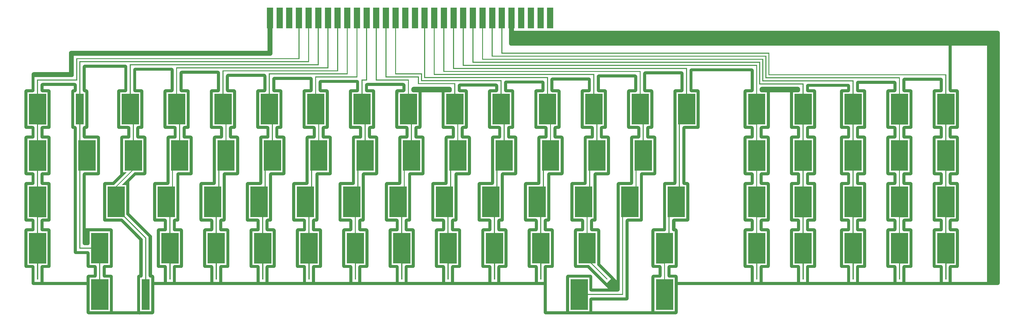
<source format=gbr>
G04 DipTrace 3.1.0.1*
G04 Bottom.gbr*
%MOMM*%
G04 #@! TF.FileFunction,Copper,L2,Bot*
G04 #@! TF.Part,Single*
G04 #@! TA.AperFunction,Nonconductor*
%ADD13C,0.00033*%
G04 #@! TA.AperFunction,ComponentPad*
%ADD14R,2.6X8.5*%
%ADD15C,1.4*%
%FSLAX35Y35*%
G04*
G71*
G90*
G75*
G01*
G04 Bottom*
%LPD*%
D14*
X15216000Y14800000D3*
X12840000D3*
X16404000D3*
X16800000D3*
X13236000D3*
X17196000D3*
X19572000D3*
X16008000D3*
X14028000D3*
X15612000D3*
X13632000D3*
X20364000D3*
X14424000D3*
X19968000D3*
X17592000D3*
X17988000D3*
X14820000D3*
X19176000D3*
X21552000D3*
X22740000D3*
X18780000D3*
X18384000D3*
X21948000D3*
X21156000D3*
X20760000D3*
X23136000D3*
X23532000D3*
X22344000D3*
X24324000D3*
X23928000D3*
X15216000D3*
X12840000D3*
X16800000D3*
X16404000D3*
X13236000D3*
X17196000D3*
X19572000D3*
X16008000D3*
X14028000D3*
X15612000D3*
X13632000D3*
X17988000D3*
X19968000D3*
X20364000D3*
X17592000D3*
X14424000D3*
X19176000D3*
X14820000D3*
X22740000D3*
X21552000D3*
X18384000D3*
X21948000D3*
X18780000D3*
X20760000D3*
X23136000D3*
X23532000D3*
X21156000D3*
X22344000D3*
X23928000D3*
X24324000D3*
D15*
X12840000Y14525000D3*
X13236000D3*
X13632000D3*
X14028000D3*
X14424000D3*
X14820000D3*
X15216000D3*
X15612000D3*
X16008000D3*
X16404000D3*
X16800000D3*
X17196000D3*
X17592000D3*
X17988000D3*
X18384000D3*
X18780000D3*
X19176000D3*
X19572000D3*
X19968000D3*
X20364000D3*
X20760000D3*
X21156000D3*
X21552000D3*
X21948000D3*
X22344000D3*
X22740000D3*
X23136000D3*
X23532000D3*
X23928000D3*
X24324000D3*
G36*
X3292500Y7887500D2*
Y8537500D1*
X2962500D1*
Y9787500D1*
X3292500D1*
Y10437500D1*
X2962500D1*
Y11687500D1*
X3292500D1*
Y12275000D1*
X4899000D1*
Y13150000D1*
X14008000D1*
Y14375000D1*
X14048000D1*
Y13110000D1*
X4939000D1*
Y12235000D1*
X3332500D1*
Y11687500D1*
X3662500D1*
Y10437500D1*
X3332500D1*
Y9787500D1*
X3662500D1*
Y8537500D1*
X3332500D1*
Y7887500D1*
X3662500D1*
Y6637500D1*
X3332500D1*
Y5987500D1*
X3662500D1*
Y4737500D1*
X3332500D1*
Y4075000D1*
X3292500D1*
Y4737500D1*
X2962500D1*
Y5987500D1*
X3292500D1*
Y6637500D1*
X2962500D1*
Y7887500D1*
X3292500D1*
G37*
G36*
X22324000Y14375000D2*
X22364000D1*
Y13375000D1*
X33307500D1*
Y13175000D1*
Y12490000D1*
X40557500D1*
Y11687500D1*
X40887500D1*
Y10437500D1*
X40557500D1*
Y9787500D1*
X40887500D1*
Y8537500D1*
X40557500D1*
Y7887500D1*
X40887500D1*
Y6637500D1*
X40557500D1*
Y5987500D1*
X40887500D1*
Y4737500D1*
X40557500D1*
Y4075000D1*
X40517500D1*
Y4737500D1*
X40187500D1*
Y5987500D1*
X40517500D1*
Y6637500D1*
X40187500D1*
Y7887500D1*
X40517500D1*
Y8537500D1*
X40187500D1*
Y9787500D1*
X40517500D1*
Y10437500D1*
X40187500D1*
Y11687500D1*
X40517500D1*
Y12450000D1*
X33267500D1*
Y13135000D1*
Y13335000D1*
X22324000D1*
Y14375000D1*
G37*
X40187500Y10437500D2*
D13*
X40517500D1*
X3292500Y8537500D2*
X2962500D1*
Y9787500D2*
Y8537500D1*
G36*
X32437500D2*
Y9787500D1*
X32767500D1*
Y10437500D1*
X32437500D1*
Y11687500D1*
X32767500D1*
Y12635000D1*
Y12835000D1*
X20740000D1*
Y14375000D1*
X20780000D1*
Y12875000D1*
X32807500D1*
Y12675000D1*
Y11687500D1*
X33137500D1*
Y10437500D1*
X32807500D1*
Y9787500D1*
X33137500D1*
Y8537500D1*
X32807500D1*
Y7887500D1*
X33137500D1*
Y6637500D1*
X32807500D1*
Y5987500D1*
X33137500D1*
Y4737500D1*
X32807500D1*
Y4075000D1*
X32767500D1*
Y4737500D1*
X32437500D1*
Y5987500D1*
X32767500D1*
Y6637500D1*
X32437500D1*
Y7887500D1*
X32767500D1*
Y8537500D1*
X32437500D1*
G37*
G36*
X11123000Y12510000D2*
X11113540Y12509507D1*
X11104183Y12508023D1*
X11095033Y12505573D1*
X11086190Y12502180D1*
X11077750Y12497880D1*
X11069807Y12492720D1*
X11062447Y12486757D1*
X11055750Y12480060D1*
X11049790Y12472697D1*
X11044633Y12464750D1*
X11040333Y12456310D1*
X11036940Y12447467D1*
X11034493Y12438317D1*
X11033013Y12428960D1*
X11032500Y12419500D1*
Y11841500D1*
X11032993Y11832040D1*
X11034477Y11822683D1*
X11036927Y11813533D1*
X11040320Y11804690D1*
X11044620Y11796250D1*
X11049780Y11788307D1*
X11055743Y11780947D1*
X11062440Y11774250D1*
X11069803Y11768290D1*
X11077750Y11763133D1*
X11086190Y11758833D1*
X11095033Y11755440D1*
X11104183Y11752993D1*
X11113540Y11751513D1*
X11123000Y11751000D1*
X11326000D1*
Y11687500D1*
Y10437500D1*
Y10374000D1*
X11248000D1*
X11238537Y10373507D1*
X11229177Y10372023D1*
X11220023Y10369570D1*
X11211177Y10366173D1*
X11202733Y10361867D1*
X11194787Y10356703D1*
X11187423Y10350737D1*
X11180727Y10344033D1*
X11174767Y10336663D1*
X11169610Y10328713D1*
X11165313Y10320267D1*
X11161927Y10311417D1*
X11159480Y10302260D1*
X11158007Y10292897D1*
X11157500Y10283433D1*
Y9941383D1*
X11158007Y9931930D1*
X11159497Y9922583D1*
X11161957Y9913447D1*
X11165357Y9904613D1*
X11169660Y9896183D1*
X11174820Y9888250D1*
X11180783Y9880900D1*
X11187480Y9874213D1*
X11194840Y9868260D1*
X11202783Y9863113D1*
X11211217Y9858820D1*
X11220057Y9855433D1*
X11229200Y9852990D1*
X11238547Y9851513D1*
X11248000Y9851000D1*
X11348000D1*
X11451000D1*
Y9787500D1*
Y8537500D1*
Y8474000D1*
X10991500D1*
X10982040Y8473507D1*
X10972683Y8472023D1*
X10963533Y8469573D1*
X10954690Y8466180D1*
X10946250Y8461880D1*
X10938307Y8456720D1*
X10930947Y8450757D1*
X10924250Y8444060D1*
X10918290Y8436697D1*
X10913133Y8428750D1*
X10908833Y8420310D1*
X10905440Y8411467D1*
X10902993Y8402317D1*
X10901513Y8392960D1*
X10901000Y8383500D1*
Y6574000D1*
X10848000D1*
X10838530Y6573503D1*
X10829163Y6572020D1*
X10820003Y6569563D1*
X10811150Y6566160D1*
X10802703Y6561850D1*
X10794753Y6556680D1*
X10787387Y6550707D1*
X10780690Y6543993D1*
X10774730Y6536613D1*
X10769577Y6528653D1*
X10765283Y6520197D1*
X10761900Y6511337D1*
X10759463Y6502173D1*
X10757997Y6492803D1*
X10757500Y6483330D1*
Y6141477D1*
X10757997Y6132017D1*
X10759480Y6122663D1*
X10761933Y6113517D1*
X10765327Y6104677D1*
X10769630Y6096237D1*
X10774790Y6088297D1*
X10780750Y6080937D1*
X10787450Y6074240D1*
X10794810Y6068283D1*
X10802757Y6063127D1*
X10811197Y6058830D1*
X10820037Y6055440D1*
X10829187Y6052990D1*
X10838543Y6051513D1*
X10848000Y6051000D1*
X10948000D1*
X11051000D1*
X11176000D1*
D1*
Y4674000D1*
Y4639500D1*
X11175523Y4630040D1*
X11174037Y4620683D1*
X11171583Y4611533D1*
X11168187Y4602690D1*
X11163883Y4594250D1*
X11158720Y4586307D1*
X11152760Y4578947D1*
X11146060Y4572250D1*
X11138697Y4566287D1*
X11130750Y4561130D1*
X11122310Y4556827D1*
X11113467Y4553433D1*
X11104317Y4550980D1*
X11094960Y4549497D1*
X11085500Y4549000D1*
X10882500D1*
Y3975000D1*
X12292500D1*
Y4549000D1*
X12089500D1*
X12080040Y4549513D1*
X12070683Y4550993D1*
X12061533Y4553443D1*
X12052690Y4556833D1*
X12044250Y4561133D1*
X12036303Y4566290D1*
X12028940Y4572250D1*
X12022243Y4578947D1*
X12016280Y4586307D1*
X12011120Y4594250D1*
X12006820Y4602690D1*
X12003427Y4611533D1*
X12000973Y4620683D1*
X11999493Y4630040D1*
X11999000Y4639500D1*
Y4674000D1*
Y6051000D1*
Y6085500D1*
X11999513Y6094960D1*
X12000993Y6104317D1*
X12003443Y6113467D1*
X12006833Y6122310D1*
X12011133Y6130750D1*
X12016290Y6138697D1*
X12022250Y6146060D1*
X12028947Y6152757D1*
X12036307Y6158720D1*
X12044250Y6163880D1*
X12052690Y6168180D1*
X12061533Y6171573D1*
X12070683Y6174027D1*
X12080040Y6175507D1*
X12089500Y6176000D1*
X12292500D1*
Y6449000D1*
X11939500D1*
X11930040Y6449513D1*
X11920683Y6450993D1*
X11911533Y6453443D1*
X11902690Y6456833D1*
X11894250Y6461133D1*
X11886303Y6466290D1*
X11878940Y6472250D1*
X11872243Y6478947D1*
X11866280Y6486307D1*
X11861120Y6494250D1*
X11856820Y6502690D1*
X11853427Y6511533D1*
X11850977Y6520683D1*
X11849493Y6530040D1*
X11849000Y6539500D1*
Y6574000D1*
Y7985500D1*
X11849513Y7994960D1*
X11850993Y8004317D1*
X11853443Y8013467D1*
X11856833Y8022310D1*
X11861133Y8030750D1*
X11866290Y8038697D1*
X11872250Y8046060D1*
X11878947Y8052757D1*
X11886307Y8058720D1*
X11894250Y8063880D1*
X11902690Y8068180D1*
X11911533Y8071573D1*
X11920683Y8074027D1*
X11930040Y8075507D1*
X11939500Y8076000D1*
X12399000D1*
Y9851000D1*
Y9885500D1*
X12399517Y9894960D1*
X12400993Y9904317D1*
X12403443Y9913467D1*
X12406833Y9922310D1*
X12411133Y9930753D1*
X12416290Y9938697D1*
X12422250Y9946060D1*
X12428947Y9952757D1*
X12436307Y9958720D1*
X12444250Y9963880D1*
X12452690Y9968180D1*
X12461533Y9971573D1*
X12470683Y9974027D1*
X12480040Y9975507D1*
X12489500Y9976000D1*
X12692500D1*
Y10249000D1*
X12364500D1*
X12355040Y10249517D1*
X12345683Y10250993D1*
X12336533Y10253443D1*
X12327690Y10256833D1*
X12319250Y10261133D1*
X12311303Y10266290D1*
X12303940Y10272250D1*
X12297243Y10278947D1*
X12291280Y10286307D1*
X12286120Y10294250D1*
X12281820Y10302690D1*
X12278427Y10311533D1*
X12275973Y10320683D1*
X12274493Y10330040D1*
X12274000Y10339500D1*
Y10374000D1*
Y11785500D1*
X12274517Y11794960D1*
X12275993Y11804317D1*
X12278443Y11813467D1*
X12281833Y11822310D1*
X12286133Y11830750D1*
X12291290Y11838697D1*
X12297250Y11846060D1*
X12303947Y11852757D1*
X12311307Y11858720D1*
X12319250Y11863880D1*
X12327690Y11868180D1*
X12336533Y11871573D1*
X12345683Y11874027D1*
X12355040Y11875507D1*
X12364500Y11876000D1*
X12567500D1*
Y12385000D1*
X11157500D1*
Y11876000D1*
X11360500D1*
X11369960Y11875523D1*
X11379317Y11874037D1*
X11388467Y11871583D1*
X11397310Y11868187D1*
X11405750Y11863883D1*
X11413693Y11858720D1*
X11421053Y11852760D1*
X11427750Y11846060D1*
X11433713Y11838697D1*
X11438870Y11830750D1*
X11443173Y11822310D1*
X11446567Y11813467D1*
X11449020Y11804317D1*
X11450503Y11794960D1*
X11451000Y11785500D1*
Y10339500D1*
X11450523Y10330040D1*
X11449037Y10320683D1*
X11446583Y10311533D1*
X11443187Y10302690D1*
X11438883Y10294250D1*
X11433720Y10286307D1*
X11427760Y10278947D1*
X11421060Y10272250D1*
X11413697Y10266287D1*
X11405750Y10261130D1*
X11397310Y10256827D1*
X11388467Y10253433D1*
X11379317Y10250980D1*
X11369960Y10249497D1*
X11360500Y10249000D1*
X11282500D1*
Y9976000D1*
X11485500D1*
X11494960Y9975523D1*
X11504317Y9974037D1*
X11513467Y9971583D1*
X11522310Y9968187D1*
X11530750Y9963883D1*
X11538693Y9958720D1*
X11546053Y9952760D1*
X11552750Y9946060D1*
X11558713Y9938697D1*
X11563870Y9930750D1*
X11568173Y9922310D1*
X11571567Y9913467D1*
X11574020Y9904317D1*
X11575503Y9894960D1*
X11576000Y9885500D1*
Y9851000D1*
Y8474000D1*
Y8439500D1*
X11575523Y8430040D1*
X11574037Y8420683D1*
X11571583Y8411533D1*
X11568187Y8402690D1*
X11563883Y8394250D1*
X11558720Y8386307D1*
X11552760Y8378947D1*
X11546060Y8372250D1*
X11538697Y8366287D1*
X11530750Y8361130D1*
X11522310Y8356827D1*
X11513467Y8353433D1*
X11504317Y8350980D1*
X11494960Y8349497D1*
X11485500Y8349000D1*
X11026000D1*
Y6539500D1*
X11025523Y6530040D1*
X11024037Y6520683D1*
X11021583Y6511533D1*
X11018187Y6502690D1*
X11013883Y6494250D1*
X11008720Y6486307D1*
X11002760Y6478947D1*
X10996060Y6472250D1*
X10988697Y6466287D1*
X10980750Y6461130D1*
X10972310Y6456827D1*
X10963467Y6453433D1*
X10954317Y6450980D1*
X10944960Y6449497D1*
X10935500Y6449000D1*
X10882500D1*
Y6176000D1*
X11085500D1*
X11094967Y6175503D1*
X11104333Y6174020D1*
X11113490Y6171567D1*
X11122340Y6168167D1*
X11130787Y6163857D1*
X11138733Y6158690D1*
X11146100Y6152717D1*
X11152797Y6146007D1*
X11158757Y6138633D1*
X11163910Y6130677D1*
X11168207Y6122223D1*
X11171590Y6113367D1*
X11174030Y6104207D1*
X11175500Y6094840D1*
X11176000Y6085370D1*
Y6051000D1*
X11051000D1*
Y5987500D1*
Y4737500D1*
Y4674000D1*
X10948000D1*
X10848000D1*
X10838540Y4673507D1*
X10829183Y4672023D1*
X10820033Y4669573D1*
X10811190Y4666180D1*
X10802750Y4661880D1*
X10794807Y4656720D1*
X10787447Y4650757D1*
X10780750Y4644060D1*
X10774790Y4636697D1*
X10769630Y4628750D1*
X10765333Y4620310D1*
X10761940Y4611467D1*
X10759493Y4602317D1*
X10758013Y4592960D1*
X10757500Y4583500D1*
Y4229000D1*
Y3975000D1*
X10517500D1*
Y4229000D1*
Y4583500D1*
X10517003Y4592960D1*
X10515520Y4602317D1*
X10513067Y4611467D1*
X10509673Y4620310D1*
X10505370Y4628750D1*
X10500213Y4636697D1*
X10494250Y4644060D1*
X10487553Y4650757D1*
X10480193Y4656720D1*
X10472250Y4661883D1*
X10463810Y4666183D1*
X10454967Y4669583D1*
X10445817Y4672037D1*
X10436460Y4673523D1*
X10427000Y4674000D1*
X10327000D1*
X10224000D1*
Y4737500D1*
Y5987500D1*
Y6051000D1*
X10327000D1*
X10427000D1*
X10436463Y6051497D1*
X10445823Y6052983D1*
X10454980Y6055437D1*
X10463827Y6058833D1*
X10472270Y6063140D1*
X10480217Y6068303D1*
X10487580Y6074267D1*
X10494280Y6080970D1*
X10500243Y6088337D1*
X10505403Y6096287D1*
X10509703Y6104733D1*
X10513097Y6113580D1*
X10515547Y6122737D1*
X10517027Y6132097D1*
X10517500Y6141563D1*
Y6483500D1*
X10517003Y6492960D1*
X10515520Y6502317D1*
X10513067Y6511467D1*
X10509673Y6520310D1*
X10505370Y6528750D1*
X10500213Y6536697D1*
X10494250Y6544060D1*
X10487553Y6550757D1*
X10480193Y6556720D1*
X10472250Y6561883D1*
X10463810Y6566183D1*
X10454967Y6569583D1*
X10445817Y6572037D1*
X10436460Y6573523D1*
X10427000Y6574000D1*
X10074000D1*
Y6637500D1*
Y7887500D1*
Y7951000D1*
X10533500D1*
X10542960Y7951513D1*
X10552317Y7952993D1*
X10561467Y7955440D1*
X10570310Y7958833D1*
X10578750Y7963130D1*
X10586697Y7968290D1*
X10594060Y7974250D1*
X10600757Y7980947D1*
X10606720Y7988307D1*
X10611880Y7996250D1*
X10616180Y8004690D1*
X10619573Y8013533D1*
X10622023Y8022683D1*
X10623507Y8032040D1*
X10624000Y8041500D1*
Y9851000D1*
X10727000D1*
X10827000D1*
X10836460Y9851513D1*
X10845817Y9852993D1*
X10854967Y9855440D1*
X10863810Y9858833D1*
X10872250Y9863130D1*
X10880197Y9868290D1*
X10887560Y9874250D1*
X10894257Y9880947D1*
X10900220Y9888307D1*
X10905380Y9896250D1*
X10909680Y9904690D1*
X10913073Y9913533D1*
X10915523Y9922683D1*
X10917007Y9932040D1*
X10917500Y9941500D1*
Y10283500D1*
X10917003Y10292957D1*
X10915523Y10302307D1*
X10913073Y10311453D1*
X10909680Y10320293D1*
X10905383Y10328730D1*
X10900230Y10336673D1*
X10894273Y10344033D1*
X10887583Y10350733D1*
X10880227Y10356697D1*
X10872290Y10361860D1*
X10863857Y10366163D1*
X10855020Y10369563D1*
X10845877Y10372023D1*
X10836527Y10373517D1*
X10827070Y10374000D1*
X10499000D1*
Y10437500D1*
Y11687500D1*
Y11751000D1*
X10702000D1*
X10711460Y11751497D1*
X10720817Y11752980D1*
X10729967Y11755433D1*
X10738810Y11758827D1*
X10747250Y11763130D1*
X10755197Y11768287D1*
X10762560Y11774250D1*
X10769260Y11780947D1*
X10775220Y11788307D1*
X10780383Y11796250D1*
X10784683Y11804690D1*
X10788083Y11813533D1*
X10790537Y11822683D1*
X10792023Y11832040D1*
X10792500Y11841500D1*
Y12544500D1*
X10792003Y12553960D1*
X10790520Y12563317D1*
X10788067Y12572467D1*
X10784673Y12581310D1*
X10780370Y12589750D1*
X10775213Y12597697D1*
X10769250Y12605060D1*
X10762553Y12611760D1*
X10755193Y12617720D1*
X10747250Y12622883D1*
X10738810Y12627183D1*
X10729967Y12630583D1*
X10720817Y12633037D1*
X10711460Y12634523D1*
X10702000Y12635000D1*
X9223000D1*
X9213540Y12634507D1*
X9204183Y12633023D1*
X9195033Y12630573D1*
X9186190Y12627180D1*
X9177750Y12622880D1*
X9169807Y12617720D1*
X9162447Y12611757D1*
X9155750Y12605060D1*
X9149790Y12597697D1*
X9144630Y12589750D1*
X9140333Y12581310D1*
X9136940Y12572467D1*
X9134490Y12563317D1*
X9133013Y12553960D1*
X9132500Y12544500D1*
Y11841500D1*
X9132993Y11832040D1*
X9134477Y11822683D1*
X9136927Y11813533D1*
X9140320Y11804690D1*
X9144620Y11796250D1*
X9149780Y11788307D1*
X9155743Y11780947D1*
X9162440Y11774250D1*
X9169803Y11768290D1*
X9177750Y11763130D1*
X9186190Y11758833D1*
X9195033Y11755440D1*
X9204183Y11752990D1*
X9213540Y11751513D1*
X9223000Y11751000D1*
X9426000D1*
Y11687500D1*
Y10437500D1*
Y10374000D1*
X9348000D1*
X9338537Y10373507D1*
X9329177Y10372023D1*
X9320023Y10369570D1*
X9311177Y10366173D1*
X9302733Y10361867D1*
X9294787Y10356703D1*
X9287423Y10350737D1*
X9280727Y10344033D1*
X9274767Y10336663D1*
X9269610Y10328713D1*
X9265313Y10320267D1*
X9261923Y10311417D1*
X9259480Y10302260D1*
X9258007Y10292897D1*
X9257500Y10283433D1*
Y9941383D1*
X9258007Y9931930D1*
X9259497Y9922583D1*
X9261957Y9913447D1*
X9265357Y9904613D1*
X9269660Y9896183D1*
X9274823Y9888250D1*
X9280783Y9880900D1*
X9287483Y9874213D1*
X9294840Y9868260D1*
X9302783Y9863110D1*
X9311217Y9858820D1*
X9320057Y9855433D1*
X9329200Y9852987D1*
X9338547Y9851513D1*
X9348000Y9851000D1*
X9448000D1*
X9551000D1*
Y9787500D1*
Y8537500D1*
Y8474000D1*
X9091500D1*
X9082040Y8473507D1*
X9072683Y8472023D1*
X9063533Y8469573D1*
X9054690Y8466180D1*
X9046250Y8461880D1*
X9038307Y8456720D1*
X9030947Y8450757D1*
X9024250Y8444060D1*
X9018290Y8436697D1*
X9013130Y8428750D1*
X9008833Y8420310D1*
X9005440Y8411467D1*
X9002990Y8402317D1*
X9001513Y8392960D1*
X9001000Y8383500D1*
Y6574000D1*
X8948000D1*
X8938530Y6573503D1*
X8929163Y6572020D1*
X8920003Y6569563D1*
X8911150Y6566160D1*
X8902703Y6561850D1*
X8894753Y6556680D1*
X8887387Y6550703D1*
X8880690Y6543993D1*
X8874730Y6536613D1*
X8869573Y6528653D1*
X8865283Y6520197D1*
X8861897Y6511337D1*
X8859460Y6502173D1*
X8857997Y6492803D1*
X8857500Y6483330D1*
Y6141477D1*
X8857997Y6132017D1*
X8859480Y6122663D1*
X8861933Y6113517D1*
X8865327Y6104677D1*
X8869630Y6096237D1*
X8874790Y6088297D1*
X8880750Y6080937D1*
X8887450Y6074240D1*
X8894810Y6068283D1*
X8902757Y6063127D1*
X8911197Y6058830D1*
X8920037Y6055440D1*
X8929187Y6052990D1*
X8938543Y6051513D1*
X8948000Y6051000D1*
X9048000D1*
X9151000D1*
X9276000D1*
D1*
Y4674000D1*
Y4639500D1*
X9275520Y4630040D1*
X9274037Y4620683D1*
X9271580Y4611533D1*
X9268183Y4602690D1*
X9263883Y4594250D1*
X9258720Y4586307D1*
X9252757Y4578947D1*
X9246060Y4572250D1*
X9238697Y4566287D1*
X9230750Y4561127D1*
X9222310Y4556827D1*
X9213467Y4553433D1*
X9204317Y4550980D1*
X9194960Y4549497D1*
X9185500Y4549000D1*
X8982500D1*
Y3975000D1*
X10392500D1*
Y4549000D1*
X10189500D1*
X10180040Y4549513D1*
X10170683Y4550993D1*
X10161533Y4553440D1*
X10152690Y4556833D1*
X10144250Y4561130D1*
X10136303Y4566290D1*
X10128940Y4572250D1*
X10122243Y4578947D1*
X10116280Y4586307D1*
X10111120Y4594250D1*
X10106820Y4602690D1*
X10103427Y4611533D1*
X10100977Y4620683D1*
X10099493Y4630040D1*
X10099000Y4639500D1*
Y4674000D1*
Y6051000D1*
Y6085500D1*
X10099513Y6094960D1*
X10100993Y6104317D1*
X10103440Y6113467D1*
X10106833Y6122310D1*
X10111130Y6130750D1*
X10116290Y6138697D1*
X10122250Y6146060D1*
X10128947Y6152757D1*
X10136307Y6158720D1*
X10144250Y6163880D1*
X10152690Y6168180D1*
X10161533Y6171573D1*
X10170683Y6174023D1*
X10180040Y6175507D1*
X10189500Y6176000D1*
X10392500D1*
Y6449000D1*
X10039500D1*
X10030040Y6449513D1*
X10020683Y6450993D1*
X10011533Y6453440D1*
X10002690Y6456833D1*
X9994250Y6461130D1*
X9986303Y6466290D1*
X9978940Y6472250D1*
X9972243Y6478947D1*
X9966280Y6486307D1*
X9961120Y6494250D1*
X9956820Y6502690D1*
X9953427Y6511533D1*
X9950977Y6520683D1*
X9949493Y6530040D1*
X9949000Y6539500D1*
Y6574000D1*
Y7985500D1*
X9949513Y7994960D1*
X9950993Y8004317D1*
X9953440Y8013467D1*
X9956833Y8022310D1*
X9961130Y8030750D1*
X9966290Y8038697D1*
X9972250Y8046060D1*
X9978947Y8052757D1*
X9986307Y8058720D1*
X9994250Y8063880D1*
X10002690Y8068180D1*
X10011533Y8071573D1*
X10020683Y8074023D1*
X10030040Y8075507D1*
X10039500Y8076000D1*
X10499000D1*
Y9851000D1*
Y9885500D1*
X10499513Y9894960D1*
X10500993Y9904317D1*
X10503440Y9913467D1*
X10506833Y9922310D1*
X10511130Y9930750D1*
X10516290Y9938697D1*
X10522250Y9946060D1*
X10528947Y9952757D1*
X10536307Y9958720D1*
X10544250Y9963880D1*
X10552690Y9968180D1*
X10561533Y9971573D1*
X10570683Y9974023D1*
X10580040Y9975507D1*
X10589500Y9976000D1*
X10792500D1*
Y10249000D1*
X10464500D1*
X10455040Y10249513D1*
X10445683Y10250993D1*
X10436533Y10253440D1*
X10427690Y10256833D1*
X10419250Y10261130D1*
X10411303Y10266290D1*
X10403940Y10272250D1*
X10397243Y10278947D1*
X10391280Y10286307D1*
X10386120Y10294250D1*
X10381820Y10302690D1*
X10378427Y10311533D1*
X10375977Y10320683D1*
X10374493Y10330040D1*
X10374000Y10339500D1*
Y10374000D1*
Y11785500D1*
X10374513Y11794960D1*
X10375993Y11804317D1*
X10378440Y11813467D1*
X10381833Y11822310D1*
X10386130Y11830750D1*
X10391290Y11838697D1*
X10397250Y11846060D1*
X10403947Y11852757D1*
X10411307Y11858720D1*
X10419250Y11863880D1*
X10427690Y11868180D1*
X10436533Y11871573D1*
X10445683Y11874023D1*
X10455040Y11875507D1*
X10464500Y11876000D1*
X10667500D1*
Y12510000D1*
X9257500D1*
Y11876000D1*
X9460500D1*
X9469960Y11875520D1*
X9479317Y11874037D1*
X9488467Y11871580D1*
X9497310Y11868183D1*
X9505750Y11863883D1*
X9513693Y11858720D1*
X9521053Y11852757D1*
X9527750Y11846060D1*
X9533713Y11838697D1*
X9538873Y11830750D1*
X9543173Y11822310D1*
X9546567Y11813467D1*
X9549020Y11804317D1*
X9550503Y11794960D1*
X9551000Y11785500D1*
Y10374000D1*
Y10339500D1*
X9550520Y10330040D1*
X9549037Y10320683D1*
X9546580Y10311533D1*
X9543183Y10302690D1*
X9538883Y10294250D1*
X9533720Y10286307D1*
X9527757Y10278947D1*
X9521060Y10272250D1*
X9513697Y10266287D1*
X9505750Y10261127D1*
X9497310Y10256827D1*
X9488467Y10253433D1*
X9479317Y10250980D1*
X9469960Y10249497D1*
X9460500Y10249000D1*
X9382500D1*
Y9976000D1*
X9585500D1*
X9594960Y9975520D1*
X9604317Y9974037D1*
X9613467Y9971580D1*
X9622310Y9968183D1*
X9630750Y9963883D1*
X9638693Y9958720D1*
X9646053Y9952757D1*
X9652750Y9946060D1*
X9658713Y9938697D1*
X9663873Y9930750D1*
X9668173Y9922310D1*
X9671567Y9913467D1*
X9674020Y9904317D1*
X9675503Y9894960D1*
X9676000Y9885500D1*
Y9851000D1*
Y8474000D1*
Y8439500D1*
X9675520Y8430040D1*
X9674037Y8420683D1*
X9671583Y8411533D1*
X9668183Y8402690D1*
X9663883Y8394250D1*
X9658720Y8386307D1*
X9652757Y8378947D1*
X9646060Y8372250D1*
X9638697Y8366287D1*
X9630750Y8361130D1*
X9622310Y8356827D1*
X9613467Y8353433D1*
X9604317Y8350980D1*
X9594960Y8349497D1*
X9585500Y8349000D1*
X9126000D1*
Y6539500D1*
X9125520Y6530040D1*
X9124037Y6520683D1*
X9121580Y6511533D1*
X9118183Y6502690D1*
X9113883Y6494250D1*
X9108720Y6486307D1*
X9102757Y6478947D1*
X9096060Y6472250D1*
X9088697Y6466287D1*
X9080750Y6461127D1*
X9072310Y6456827D1*
X9063467Y6453433D1*
X9054317Y6450980D1*
X9044960Y6449497D1*
X9035500Y6449000D1*
X8982500D1*
Y6176000D1*
X9185500D1*
X9194967Y6175503D1*
X9204333Y6174020D1*
X9213490Y6171567D1*
X9222340Y6168167D1*
X9230787Y6163857D1*
X9238733Y6158690D1*
X9246100Y6152717D1*
X9252797Y6146007D1*
X9258757Y6138633D1*
X9263913Y6130677D1*
X9268207Y6122223D1*
X9271590Y6113367D1*
X9274033Y6104207D1*
X9275500Y6094840D1*
X9276000Y6085370D1*
Y6051000D1*
X9151000D1*
Y5987500D1*
Y4737500D1*
Y4674000D1*
X9048000D1*
X8948000D1*
X8938540Y4673507D1*
X8929183Y4672023D1*
X8920033Y4669573D1*
X8911190Y4666180D1*
X8902750Y4661880D1*
X8894807Y4656720D1*
X8887447Y4650757D1*
X8880750Y4644060D1*
X8874790Y4636697D1*
X8869630Y4628750D1*
X8865333Y4620310D1*
X8861940Y4611467D1*
X8859490Y4602317D1*
X8858013Y4592960D1*
X8857500Y4583500D1*
Y4229000D1*
Y3975000D1*
X8617500D1*
Y4229000D1*
Y4583500D1*
X8617003Y4592960D1*
X8615520Y4602317D1*
X8613067Y4611467D1*
X8609673Y4620310D1*
X8605373Y4628750D1*
X8600213Y4636697D1*
X8594250Y4644060D1*
X8587553Y4650757D1*
X8580193Y4656720D1*
X8572250Y4661880D1*
X8563810Y4666183D1*
X8554967Y4669580D1*
X8545817Y4672037D1*
X8536460Y4673520D1*
X8527000Y4674000D1*
X8427000D1*
X8324000D1*
Y4737500D1*
Y5987500D1*
Y6051000D1*
X8427000D1*
X8527000D1*
X8536463Y6051497D1*
X8545823Y6052980D1*
X8554980Y6055437D1*
X8563827Y6058833D1*
X8572270Y6063140D1*
X8580217Y6068303D1*
X8587580Y6074267D1*
X8594280Y6080970D1*
X8600243Y6088337D1*
X8605403Y6096287D1*
X8609703Y6104733D1*
X8613097Y6113580D1*
X8615547Y6122737D1*
X8617027Y6132097D1*
X8617500Y6141563D1*
Y6483500D1*
X8617003Y6492960D1*
X8615520Y6502317D1*
X8613067Y6511467D1*
X8609673Y6520310D1*
X8605373Y6528750D1*
X8600213Y6536697D1*
X8594250Y6544060D1*
X8587553Y6550757D1*
X8580193Y6556720D1*
X8572250Y6561880D1*
X8563810Y6566183D1*
X8554967Y6569580D1*
X8545817Y6572037D1*
X8536460Y6573520D1*
X8527000Y6574000D1*
X8174000D1*
Y6637500D1*
Y7887500D1*
Y7951000D1*
X8633500D1*
X8642960Y7951513D1*
X8652317Y7952990D1*
X8661467Y7955440D1*
X8670310Y7958833D1*
X8678750Y7963130D1*
X8686697Y7968290D1*
X8694060Y7974250D1*
X8700757Y7980947D1*
X8706720Y7988307D1*
X8711880Y7996250D1*
X8716180Y8004690D1*
X8719573Y8013533D1*
X8722023Y8022683D1*
X8723507Y8032040D1*
X8724000Y8041500D1*
Y9851000D1*
X8827000D1*
X8927000D1*
X8936460Y9851513D1*
X8945817Y9852990D1*
X8954967Y9855440D1*
X8963810Y9858833D1*
X8972250Y9863130D1*
X8980197Y9868290D1*
X8987560Y9874250D1*
X8994257Y9880947D1*
X9000220Y9888307D1*
X9005380Y9896250D1*
X9009680Y9904690D1*
X9013073Y9913533D1*
X9015523Y9922683D1*
X9017007Y9932040D1*
X9017500Y9941500D1*
Y10283500D1*
X9017003Y10292957D1*
X9015523Y10302307D1*
X9013073Y10311453D1*
X9009680Y10320293D1*
X9005383Y10328730D1*
X9000230Y10336673D1*
X8994273Y10344033D1*
X8987583Y10350733D1*
X8980227Y10356697D1*
X8972290Y10361857D1*
X8963857Y10366163D1*
X8955020Y10369563D1*
X8945877Y10372023D1*
X8936527Y10373513D1*
X8927070Y10374000D1*
X8599000D1*
Y10437500D1*
Y11687500D1*
Y11751000D1*
X8802000D1*
X8811460Y11751497D1*
X8820817Y11752980D1*
X8829967Y11755433D1*
X8838810Y11758827D1*
X8847250Y11763127D1*
X8855197Y11768287D1*
X8862560Y11774250D1*
X8869257Y11780947D1*
X8875220Y11788307D1*
X8880380Y11796250D1*
X8884683Y11804690D1*
X8888080Y11813533D1*
X8890537Y11822683D1*
X8892020Y11832040D1*
X8892500Y11841500D1*
Y12669500D1*
X8891987Y12678960D1*
X8890510Y12688317D1*
X8888060Y12697467D1*
X8884667Y12706310D1*
X8880370Y12714750D1*
X8875210Y12722697D1*
X8869250Y12730060D1*
X8862553Y12736757D1*
X8855193Y12742720D1*
X8847250Y12747880D1*
X8838810Y12752180D1*
X8829967Y12755573D1*
X8820817Y12758023D1*
X8811460Y12759507D1*
X8802000Y12760000D1*
X7323000D1*
X7313540Y12759520D1*
X7304183Y12758033D1*
X7295033Y12755580D1*
X7286190Y12752183D1*
X7277750Y12747880D1*
X7269807Y12742720D1*
X7262447Y12736757D1*
X7255747Y12730060D1*
X7249787Y12722697D1*
X7244627Y12714750D1*
X7240327Y12706310D1*
X7236933Y12697467D1*
X7234480Y12688317D1*
X7232997Y12678960D1*
X7232500Y12669500D1*
Y11841500D1*
X7232980Y11832040D1*
X7234467Y11822683D1*
X7236920Y11813533D1*
X7240317Y11804690D1*
X7244620Y11796250D1*
X7249780Y11788307D1*
X7255743Y11780947D1*
X7262440Y11774247D1*
X7269803Y11768287D1*
X7277750Y11763127D1*
X7286190Y11758827D1*
X7295033Y11755433D1*
X7304183Y11752980D1*
X7313540Y11751497D1*
X7323000Y11751000D1*
X7526000D1*
Y11687500D1*
Y10437500D1*
Y10374000D1*
X7448000D1*
X7438540Y10373520D1*
X7429183Y10372033D1*
X7420033Y10369580D1*
X7411190Y10366183D1*
X7402750Y10361880D1*
X7394807Y10356720D1*
X7387447Y10350757D1*
X7380750Y10344060D1*
X7374787Y10336697D1*
X7369627Y10328750D1*
X7365327Y10320310D1*
X7361933Y10311467D1*
X7359480Y10302317D1*
X7357997Y10292960D1*
X7357500Y10283500D1*
Y9941297D1*
X7358000Y9931850D1*
X7359503Y9922510D1*
X7361970Y9913380D1*
X7365377Y9904553D1*
X7369687Y9896133D1*
X7374853Y9888207D1*
X7380817Y9880863D1*
X7387513Y9874183D1*
X7394870Y9868240D1*
X7402807Y9863093D1*
X7411240Y9858807D1*
X7420073Y9855420D1*
X7429210Y9852973D1*
X7438553Y9851497D1*
X7448000Y9851000D1*
X7548000D1*
X7651000D1*
Y9787500D1*
Y8537500D1*
Y8474000D1*
X7285420D1*
X6762420Y7951000D1*
X6951000D1*
Y6743707D1*
X7670000Y6024707D1*
X7865000Y5829707D1*
Y4241500D1*
X7865480Y4232040D1*
X7866967Y4222683D1*
X7869420Y4213533D1*
X7872817Y4204690D1*
X7877120Y4196250D1*
X7882280Y4188307D1*
X7888243Y4180947D1*
X7894940Y4174250D1*
X7902303Y4168287D1*
X7910250Y4163127D1*
X7918690Y4158827D1*
X7927533Y4155433D1*
X7936683Y4152980D1*
X7946040Y4151497D1*
X7955500Y4151000D1*
X7971000D1*
Y2774000D1*
X7519000D1*
Y4151000D1*
X7534500D1*
X7543960Y4151510D1*
X7553317Y4152990D1*
X7562467Y4155440D1*
X7571310Y4158833D1*
X7579750Y4163130D1*
X7587697Y4168290D1*
X7595060Y4174250D1*
X7601757Y4180947D1*
X7607720Y4188307D1*
X7612880Y4196250D1*
X7617180Y4204690D1*
X7620573Y4213533D1*
X7623023Y4222683D1*
X7624507Y4232040D1*
X7625000Y4241500D1*
Y5741070D1*
X7430000Y5933580D1*
X6781293Y6574000D1*
X6124000D1*
Y7951000D1*
X6439580D1*
X6962580Y8474000D1*
X6824000D1*
Y9851000D1*
X6927000D1*
X7027000D1*
X7036460Y9851510D1*
X7045817Y9852990D1*
X7054967Y9855440D1*
X7063810Y9858830D1*
X7072250Y9863130D1*
X7080197Y9868287D1*
X7087560Y9874250D1*
X7094257Y9880947D1*
X7100220Y9888307D1*
X7105380Y9896250D1*
X7109680Y9904690D1*
X7113073Y9913533D1*
X7115523Y9922683D1*
X7117007Y9932040D1*
X7117500Y9941500D1*
Y10283500D1*
X7116990Y10292960D1*
X7115510Y10302317D1*
X7113060Y10311467D1*
X7109670Y10320310D1*
X7105370Y10328750D1*
X7100213Y10336697D1*
X7094253Y10344060D1*
X7087553Y10350757D1*
X7080193Y10356720D1*
X7072250Y10361880D1*
X7063810Y10366180D1*
X7054967Y10369573D1*
X7045817Y10372023D1*
X7036460Y10373507D1*
X7027000Y10374000D1*
X6699000D1*
Y10437500D1*
Y11687500D1*
Y11751000D1*
X6902000D1*
X6911460Y11751497D1*
X6920817Y11752980D1*
X6929967Y11755433D1*
X6938810Y11758827D1*
X6947250Y11763127D1*
X6955197Y11768287D1*
X6962560Y11774247D1*
X6969257Y11780947D1*
X6975220Y11788307D1*
X6980380Y11796250D1*
X6984683Y11804690D1*
X6988080Y11813533D1*
X6990533Y11822683D1*
X6992020Y11832040D1*
X6992500Y11841500D1*
Y12794500D1*
X6991990Y12803960D1*
X6990510Y12813317D1*
X6988060Y12822467D1*
X6984670Y12831310D1*
X6980370Y12839750D1*
X6975213Y12847697D1*
X6969250Y12855060D1*
X6962553Y12861757D1*
X6955193Y12867720D1*
X6947250Y12872880D1*
X6938810Y12877180D1*
X6929967Y12880573D1*
X6920817Y12883023D1*
X6911460Y12884507D1*
X6902000Y12885000D1*
X5254500D1*
X5245040Y12884517D1*
X5235683Y12883033D1*
X5226533Y12880580D1*
X5217690Y12877183D1*
X5209250Y12872880D1*
X5201307Y12867720D1*
X5193947Y12861757D1*
X5187247Y12855057D1*
X5181287Y12847697D1*
X5176127Y12839750D1*
X5171827Y12831310D1*
X5168433Y12822467D1*
X5165980Y12813317D1*
X5164497Y12803960D1*
X5164000Y12794500D1*
Y11841500D1*
X5164483Y11832040D1*
X5165967Y11822683D1*
X5168420Y11813533D1*
X5171817Y11804690D1*
X5176120Y11796250D1*
X5181280Y11788307D1*
X5187243Y11780947D1*
X5193943Y11774247D1*
X5201303Y11768287D1*
X5209250Y11763127D1*
X5217690Y11758827D1*
X5226533Y11755433D1*
X5235683Y11752980D1*
X5245040Y11751497D1*
X5254500Y11751000D1*
X5270000D1*
Y10374000D1*
X5254500D1*
X5245040Y10373517D1*
X5235683Y10372033D1*
X5226533Y10369580D1*
X5217690Y10366183D1*
X5209250Y10361880D1*
X5201307Y10356720D1*
X5193947Y10350757D1*
X5187247Y10344057D1*
X5181287Y10336697D1*
X5176127Y10328750D1*
X5171827Y10320310D1*
X5168433Y10311467D1*
X5165980Y10302317D1*
X5164497Y10292960D1*
X5164000Y10283500D1*
Y9941500D1*
X5164483Y9932040D1*
X5165967Y9922683D1*
X5168420Y9913533D1*
X5171817Y9904690D1*
X5176120Y9896250D1*
X5181280Y9888307D1*
X5187243Y9880947D1*
X5193943Y9874247D1*
X5201303Y9868287D1*
X5209250Y9863127D1*
X5217690Y9858827D1*
X5226533Y9855433D1*
X5235683Y9852980D1*
X5245040Y9851497D1*
X5254500Y9851000D1*
X5751000D1*
Y9787500D1*
Y8537500D1*
Y8474000D1*
X5254500D1*
X5245040Y8473517D1*
X5235683Y8472033D1*
X5226533Y8469580D1*
X5217690Y8466183D1*
X5209250Y8461880D1*
X5201307Y8456720D1*
X5193947Y8450757D1*
X5187247Y8444057D1*
X5181287Y8436697D1*
X5176127Y8428750D1*
X5171827Y8420310D1*
X5168433Y8411467D1*
X5165980Y8402317D1*
X5164497Y8392960D1*
X5164000Y8383500D1*
Y5573000D1*
X5164483Y5563540D1*
X5165967Y5554183D1*
X5168420Y5545033D1*
X5171817Y5536190D1*
X5176120Y5527750D1*
X5181280Y5519807D1*
X5187243Y5512447D1*
X5193943Y5505747D1*
X5201303Y5499787D1*
X5209250Y5494627D1*
X5217690Y5490327D1*
X5226533Y5486933D1*
X5235683Y5484480D1*
X5245040Y5482997D1*
X5254500Y5482500D1*
X5358500D1*
X5367960Y5483010D1*
X5377317Y5484490D1*
X5386467Y5486937D1*
X5395310Y5490330D1*
X5403750Y5494630D1*
X5411697Y5499787D1*
X5419060Y5505747D1*
X5425757Y5512447D1*
X5431720Y5519807D1*
X5436877Y5527750D1*
X5441180Y5536190D1*
X5444573Y5545033D1*
X5447023Y5554183D1*
X5448507Y5563540D1*
X5449000Y5573000D1*
Y6051000D1*
X6276000D1*
X6401000D1*
D1*
Y4674000D1*
Y4639500D1*
X6400507Y4630040D1*
X6399023Y4620683D1*
X6396573Y4611533D1*
X6393180Y4602690D1*
X6388880Y4594250D1*
X6383720Y4586307D1*
X6377757Y4578947D1*
X6371060Y4572250D1*
X6363697Y4566287D1*
X6355750Y4561130D1*
X6347310Y4556830D1*
X6338467Y4553440D1*
X6329317Y4550990D1*
X6319960Y4549510D1*
X6310500Y4549000D1*
X6107500D1*
Y4276000D1*
X6310500D1*
X6319967Y4275503D1*
X6329333Y4274020D1*
X6338490Y4271567D1*
X6347340Y4268163D1*
X6355787Y4263857D1*
X6363733Y4258690D1*
X6371100Y4252717D1*
X6377797Y4246007D1*
X6383757Y4238633D1*
X6388913Y4230677D1*
X6393207Y4222223D1*
X6396593Y4213367D1*
X6399033Y4204207D1*
X6400503Y4194840D1*
X6401000Y4185370D1*
Y4151000D1*
Y2774000D1*
X7394000D1*
Y4185500D1*
X7394510Y4194960D1*
X7395990Y4204317D1*
X7398440Y4213467D1*
X7401833Y4222310D1*
X7406130Y4230750D1*
X7411290Y4238697D1*
X7417250Y4246060D1*
X7423947Y4252757D1*
X7431307Y4258720D1*
X7439250Y4263880D1*
X7447690Y4268180D1*
X7456533Y4271573D1*
X7465683Y4274023D1*
X7475040Y4275507D1*
X7484500Y4276000D1*
Y5698160D1*
X7305000Y5877660D1*
X6733660Y6449000D1*
X6089500D1*
X6080040Y6449510D1*
X6070683Y6450990D1*
X6061533Y6453440D1*
X6052690Y6456830D1*
X6044250Y6461130D1*
X6036303Y6466287D1*
X6028940Y6472250D1*
X6022243Y6478947D1*
X6016280Y6486307D1*
X6011123Y6494250D1*
X6006820Y6502690D1*
X6003427Y6511533D1*
X6000977Y6520683D1*
X5999493Y6530040D1*
X5999000Y6539500D1*
Y7985500D1*
X5999510Y7994960D1*
X6000990Y8004317D1*
X6003440Y8013467D1*
X6006830Y8022310D1*
X6011130Y8030750D1*
X6016287Y8038697D1*
X6022250Y8046060D1*
X6028947Y8052757D1*
X6036307Y8058720D1*
X6044250Y8063880D1*
X6052690Y8068180D1*
X6061533Y8071573D1*
X6070683Y8074023D1*
X6080040Y8075507D1*
X6089500Y8076000D1*
X6387803D1*
X6699000Y8387197D1*
Y9851000D1*
Y9885500D1*
X6699510Y9894960D1*
X6700990Y9904317D1*
X6703440Y9913467D1*
X6706830Y9922310D1*
X6711130Y9930750D1*
X6716287Y9938697D1*
X6722250Y9946060D1*
X6728947Y9952757D1*
X6736307Y9958720D1*
X6744250Y9963880D1*
X6752690Y9968180D1*
X6761533Y9971573D1*
X6770683Y9974023D1*
X6780040Y9975507D1*
X6789500Y9976000D1*
X6992500D1*
Y10249000D1*
X6664500D1*
X6655040Y10249510D1*
X6645683Y10250990D1*
X6636533Y10253440D1*
X6627690Y10256830D1*
X6619250Y10261130D1*
X6611303Y10266287D1*
X6603940Y10272250D1*
X6597243Y10278947D1*
X6591280Y10286307D1*
X6586120Y10294250D1*
X6581820Y10302690D1*
X6578427Y10311533D1*
X6575977Y10320683D1*
X6574493Y10330040D1*
X6574000Y10339500D1*
Y10374000D1*
Y11785500D1*
X6574510Y11794960D1*
X6575990Y11804317D1*
X6578440Y11813467D1*
X6581830Y11822310D1*
X6586130Y11830750D1*
X6591287Y11838697D1*
X6597250Y11846060D1*
X6603947Y11852757D1*
X6611307Y11858720D1*
X6619250Y11863880D1*
X6627690Y11868180D1*
X6636533Y11871573D1*
X6645683Y11874023D1*
X6655040Y11875507D1*
X6664500Y11876000D1*
X6867500D1*
Y12760000D1*
X5289000D1*
Y11876000D1*
X5304500D1*
X5313960Y11875517D1*
X5323317Y11874033D1*
X5332467Y11871580D1*
X5341310Y11868183D1*
X5349750Y11863880D1*
X5357693Y11858720D1*
X5365053Y11852757D1*
X5371753Y11846057D1*
X5377713Y11838697D1*
X5382873Y11830750D1*
X5387173Y11822310D1*
X5390567Y11813467D1*
X5393020Y11804317D1*
X5394503Y11794960D1*
X5395000Y11785500D1*
Y10339500D1*
X5394517Y10330040D1*
X5393033Y10320683D1*
X5390580Y10311533D1*
X5387183Y10302690D1*
X5382880Y10294250D1*
X5377720Y10286307D1*
X5371757Y10278947D1*
X5365060Y10272247D1*
X5357697Y10266287D1*
X5349750Y10261127D1*
X5341310Y10256827D1*
X5332467Y10253433D1*
X5323317Y10250980D1*
X5313960Y10249497D1*
X5304500Y10249000D1*
X5289000D1*
Y9976000D1*
X5785500D1*
X5794960Y9975517D1*
X5804317Y9974033D1*
X5813467Y9971580D1*
X5822310Y9968183D1*
X5830750Y9963880D1*
X5838693Y9958720D1*
X5846053Y9952757D1*
X5852753Y9946060D1*
X5858713Y9938697D1*
X5863873Y9930750D1*
X5868173Y9922310D1*
X5871567Y9913467D1*
X5874020Y9904317D1*
X5875503Y9894960D1*
X5876000Y9885500D1*
Y9851000D1*
Y8474000D1*
Y8439500D1*
X5875517Y8430040D1*
X5874033Y8420683D1*
X5871580Y8411533D1*
X5868183Y8402690D1*
X5863880Y8394250D1*
X5858720Y8386307D1*
X5852757Y8378947D1*
X5846060Y8372247D1*
X5838697Y8366287D1*
X5830750Y8361127D1*
X5822310Y8356827D1*
X5813467Y8353433D1*
X5804317Y8350980D1*
X5794960Y8349497D1*
X5785500Y8349000D1*
X5289000D1*
Y6176000D1*
X6310500D1*
X6319960Y6175520D1*
X6329317Y6174033D1*
X6338467Y6171580D1*
X6347310Y6168183D1*
X6355750Y6163880D1*
X6363693Y6158720D1*
X6371053Y6152757D1*
X6377753Y6146060D1*
X6383713Y6138697D1*
X6388873Y6130750D1*
X6393173Y6122310D1*
X6396567Y6113467D1*
X6399020Y6104317D1*
X6400503Y6094960D1*
X6401000Y6085500D1*
Y6051000D1*
X6276000D1*
Y5987500D1*
Y4737500D1*
Y4674000D1*
X6173000D1*
X6073000D1*
X6063540Y4673517D1*
X6054183Y4672033D1*
X6045033Y4669580D1*
X6036190Y4666183D1*
X6027750Y4661880D1*
X6019807Y4656720D1*
X6012447Y4650757D1*
X6005747Y4644060D1*
X5999787Y4636697D1*
X5994627Y4628750D1*
X5990327Y4620310D1*
X5986933Y4611467D1*
X5984480Y4602317D1*
X5982997Y4592960D1*
X5982500Y4583500D1*
Y4241477D1*
X5982997Y4232017D1*
X5984480Y4222663D1*
X5986933Y4213517D1*
X5990330Y4204673D1*
X5994630Y4196237D1*
X5999790Y4188297D1*
X6005750Y4180937D1*
X6012450Y4174240D1*
X6019810Y4168283D1*
X6027757Y4163127D1*
X6036197Y4158830D1*
X6045037Y4155437D1*
X6054187Y4152990D1*
X6063543Y4151510D1*
X6073000Y4151000D1*
X6173000D1*
X6276000D1*
Y4087500D1*
Y2837500D1*
Y2774000D1*
X5449000D1*
Y2837500D1*
Y4087500D1*
Y4151000D1*
X5552000D1*
X5652000D1*
X5661463Y4151497D1*
X5670823Y4152980D1*
X5679980Y4155437D1*
X5688827Y4158833D1*
X5697270Y4163137D1*
X5705217Y4168300D1*
X5712580Y4174267D1*
X5719280Y4180970D1*
X5725243Y4188337D1*
X5730400Y4196287D1*
X5734700Y4204733D1*
X5738093Y4213580D1*
X5740543Y4222737D1*
X5742023Y4232097D1*
X5742500Y4241563D1*
Y4583500D1*
X5742003Y4592960D1*
X5740520Y4602317D1*
X5738067Y4611467D1*
X5734673Y4620310D1*
X5730373Y4628750D1*
X5725213Y4636697D1*
X5719253Y4644060D1*
X5712553Y4650757D1*
X5705193Y4656720D1*
X5697250Y4661880D1*
X5688810Y4666183D1*
X5679967Y4669580D1*
X5670817Y4672033D1*
X5661460Y4673517D1*
X5652000Y4674000D1*
X5552000D1*
X5449000D1*
Y4737500D1*
Y5152000D1*
X5448503Y5161460D1*
X5447020Y5170817D1*
X5444567Y5179967D1*
X5441173Y5188810D1*
X5436873Y5197250D1*
X5431713Y5205197D1*
X5425753Y5212557D1*
X5419053Y5219257D1*
X5411693Y5225220D1*
X5403750Y5230380D1*
X5395310Y5234683D1*
X5386467Y5238080D1*
X5377317Y5240533D1*
X5367960Y5242017D1*
X5358500Y5242500D1*
X4924000D1*
Y10283500D1*
X4923503Y10292960D1*
X4922020Y10302317D1*
X4919567Y10311467D1*
X4916173Y10320310D1*
X4911873Y10328750D1*
X4906713Y10336697D1*
X4900753Y10344057D1*
X4894053Y10350757D1*
X4886693Y10356720D1*
X4878750Y10361880D1*
X4870310Y10366183D1*
X4861467Y10369580D1*
X4852317Y10372033D1*
X4842960Y10373517D1*
X4833500Y10374000D1*
X4818000D1*
Y11751000D1*
X4833500D1*
X4842960Y11751497D1*
X4852317Y11752980D1*
X4861467Y11755433D1*
X4870310Y11758827D1*
X4878750Y11763127D1*
X4886697Y11768287D1*
X4894057Y11774247D1*
X4900757Y11780947D1*
X4906720Y11788307D1*
X4911880Y11796250D1*
X4916183Y11804690D1*
X4919580Y11813533D1*
X4922033Y11822683D1*
X4923517Y11832040D1*
X4924000Y11841500D1*
Y12044500D1*
X4923503Y12053960D1*
X4922020Y12063317D1*
X4919567Y12072467D1*
X4916173Y12081310D1*
X4911873Y12089750D1*
X4906713Y12097697D1*
X4900753Y12105057D1*
X4894053Y12111757D1*
X4886693Y12117720D1*
X4878750Y12122880D1*
X4870310Y12127183D1*
X4861467Y12130580D1*
X4852317Y12133033D1*
X4842960Y12134517D1*
X4833500Y12135000D1*
X3523000D1*
X3513540Y12134507D1*
X3504183Y12133023D1*
X3495033Y12130573D1*
X3486190Y12127180D1*
X3477750Y12122877D1*
X3469807Y12117720D1*
X3462447Y12111757D1*
X3455747Y12105057D1*
X3449787Y12097697D1*
X3444630Y12089750D1*
X3440330Y12081310D1*
X3436937Y12072467D1*
X3434487Y12063317D1*
X3433007Y12053960D1*
X3432500Y12044500D1*
Y11841500D1*
X3432993Y11832040D1*
X3434477Y11822683D1*
X3436927Y11813533D1*
X3440323Y11804690D1*
X3444623Y11796250D1*
X3449780Y11788307D1*
X3455743Y11780947D1*
X3462443Y11774247D1*
X3469803Y11768287D1*
X3477750Y11763130D1*
X3486190Y11758830D1*
X3495033Y11755437D1*
X3504183Y11752987D1*
X3513540Y11751507D1*
X3523000Y11751000D1*
X3726000D1*
Y11687500D1*
Y10437500D1*
Y10374000D1*
X3623000D1*
X3523000D1*
X3513527Y10373503D1*
X3504160Y10372020D1*
X3494997Y10369560D1*
X3486143Y10366157D1*
X3477693Y10361847D1*
X3469743Y10356673D1*
X3462377Y10350697D1*
X3455680Y10343980D1*
X3449720Y10336600D1*
X3444563Y10328637D1*
X3440273Y10320180D1*
X3436890Y10311317D1*
X3434453Y10302150D1*
X3432990Y10292780D1*
X3432500Y10283303D1*
Y9941477D1*
X3432997Y9932017D1*
X3434480Y9922663D1*
X3436933Y9913517D1*
X3440330Y9904673D1*
X3444630Y9896237D1*
X3449790Y9888293D1*
X3455753Y9880937D1*
X3462450Y9874240D1*
X3469813Y9868283D1*
X3477757Y9863127D1*
X3486197Y9858827D1*
X3495040Y9855437D1*
X3504187Y9852987D1*
X3513543Y9851507D1*
X3523000Y9851000D1*
X3623000D1*
X3726000D1*
Y9787500D1*
Y8537500D1*
Y8474000D1*
X3623000D1*
X3523000D1*
X3513527Y8473503D1*
X3504160Y8472020D1*
X3494997Y8469560D1*
X3486143Y8466157D1*
X3477693Y8461847D1*
X3469743Y8456673D1*
X3462377Y8450697D1*
X3455680Y8443980D1*
X3449720Y8436600D1*
X3444563Y8428640D1*
X3440273Y8420180D1*
X3436890Y8411317D1*
X3434453Y8402150D1*
X3432990Y8392780D1*
X3432500Y8383303D1*
Y8041477D1*
X3432997Y8032017D1*
X3434480Y8022663D1*
X3436933Y8013517D1*
X3440330Y8004673D1*
X3444630Y7996237D1*
X3449790Y7988293D1*
X3455753Y7980937D1*
X3462450Y7974240D1*
X3469813Y7968283D1*
X3477757Y7963127D1*
X3486197Y7958827D1*
X3495040Y7955437D1*
X3504187Y7952987D1*
X3513543Y7951507D1*
X3523000Y7951000D1*
X3623000D1*
X3726000D1*
Y7887500D1*
Y6637500D1*
Y6574000D1*
X3623000D1*
X3523000D1*
X3513537Y6573503D1*
X3504177Y6572023D1*
X3495023Y6569570D1*
X3486173Y6566170D1*
X3477733Y6561867D1*
X3469787Y6556703D1*
X3462423Y6550737D1*
X3455723Y6544033D1*
X3449763Y6536663D1*
X3444607Y6528713D1*
X3440310Y6520267D1*
X3436920Y6511417D1*
X3434477Y6502260D1*
X3433000Y6492897D1*
X3432500Y6483433D1*
Y6141433D1*
X3433000Y6131980D1*
X3434487Y6122627D1*
X3436943Y6113483D1*
X3440340Y6104647D1*
X3444643Y6096213D1*
X3449803Y6088273D1*
X3455767Y6080920D1*
X3462463Y6074227D1*
X3469827Y6068273D1*
X3477767Y6063117D1*
X3486207Y6058823D1*
X3495047Y6055433D1*
X3504193Y6052987D1*
X3513543Y6051507D1*
X3523000Y6051000D1*
X3623000D1*
X3726000D1*
Y5987500D1*
Y4737500D1*
Y4674000D1*
X3623000D1*
X3523000D1*
X3513540Y4673507D1*
X3504183Y4672023D1*
X3495033Y4669573D1*
X3486190Y4666180D1*
X3477750Y4661877D1*
X3469807Y4656720D1*
X3462447Y4650757D1*
X3455747Y4644057D1*
X3449787Y4636697D1*
X3444630Y4628750D1*
X3440330Y4620310D1*
X3436937Y4611467D1*
X3434487Y4602317D1*
X3433007Y4592960D1*
X3432500Y4583500D1*
Y4229000D1*
Y3975000D1*
X3557500D1*
D1*
Y4549000D1*
X3760500D1*
X3769960Y4549507D1*
X3779317Y4550987D1*
X3788467Y4553437D1*
X3797310Y4556830D1*
X3805750Y4561130D1*
X3813697Y4566287D1*
X3821057Y4572247D1*
X3827757Y4578947D1*
X3833720Y4586307D1*
X3838877Y4594250D1*
X3843180Y4602690D1*
X3846573Y4611533D1*
X3849023Y4620683D1*
X3850507Y4630040D1*
X3851000Y4639500D1*
Y4674000D1*
Y6051000D1*
Y6085370D1*
X3850503Y6094840D1*
X3849037Y6104207D1*
X3846593Y6113367D1*
X3843207Y6122223D1*
X3838913Y6130677D1*
X3833757Y6138633D1*
X3827797Y6146007D1*
X3821100Y6152717D1*
X3813737Y6158687D1*
X3805787Y6163857D1*
X3797340Y6168163D1*
X3788490Y6171563D1*
X3779333Y6174020D1*
X3769967Y6175503D1*
X3760500Y6176000D1*
X3557500D1*
Y6449000D1*
X3760500D1*
X3769960Y6449507D1*
X3779317Y6450987D1*
X3788467Y6453437D1*
X3797310Y6456830D1*
X3805750Y6461130D1*
X3813697Y6466287D1*
X3821060Y6472247D1*
X3827757Y6478947D1*
X3833720Y6486307D1*
X3838877Y6494250D1*
X3843180Y6502690D1*
X3846573Y6511533D1*
X3849023Y6520683D1*
X3850507Y6530040D1*
X3851000Y6539500D1*
Y6574000D1*
Y7951000D1*
Y7985370D1*
X3850503Y7994840D1*
X3849037Y8004207D1*
X3846593Y8013367D1*
X3843210Y8022223D1*
X3838913Y8030677D1*
X3833757Y8038633D1*
X3827797Y8046007D1*
X3821100Y8052717D1*
X3813737Y8058687D1*
X3805787Y8063857D1*
X3797340Y8068163D1*
X3788490Y8071563D1*
X3779333Y8074020D1*
X3769970Y8075503D1*
X3760500Y8076000D1*
X3557500D1*
Y8349000D1*
X3760500D1*
X3769960Y8349507D1*
X3779317Y8350987D1*
X3788467Y8353437D1*
X3797310Y8356830D1*
X3805750Y8361130D1*
X3813697Y8366287D1*
X3821060Y8372247D1*
X3827757Y8378947D1*
X3833720Y8386307D1*
X3838877Y8394250D1*
X3843180Y8402690D1*
X3846573Y8411533D1*
X3849023Y8420683D1*
X3850507Y8430040D1*
X3851000Y8439500D1*
Y8474000D1*
Y9851000D1*
Y9885370D1*
X3850503Y9894840D1*
X3849037Y9904207D1*
X3846593Y9913367D1*
X3843207Y9922223D1*
X3838913Y9930677D1*
X3833757Y9938633D1*
X3827797Y9946007D1*
X3821100Y9952717D1*
X3813737Y9958687D1*
X3805787Y9963857D1*
X3797340Y9968163D1*
X3788490Y9971563D1*
X3779333Y9974020D1*
X3769967Y9975503D1*
X3760500Y9976000D1*
X3557500D1*
Y10249000D1*
X3760500D1*
X3769960Y10249507D1*
X3779317Y10250987D1*
X3788467Y10253437D1*
X3797310Y10256830D1*
X3805750Y10261130D1*
X3813697Y10266287D1*
X3821057Y10272247D1*
X3827757Y10278947D1*
X3833720Y10286307D1*
X3838877Y10294250D1*
X3843180Y10302690D1*
X3846573Y10311533D1*
X3849023Y10320683D1*
X3850507Y10330040D1*
X3851000Y10339500D1*
Y10374000D1*
Y11785500D1*
X3850493Y11794960D1*
X3849013Y11804317D1*
X3846563Y11813467D1*
X3843170Y11822310D1*
X3838870Y11830750D1*
X3833713Y11838697D1*
X3827753Y11846057D1*
X3821053Y11852757D1*
X3813693Y11858720D1*
X3805750Y11863877D1*
X3797310Y11868180D1*
X3788467Y11871573D1*
X3779317Y11874023D1*
X3769960Y11875507D1*
X3760500Y11876000D1*
X3557500D1*
Y12010000D1*
X4799000D1*
Y11876000D1*
X4783500D1*
X4774040Y11875517D1*
X4764683Y11874033D1*
X4755533Y11871580D1*
X4746690Y11868183D1*
X4738250Y11863880D1*
X4730307Y11858720D1*
X4722947Y11852757D1*
X4716247Y11846057D1*
X4710287Y11838697D1*
X4705127Y11830750D1*
X4700827Y11822310D1*
X4697433Y11813467D1*
X4694980Y11804317D1*
X4693497Y11794960D1*
X4693000Y11785500D1*
Y10339500D1*
X4693483Y10330040D1*
X4694967Y10320683D1*
X4697420Y10311533D1*
X4700817Y10302690D1*
X4705120Y10294250D1*
X4710280Y10286307D1*
X4716243Y10278947D1*
X4722943Y10272247D1*
X4730303Y10266287D1*
X4738250Y10261127D1*
X4746690Y10256827D1*
X4755533Y10253433D1*
X4764683Y10250980D1*
X4774040Y10249497D1*
X4783500Y10249000D1*
X4799000D1*
Y5208000D1*
X4799483Y5198540D1*
X4800967Y5189183D1*
X4803420Y5180033D1*
X4806817Y5171190D1*
X4811120Y5162750D1*
X4816280Y5154807D1*
X4822243Y5147447D1*
X4828943Y5140747D1*
X4836303Y5134787D1*
X4844250Y5129627D1*
X4852690Y5125327D1*
X4861533Y5121933D1*
X4870683Y5119480D1*
X4880040Y5117997D1*
X4889500Y5117500D1*
X5324000D1*
Y4674000D1*
Y4639500D1*
X5324483Y4630040D1*
X5325967Y4620683D1*
X5328420Y4611533D1*
X5331817Y4602690D1*
X5336120Y4594250D1*
X5341280Y4586307D1*
X5347243Y4578947D1*
X5353943Y4572247D1*
X5361303Y4566287D1*
X5369250Y4561127D1*
X5377690Y4556827D1*
X5386533Y4553433D1*
X5395683Y4550980D1*
X5405040Y4549497D1*
X5414500Y4549000D1*
X5617500D1*
Y4276000D1*
X5414500D1*
X5405040Y4275517D1*
X5395683Y4274033D1*
X5386533Y4271580D1*
X5377690Y4268183D1*
X5369250Y4263880D1*
X5361307Y4258720D1*
X5353947Y4252757D1*
X5347247Y4246060D1*
X5341287Y4238697D1*
X5336127Y4230750D1*
X5331827Y4222310D1*
X5328433Y4213467D1*
X5325980Y4204317D1*
X5324497Y4194960D1*
X5324000Y4185500D1*
Y4151000D1*
Y3975000D1*
X3557500D1*
X3432500D1*
X3192500D1*
Y4229000D1*
Y4583500D1*
X3192003Y4592960D1*
X3190520Y4602317D1*
X3188070Y4611467D1*
X3184673Y4620310D1*
X3180373Y4628750D1*
X3175213Y4636697D1*
X3169253Y4644057D1*
X3162553Y4650757D1*
X3155193Y4656720D1*
X3147250Y4661880D1*
X3138810Y4666183D1*
X3129967Y4669577D1*
X3120817Y4672033D1*
X3111460Y4673517D1*
X3102000Y4674000D1*
X3002000D1*
X2899000D1*
Y4737500D1*
Y5987500D1*
Y6051000D1*
X3002000D1*
X3102000D1*
X3111460Y6051497D1*
X3120817Y6052980D1*
X3129967Y6055430D1*
X3138810Y6058827D1*
X3147250Y6063127D1*
X3155197Y6068287D1*
X3162557Y6074247D1*
X3169257Y6080947D1*
X3175220Y6088307D1*
X3180380Y6096250D1*
X3184683Y6104690D1*
X3188077Y6113533D1*
X3190533Y6122683D1*
X3192017Y6132040D1*
X3192500Y6141500D1*
Y6483500D1*
X3192003Y6492960D1*
X3190520Y6502317D1*
X3188070Y6511467D1*
X3184673Y6520310D1*
X3180373Y6528750D1*
X3175213Y6536697D1*
X3169253Y6544057D1*
X3162553Y6550757D1*
X3155193Y6556720D1*
X3147250Y6561880D1*
X3138810Y6566183D1*
X3129967Y6569577D1*
X3120817Y6572033D1*
X3111460Y6573517D1*
X3102000Y6574000D1*
X3002000D1*
X2899000D1*
Y6637500D1*
Y7887500D1*
Y7951000D1*
X3002000D1*
X3102000D1*
X3111463Y7951497D1*
X3120823Y7952980D1*
X3129980Y7955437D1*
X3138827Y7958833D1*
X3147270Y7963137D1*
X3155217Y7968300D1*
X3162580Y7974267D1*
X3169280Y7980970D1*
X3175240Y7988337D1*
X3180400Y7996287D1*
X3184700Y8004733D1*
X3188093Y8013580D1*
X3190543Y8022737D1*
X3192023Y8032097D1*
X3192500Y8041563D1*
Y8383500D1*
X3192003Y8392960D1*
X3190520Y8402317D1*
X3188070Y8411467D1*
X3184673Y8420310D1*
X3180373Y8428750D1*
X3175213Y8436697D1*
X3169253Y8444057D1*
X3162553Y8450757D1*
X3155193Y8456720D1*
X3147250Y8461880D1*
X3138810Y8466183D1*
X3129967Y8469577D1*
X3120817Y8472033D1*
X3111460Y8473517D1*
X3102000Y8474000D1*
X3002000D1*
X2899000D1*
Y8537500D1*
Y9787500D1*
Y9851000D1*
X3002000D1*
X3102000D1*
X3111463Y9851497D1*
X3120823Y9852980D1*
X3129980Y9855437D1*
X3138827Y9858833D1*
X3147270Y9863137D1*
X3155217Y9868300D1*
X3162580Y9874267D1*
X3169280Y9880970D1*
X3175240Y9888337D1*
X3180400Y9896287D1*
X3184700Y9904733D1*
X3188093Y9913580D1*
X3190543Y9922737D1*
X3192023Y9932097D1*
X3192500Y9941563D1*
Y10283500D1*
X3192003Y10292960D1*
X3190520Y10302317D1*
X3188070Y10311467D1*
X3184673Y10320310D1*
X3180373Y10328750D1*
X3175213Y10336697D1*
X3169253Y10344057D1*
X3162553Y10350757D1*
X3155193Y10356720D1*
X3147250Y10361880D1*
X3138810Y10366183D1*
X3129967Y10369577D1*
X3120817Y10372033D1*
X3111460Y10373517D1*
X3102000Y10374000D1*
X3002000D1*
X2899000D1*
Y10437500D1*
Y11687500D1*
Y11751000D1*
X3102000D1*
X3111460Y11751497D1*
X3120817Y11752980D1*
X3129967Y11755430D1*
X3138810Y11758827D1*
X3147250Y11763127D1*
X3155197Y11768287D1*
X3162557Y11774247D1*
X3169257Y11780947D1*
X3175220Y11788307D1*
X3180380Y11796250D1*
X3184683Y11804690D1*
X3188077Y11813533D1*
X3190533Y11822683D1*
X3192017Y11832040D1*
X3192500Y11841500D1*
Y12375000D1*
X4708500D1*
X4717960Y12375497D1*
X4727317Y12376980D1*
X4736467Y12379433D1*
X4745310Y12382827D1*
X4753750Y12387127D1*
X4761697Y12392287D1*
X4769057Y12398247D1*
X4775757Y12404947D1*
X4781720Y12412307D1*
X4786880Y12420250D1*
X4791183Y12428690D1*
X4794580Y12437533D1*
X4797033Y12446683D1*
X4798517Y12456040D1*
X4799000Y12465500D1*
Y13250000D1*
X12849500D1*
X12858960Y13250497D1*
X12868317Y13251980D1*
X12877467Y13254433D1*
X12886313Y13257827D1*
X12894753Y13262130D1*
X12902697Y13267287D1*
X12910060Y13273250D1*
X12916760Y13279947D1*
X12922723Y13287307D1*
X12927883Y13295250D1*
X12932187Y13303690D1*
X12935583Y13312533D1*
X12938040Y13321683D1*
X12939527Y13331040D1*
X12940000Y13340500D1*
Y14375000D1*
X12740000D1*
Y13450000D1*
X4689500D1*
X4680040Y13449507D1*
X4670683Y13448023D1*
X4661533Y13445573D1*
X4652690Y13442180D1*
X4644250Y13437877D1*
X4636307Y13432720D1*
X4628947Y13426757D1*
X4622247Y13420057D1*
X4616287Y13412697D1*
X4611130Y13404750D1*
X4606830Y13396310D1*
X4603437Y13387467D1*
X4600987Y13378317D1*
X4599510Y13368960D1*
X4599000Y13359500D1*
Y12575000D1*
X3158000D1*
X3148540Y12574507D1*
X3139183Y12573023D1*
X3130033Y12570573D1*
X3121190Y12567177D1*
X3112750Y12562877D1*
X3104807Y12557720D1*
X3097447Y12551757D1*
X3090747Y12545057D1*
X3084787Y12537697D1*
X3079630Y12529750D1*
X3075330Y12521310D1*
X3071937Y12512467D1*
X3069487Y12503317D1*
X3068007Y12493960D1*
X3067500Y12484500D1*
Y11876000D1*
X2864500D1*
X2855040Y11875507D1*
X2845683Y11874023D1*
X2836533Y11871573D1*
X2827690Y11868177D1*
X2819250Y11863877D1*
X2811307Y11858720D1*
X2803947Y11852757D1*
X2797247Y11846057D1*
X2791287Y11838697D1*
X2786130Y11830750D1*
X2781830Y11822310D1*
X2778437Y11813467D1*
X2775987Y11804317D1*
X2774507Y11794960D1*
X2774000Y11785500D1*
Y10374000D1*
Y10339500D1*
X2774483Y10330040D1*
X2775970Y10320683D1*
X2778423Y10311533D1*
X2781820Y10302690D1*
X2786120Y10294250D1*
X2791280Y10286307D1*
X2797243Y10278947D1*
X2803943Y10272247D1*
X2811303Y10266287D1*
X2819250Y10261127D1*
X2827690Y10256827D1*
X2836533Y10253430D1*
X2845683Y10250980D1*
X2855040Y10249497D1*
X2864500Y10249000D1*
X3067500D1*
Y9976000D1*
X2864500D1*
X2855040Y9975507D1*
X2845683Y9974023D1*
X2836533Y9971573D1*
X2827690Y9968177D1*
X2819250Y9963877D1*
X2811307Y9958720D1*
X2803947Y9952757D1*
X2797247Y9946057D1*
X2791287Y9938697D1*
X2786130Y9930750D1*
X2781830Y9922310D1*
X2778437Y9913467D1*
X2775987Y9904317D1*
X2774507Y9894960D1*
X2774000Y9885500D1*
Y9851000D1*
Y8474000D1*
Y8439500D1*
X2774483Y8430040D1*
X2775970Y8420683D1*
X2778423Y8411533D1*
X2781820Y8402690D1*
X2786120Y8394250D1*
X2791280Y8386307D1*
X2797243Y8378947D1*
X2803943Y8372247D1*
X2811303Y8366287D1*
X2819250Y8361127D1*
X2827690Y8356827D1*
X2836533Y8353430D1*
X2845683Y8350980D1*
X2855040Y8349497D1*
X2864500Y8349000D1*
X3067500D1*
Y8076000D1*
X2864500D1*
X2855040Y8075517D1*
X2845683Y8074030D1*
X2836533Y8071577D1*
X2827690Y8068180D1*
X2819250Y8063880D1*
X2811307Y8058720D1*
X2803947Y8052757D1*
X2797247Y8046057D1*
X2791287Y8038697D1*
X2786127Y8030750D1*
X2781827Y8022310D1*
X2778430Y8013467D1*
X2775980Y8004317D1*
X2774497Y7994960D1*
X2774000Y7985500D1*
Y7951000D1*
Y6574000D1*
Y6539500D1*
X2774497Y6530040D1*
X2775977Y6520683D1*
X2778427Y6511533D1*
X2781823Y6502690D1*
X2786123Y6494250D1*
X2791283Y6486307D1*
X2797243Y6478947D1*
X2803943Y6472247D1*
X2811303Y6466287D1*
X2819250Y6461130D1*
X2827690Y6456830D1*
X2836533Y6453437D1*
X2845683Y6450987D1*
X2855040Y6449507D1*
X2864500Y6449000D1*
X3067500D1*
Y6176000D1*
X2864500D1*
X2855040Y6175507D1*
X2845683Y6174023D1*
X2836533Y6171573D1*
X2827690Y6168177D1*
X2819250Y6163877D1*
X2811307Y6158720D1*
X2803947Y6152757D1*
X2797247Y6146057D1*
X2791287Y6138697D1*
X2786130Y6130750D1*
X2781830Y6122310D1*
X2778437Y6113467D1*
X2775987Y6104317D1*
X2774507Y6094960D1*
X2774000Y6085500D1*
Y6051000D1*
Y4674000D1*
Y4639500D1*
X2774493Y4630040D1*
X2775977Y4620683D1*
X2778427Y4611533D1*
X2781823Y4602690D1*
X2786123Y4594250D1*
X2791280Y4586307D1*
X2797243Y4578947D1*
X2803943Y4572247D1*
X2811303Y4566287D1*
X2819250Y4561130D1*
X2827690Y4556830D1*
X2836533Y4553437D1*
X2845683Y4550987D1*
X2855040Y4549507D1*
X2864500Y4549000D1*
X3067500D1*
Y3940500D1*
X3067993Y3931040D1*
X3069477Y3921683D1*
X3071927Y3912533D1*
X3075323Y3903690D1*
X3079623Y3895250D1*
X3084780Y3887307D1*
X3090743Y3879947D1*
X3097443Y3873247D1*
X3104803Y3867287D1*
X3112750Y3862130D1*
X3121190Y3857830D1*
X3130033Y3854437D1*
X3139183Y3851987D1*
X3148540Y3850507D1*
X3158000Y3850000D1*
X3467000D1*
X5324000D1*
Y2774000D1*
Y2739500D1*
X5324493Y2730040D1*
X5325977Y2720683D1*
X5328427Y2711533D1*
X5331820Y2702690D1*
X5336123Y2694250D1*
X5341280Y2686307D1*
X5347243Y2678947D1*
X5353940Y2672247D1*
X5361303Y2666287D1*
X5369250Y2661130D1*
X5377690Y2656830D1*
X5386533Y2653437D1*
X5395683Y2650990D1*
X5405040Y2649510D1*
X5414500Y2649000D1*
X6310500D1*
X7500000D1*
X7990000D1*
X8005500D1*
X8014960Y2649497D1*
X8024317Y2650980D1*
X8033467Y2653433D1*
X8042310Y2656827D1*
X8050750Y2661127D1*
X8058697Y2666287D1*
X8066060Y2672250D1*
X8072757Y2678947D1*
X8078720Y2686307D1*
X8083880Y2694250D1*
X8088183Y2702690D1*
X8091580Y2711533D1*
X8094037Y2720683D1*
X8095520Y2730040D1*
X8096000Y2739500D1*
Y3850000D1*
Y3975000D1*
D1*
X8492500D1*
Y4549000D1*
X8289500D1*
X8280040Y4549513D1*
X8270683Y4550990D1*
X8261533Y4553440D1*
X8252690Y4556833D1*
X8244250Y4561130D1*
X8236303Y4566290D1*
X8228940Y4572250D1*
X8222243Y4578947D1*
X8216280Y4586307D1*
X8211120Y4594250D1*
X8206820Y4602690D1*
X8203427Y4611533D1*
X8200977Y4620683D1*
X8199493Y4630040D1*
X8199000Y4639500D1*
Y4674000D1*
Y6051000D1*
Y6085500D1*
X8199513Y6094960D1*
X8200990Y6104317D1*
X8203440Y6113467D1*
X8206833Y6122310D1*
X8211130Y6130750D1*
X8216290Y6138697D1*
X8222250Y6146060D1*
X8228947Y6152757D1*
X8236307Y6158720D1*
X8244250Y6163880D1*
X8252690Y6168180D1*
X8261533Y6171573D1*
X8270683Y6174023D1*
X8280040Y6175507D1*
X8289500Y6176000D1*
X8492500D1*
Y6449000D1*
X8139500D1*
X8130040Y6449510D1*
X8120683Y6450990D1*
X8111533Y6453440D1*
X8102690Y6456833D1*
X8094250Y6461130D1*
X8086303Y6466290D1*
X8078940Y6472250D1*
X8072243Y6478947D1*
X8066280Y6486307D1*
X8061120Y6494250D1*
X8056820Y6502690D1*
X8053427Y6511533D1*
X8050977Y6520683D1*
X8049493Y6530040D1*
X8049000Y6539500D1*
Y6574000D1*
Y7985500D1*
X8049513Y7994960D1*
X8050990Y8004317D1*
X8053440Y8013467D1*
X8056833Y8022310D1*
X8061130Y8030750D1*
X8066290Y8038697D1*
X8072250Y8046060D1*
X8078947Y8052757D1*
X8086307Y8058720D1*
X8094250Y8063880D1*
X8102690Y8068180D1*
X8111533Y8071573D1*
X8120683Y8074023D1*
X8130040Y8075507D1*
X8139500Y8076000D1*
X8599000D1*
Y9851000D1*
Y9885500D1*
X8599513Y9894960D1*
X8600990Y9904317D1*
X8603440Y9913467D1*
X8606833Y9922310D1*
X8611130Y9930750D1*
X8616290Y9938697D1*
X8622250Y9946060D1*
X8628947Y9952757D1*
X8636307Y9958720D1*
X8644250Y9963880D1*
X8652690Y9968180D1*
X8661533Y9971573D1*
X8670683Y9974023D1*
X8680040Y9975507D1*
X8689500Y9976000D1*
X8892500D1*
Y10249000D1*
X8564500D1*
X8555040Y10249513D1*
X8545683Y10250990D1*
X8536533Y10253440D1*
X8527690Y10256833D1*
X8519250Y10261130D1*
X8511303Y10266290D1*
X8503940Y10272250D1*
X8497243Y10278947D1*
X8491280Y10286307D1*
X8486120Y10294250D1*
X8481820Y10302690D1*
X8478427Y10311533D1*
X8475977Y10320683D1*
X8474493Y10330040D1*
X8474000Y10339500D1*
Y10374000D1*
Y11785500D1*
X8474513Y11794960D1*
X8475990Y11804317D1*
X8478440Y11813467D1*
X8481833Y11822310D1*
X8486130Y11830750D1*
X8491290Y11838697D1*
X8497250Y11846060D1*
X8503947Y11852757D1*
X8511307Y11858720D1*
X8519250Y11863880D1*
X8527690Y11868180D1*
X8536533Y11871573D1*
X8545683Y11874023D1*
X8555040Y11875507D1*
X8564500Y11876000D1*
X8767500D1*
Y12635000D1*
X7357500D1*
Y11876000D1*
X7560500D1*
X7569960Y11875520D1*
X7579317Y11874033D1*
X7588467Y11871580D1*
X7597310Y11868183D1*
X7605750Y11863880D1*
X7613693Y11858720D1*
X7621053Y11852757D1*
X7627753Y11846060D1*
X7633713Y11838697D1*
X7638873Y11830750D1*
X7643173Y11822310D1*
X7646567Y11813467D1*
X7649020Y11804317D1*
X7650503Y11794960D1*
X7651000Y11785500D1*
Y10374000D1*
Y10339500D1*
X7650520Y10330040D1*
X7649033Y10320683D1*
X7646580Y10311533D1*
X7643183Y10302690D1*
X7638880Y10294250D1*
X7633720Y10286307D1*
X7627757Y10278947D1*
X7621060Y10272247D1*
X7613697Y10266287D1*
X7605750Y10261127D1*
X7597310Y10256827D1*
X7588467Y10253433D1*
X7579317Y10250980D1*
X7569960Y10249497D1*
X7560500Y10249000D1*
X7482500D1*
Y9976000D1*
X7685500D1*
X7694960Y9975520D1*
X7704317Y9974033D1*
X7713467Y9971580D1*
X7722310Y9968183D1*
X7730750Y9963880D1*
X7738693Y9958720D1*
X7746053Y9952757D1*
X7752753Y9946060D1*
X7758713Y9938697D1*
X7763873Y9930750D1*
X7768173Y9922310D1*
X7771567Y9913467D1*
X7774020Y9904317D1*
X7775503Y9894960D1*
X7776000Y9885500D1*
Y9851000D1*
Y8474000D1*
Y8439500D1*
X7775520Y8430040D1*
X7774033Y8420683D1*
X7771580Y8411533D1*
X7768183Y8402690D1*
X7763880Y8394250D1*
X7758720Y8386307D1*
X7752757Y8378947D1*
X7746060Y8372247D1*
X7738697Y8366287D1*
X7730750Y8361127D1*
X7722310Y8356827D1*
X7713467Y8353433D1*
X7704317Y8350980D1*
X7694960Y8349497D1*
X7685500Y8349000D1*
X7337197D1*
X7076000Y8087803D1*
Y6795483D1*
X7795000Y6076483D1*
X8005500Y5865983D1*
Y4276000D1*
X8014960Y4275520D1*
X8024317Y4274037D1*
X8033467Y4271580D1*
X8042310Y4268183D1*
X8050750Y4263880D1*
X8058693Y4258720D1*
X8066053Y4252757D1*
X8072753Y4246060D1*
X8078713Y4238697D1*
X8083873Y4230750D1*
X8088173Y4222310D1*
X8091567Y4213467D1*
X8094020Y4204317D1*
X8095503Y4194960D1*
X8096000Y4185500D1*
Y3975000D1*
Y3850000D1*
X8583000D1*
X8892000D1*
X10483000D1*
X10792000D1*
X12383000D1*
X12692000D1*
X14283000D1*
X14592000D1*
X16183000D1*
X16492000D1*
X18083000D1*
X18392000D1*
X19983000D1*
X20292000D1*
X21883000D1*
X22192000D1*
X23783000D1*
X24057500D1*
Y2739500D1*
X24057993Y2730040D1*
X24059473Y2720683D1*
X24061923Y2711537D1*
X24065317Y2702693D1*
X24069620Y2694253D1*
X24074777Y2686310D1*
X24080740Y2678947D1*
X24087440Y2672250D1*
X24094803Y2666293D1*
X24102747Y2661137D1*
X24111190Y2656840D1*
X24120033Y2653447D1*
X24129183Y2651000D1*
X24138540Y2649523D1*
X24148000Y2649000D1*
X25064500D1*
X25960500D1*
X28564500D1*
X29460500D1*
X29469960Y2649500D1*
X29479317Y2650983D1*
X29488467Y2653437D1*
X29497310Y2656830D1*
X29505753Y2661133D1*
X29513697Y2666290D1*
X29521060Y2672253D1*
X29527760Y2678950D1*
X29533727Y2686310D1*
X29538887Y2694253D1*
X29543193Y2702693D1*
X29546593Y2711533D1*
X29549050Y2720683D1*
X29550537Y2730040D1*
X29551000Y2739500D1*
Y2774000D1*
Y3850000D1*
Y3975000D1*
D1*
Y4151000D1*
Y4185500D1*
X29550500Y4194960D1*
X29549017Y4204317D1*
X29546563Y4213467D1*
X29543170Y4222310D1*
X29538867Y4230753D1*
X29533710Y4238697D1*
X29527747Y4246060D1*
X29521050Y4252760D1*
X29513690Y4258727D1*
X29505747Y4263887D1*
X29497307Y4268193D1*
X29488467Y4271593D1*
X29479317Y4274050D1*
X29469960Y4275537D1*
X29460500Y4276000D1*
X29257500D1*
Y4549000D1*
X29460500D1*
X29469960Y4549500D1*
X29479317Y4550983D1*
X29488467Y4553437D1*
X29497310Y4556830D1*
X29505753Y4561133D1*
X29513697Y4566290D1*
X29521060Y4572253D1*
X29527760Y4578950D1*
X29533727Y4586310D1*
X29538887Y4594253D1*
X29543193Y4602693D1*
X29546593Y4611533D1*
X29549050Y4620683D1*
X29550537Y4630040D1*
X29551000Y4639500D1*
Y4674000D1*
Y6051000D1*
Y6085370D1*
X29550513Y6094840D1*
X29549040Y6104207D1*
X29546597Y6113370D1*
X29543207Y6122223D1*
X29538910Y6130677D1*
X29533753Y6138637D1*
X29527793Y6146010D1*
X29521097Y6152720D1*
X29513733Y6158697D1*
X29505783Y6163867D1*
X29497340Y6168180D1*
X29488490Y6171583D1*
X29479333Y6174047D1*
X29469970Y6175537D1*
X29460500Y6176000D1*
Y6449000D1*
X29935500D1*
X29944960Y6449500D1*
X29954317Y6450983D1*
X29963467Y6453437D1*
X29972310Y6456830D1*
X29980753Y6461133D1*
X29988697Y6466290D1*
X29996060Y6472253D1*
X30002763Y6478950D1*
X30008727Y6486310D1*
X30013890Y6494253D1*
X30018193Y6502693D1*
X30021593Y6511533D1*
X30024050Y6520683D1*
X30025537Y6530040D1*
X30026000Y6539500D1*
Y7985500D1*
X30025500Y7994960D1*
X30024017Y8004317D1*
X30021563Y8013467D1*
X30018170Y8022310D1*
X30013867Y8030753D1*
X30008710Y8038697D1*
X30002747Y8046060D1*
X29996050Y8052763D1*
X29988690Y8058727D1*
X29980747Y8063890D1*
X29972307Y8068193D1*
X29963467Y8071593D1*
X29954317Y8074050D1*
X29944960Y8075537D1*
X29935500Y8076000D1*
X29864000D1*
Y10249000D1*
X30360500D1*
X30369960Y10249500D1*
X30379317Y10250983D1*
X30388467Y10253437D1*
X30397310Y10256830D1*
X30405753Y10261133D1*
X30413697Y10266290D1*
X30421060Y10272253D1*
X30427763Y10278950D1*
X30433727Y10286310D1*
X30438890Y10294253D1*
X30443193Y10302693D1*
X30446593Y10311533D1*
X30449050Y10320683D1*
X30450540Y10330040D1*
X30451000Y10339500D1*
Y10374000D1*
Y11751000D1*
Y11785500D1*
X30450500Y11794960D1*
X30449017Y11804317D1*
X30446563Y11813467D1*
X30443170Y11822310D1*
X30438867Y11830753D1*
X30433710Y11838697D1*
X30427747Y11846060D1*
X30421050Y11852763D1*
X30413690Y11858727D1*
X30405747Y11863890D1*
X30397307Y11868193D1*
X30388467Y11871593D1*
X30379317Y11874050D1*
X30369960Y11875540D1*
X30360500Y11876000D1*
X30157500D1*
Y12610000D1*
X32542500D1*
Y11876000D1*
X32339500D1*
X32330040Y11875507D1*
X32320687Y11874027D1*
X32311537Y11871577D1*
X32302693Y11868183D1*
X32294253Y11863883D1*
X32286310Y11858723D1*
X32278950Y11852760D1*
X32272253Y11846063D1*
X32266293Y11838700D1*
X32261140Y11830753D1*
X32256843Y11822310D1*
X32253453Y11813467D1*
X32251007Y11804317D1*
X32249533Y11794960D1*
X32249000Y11785500D1*
Y11751000D1*
Y10374000D1*
Y10339500D1*
X32249493Y10330040D1*
X32250973Y10320687D1*
X32253423Y10311537D1*
X32256817Y10302693D1*
X32261117Y10294253D1*
X32266277Y10286310D1*
X32272240Y10278950D1*
X32278937Y10272253D1*
X32286300Y10266293D1*
X32294247Y10261140D1*
X32302690Y10256843D1*
X32311533Y10253453D1*
X32320683Y10251007D1*
X32330040Y10249530D1*
X32339500Y10249000D1*
X32542500D1*
Y9976000D1*
X32339500D1*
X32330040Y9975507D1*
X32320687Y9974027D1*
X32311537Y9971577D1*
X32302693Y9968183D1*
X32294253Y9963883D1*
X32286310Y9958723D1*
X32278950Y9952760D1*
X32272253Y9946063D1*
X32266293Y9938700D1*
X32261140Y9930753D1*
X32256843Y9922310D1*
X32253453Y9913467D1*
X32251007Y9904317D1*
X32249533Y9894960D1*
X32249000Y9885500D1*
Y9851000D1*
Y8474000D1*
Y8439500D1*
X32249460Y8430040D1*
X32250950Y8420683D1*
X32253407Y8411533D1*
X32256807Y8402693D1*
X32261110Y8394253D1*
X32266273Y8386310D1*
X32272237Y8378950D1*
X32278940Y8372253D1*
X32286303Y8366290D1*
X32294247Y8361133D1*
X32302690Y8356830D1*
X32311533Y8353437D1*
X32320683Y8350983D1*
X32330040Y8349500D1*
X32339500Y8349000D1*
X32542500D1*
Y8076000D1*
X32339500D1*
X32330040Y8075540D1*
X32320683Y8074050D1*
X32311533Y8071593D1*
X32302693Y8068193D1*
X32294253Y8063890D1*
X32286310Y8058727D1*
X32278950Y8052763D1*
X32272253Y8046063D1*
X32266293Y8038700D1*
X32261133Y8030753D1*
X32256833Y8022310D1*
X32253437Y8013467D1*
X32250983Y8004317D1*
X32249500Y7994960D1*
X32249000Y7985500D1*
Y7951000D1*
Y6574000D1*
Y6539500D1*
X32249460Y6530040D1*
X32250950Y6520683D1*
X32253407Y6511533D1*
X32256807Y6502693D1*
X32261110Y6494253D1*
X32266273Y6486310D1*
X32272237Y6478950D1*
X32278940Y6472253D1*
X32286303Y6466290D1*
X32294247Y6461133D1*
X32302690Y6456830D1*
X32311533Y6453437D1*
X32320683Y6450983D1*
X32330040Y6449500D1*
X32339500Y6449000D1*
X32542500D1*
Y6176000D1*
X32339500D1*
X32330040Y6175540D1*
X32320683Y6174050D1*
X32311533Y6171593D1*
X32302693Y6168193D1*
X32294253Y6163890D1*
X32286310Y6158727D1*
X32278950Y6152763D1*
X32272253Y6146063D1*
X32266290Y6138700D1*
X32261133Y6130753D1*
X32256833Y6122310D1*
X32253437Y6113467D1*
X32250983Y6104317D1*
X32249500Y6094960D1*
X32249000Y6085500D1*
Y6051000D1*
Y4674000D1*
Y4639500D1*
X32249460Y4630040D1*
X32250950Y4620683D1*
X32253407Y4611533D1*
X32256807Y4602693D1*
X32261110Y4594253D1*
X32266273Y4586310D1*
X32272237Y4578950D1*
X32278940Y4572253D1*
X32286303Y4566290D1*
X32294247Y4561133D1*
X32302690Y4556830D1*
X32311533Y4553437D1*
X32320683Y4550983D1*
X32330040Y4549500D1*
X32339500Y4549000D1*
X32542500D1*
Y3975000D1*
X29551000D1*
Y3850000D1*
X32633000D1*
X32942000D1*
X34533000D1*
X34842000D1*
X36583000D1*
X36892000D1*
X38483000D1*
X38792000D1*
X40383000D1*
X40692000D1*
X42659500D1*
X42668960Y3850500D1*
X42678317Y3851983D1*
X42687467Y3854437D1*
X42696313Y3857833D1*
X42704753Y3862133D1*
X42712700Y3867293D1*
X42720063Y3873253D1*
X42726763Y3879950D1*
X42732730Y3887310D1*
X42737893Y3895253D1*
X42742200Y3903693D1*
X42745600Y3912533D1*
X42748060Y3921683D1*
X42749550Y3931040D1*
X42750000Y3940500D1*
Y14184500D1*
X42749500Y14193960D1*
X42748017Y14203317D1*
X42745563Y14212467D1*
X42742167Y14221313D1*
X42737867Y14229753D1*
X42732707Y14237700D1*
X42726747Y14245063D1*
X42720050Y14251763D1*
X42712690Y14257730D1*
X42704747Y14262893D1*
X42696307Y14267200D1*
X42687467Y14270600D1*
X42678317Y14273060D1*
X42668960Y14274550D1*
X42659500Y14275000D1*
X22840000D1*
Y14375000D1*
X22640000D1*
Y13750500D1*
X22640493Y13741040D1*
X22641973Y13731683D1*
X22644423Y13722537D1*
X22647817Y13713693D1*
X22652117Y13705253D1*
X22657277Y13697310D1*
X22663240Y13689947D1*
X22669937Y13683250D1*
X22677300Y13677293D1*
X22685247Y13672137D1*
X22693687Y13667837D1*
X22702533Y13664447D1*
X22711683Y13662000D1*
X22721040Y13660523D1*
X22730500Y13660000D1*
X22840000D1*
X40657500D1*
Y11841500D1*
X40657993Y11832040D1*
X40659470Y11822687D1*
X40661920Y11813537D1*
X40665317Y11804693D1*
X40669617Y11796253D1*
X40674777Y11788310D1*
X40680737Y11780950D1*
X40687437Y11774253D1*
X40694800Y11768297D1*
X40702747Y11763140D1*
X40711187Y11758847D1*
X40720033Y11755457D1*
X40729183Y11753013D1*
X40738540Y11751540D1*
X40748000Y11751000D1*
X40848000D1*
X40951000D1*
Y11687500D1*
Y10437500D1*
Y10374000D1*
X40848000D1*
X40748000D1*
X40738540Y10373507D1*
X40729187Y10372030D1*
X40720037Y10369580D1*
X40711193Y10366183D1*
X40702753Y10361883D1*
X40694810Y10356723D1*
X40687450Y10350763D1*
X40680753Y10344063D1*
X40674797Y10336700D1*
X40669640Y10328753D1*
X40665347Y10320313D1*
X40661957Y10311467D1*
X40659513Y10302317D1*
X40658040Y10292960D1*
X40657500Y10283500D1*
Y9941500D1*
X40657993Y9932040D1*
X40659473Y9922687D1*
X40661920Y9913537D1*
X40665317Y9904693D1*
X40669617Y9896253D1*
X40674777Y9888310D1*
X40680737Y9880950D1*
X40687437Y9874253D1*
X40694800Y9868297D1*
X40702747Y9863140D1*
X40711187Y9858847D1*
X40720033Y9855457D1*
X40729183Y9853013D1*
X40738540Y9851540D1*
X40748000Y9851000D1*
X40848000D1*
X40951000D1*
Y9787500D1*
Y8537500D1*
Y8474000D1*
X40848000D1*
X40748000D1*
X40738527Y8473507D1*
X40729160Y8472023D1*
X40720000Y8469567D1*
X40711147Y8466163D1*
X40702697Y8461853D1*
X40694747Y8456680D1*
X40687383Y8450703D1*
X40680683Y8443987D1*
X40674727Y8436607D1*
X40669577Y8428640D1*
X40665287Y8420180D1*
X40661910Y8411320D1*
X40659477Y8402150D1*
X40658020Y8392780D1*
X40657500Y8383303D1*
Y8041500D1*
X40657993Y8032040D1*
X40659473Y8022687D1*
X40661920Y8013537D1*
X40665317Y8004693D1*
X40669617Y7996253D1*
X40674777Y7988310D1*
X40680737Y7980950D1*
X40687437Y7974253D1*
X40694800Y7968297D1*
X40702747Y7963140D1*
X40711187Y7958847D1*
X40720033Y7955457D1*
X40729183Y7953013D1*
X40738540Y7951540D1*
X40748000Y7951000D1*
X40848000D1*
X40951000D1*
Y7887500D1*
Y6637500D1*
Y6574000D1*
X40848000D1*
X40748000D1*
X40738537Y6573507D1*
X40729177Y6572027D1*
X40720023Y6569573D1*
X40711177Y6566177D1*
X40702733Y6561873D1*
X40694790Y6556710D1*
X40687427Y6550743D1*
X40680730Y6544037D1*
X40674773Y6536667D1*
X40669620Y6528717D1*
X40665327Y6520267D1*
X40661940Y6511417D1*
X40659500Y6502260D1*
X40658033Y6492897D1*
X40657500Y6483433D1*
Y6141433D1*
X40658000Y6131980D1*
X40659483Y6122630D1*
X40661937Y6113483D1*
X40665337Y6104647D1*
X40669637Y6096213D1*
X40674800Y6088277D1*
X40680760Y6080923D1*
X40687460Y6074233D1*
X40694820Y6068280D1*
X40702767Y6063130D1*
X40711203Y6058840D1*
X40720047Y6055453D1*
X40729193Y6053010D1*
X40738547Y6051537D1*
X40748000Y6051000D1*
X40848000D1*
X40951000D1*
Y5987500D1*
Y4737500D1*
Y4674000D1*
X40848000D1*
X40748000D1*
X40738540Y4673507D1*
X40729187Y4672030D1*
X40720037Y4669580D1*
X40711193Y4666183D1*
X40702753Y4661883D1*
X40694810Y4656727D1*
X40687450Y4650763D1*
X40680753Y4644063D1*
X40674797Y4636700D1*
X40669640Y4628753D1*
X40665347Y4620313D1*
X40661957Y4611467D1*
X40659513Y4602317D1*
X40658040Y4592960D1*
X40657500Y4583500D1*
Y4229000D1*
Y3975000D1*
X40782500D1*
D1*
Y4549000D1*
X40985500D1*
X40994960Y4549540D1*
X41004317Y4551013D1*
X41013467Y4553457D1*
X41022313Y4556847D1*
X41030753Y4561140D1*
X41038700Y4566297D1*
X41046063Y4572253D1*
X41052763Y4578950D1*
X41058727Y4586310D1*
X41063883Y4594253D1*
X41068183Y4602693D1*
X41071580Y4611537D1*
X41074030Y4620687D1*
X41075507Y4630040D1*
X41076000Y4639500D1*
Y4674000D1*
Y6051000D1*
Y6085370D1*
X41075473Y6094840D1*
X41074010Y6104207D1*
X41071573Y6113370D1*
X41068193Y6122227D1*
X41063903Y6130680D1*
X41058750Y6138637D1*
X41052793Y6146013D1*
X41046093Y6152723D1*
X41038733Y6158693D1*
X41030783Y6163863D1*
X41022340Y6168170D1*
X41013490Y6171570D1*
X41004330Y6174023D1*
X40994967Y6175507D1*
X40985500Y6176000D1*
X40782500D1*
Y6449000D1*
X40985500D1*
X40994960Y6449540D1*
X41004317Y6451013D1*
X41013467Y6453457D1*
X41022313Y6456847D1*
X41030753Y6461140D1*
X41038700Y6466297D1*
X41046063Y6472253D1*
X41052763Y6478950D1*
X41058727Y6486310D1*
X41063883Y6494253D1*
X41068187Y6502693D1*
X41071580Y6511537D1*
X41074030Y6520687D1*
X41075507Y6530040D1*
X41076000Y6539500D1*
Y6574000D1*
Y7951000D1*
Y7985370D1*
X41075473Y7994840D1*
X41074010Y8004207D1*
X41071573Y8013370D1*
X41068193Y8022227D1*
X41063903Y8030680D1*
X41058750Y8038637D1*
X41052793Y8046013D1*
X41046093Y8052723D1*
X41038733Y8058693D1*
X41030783Y8063863D1*
X41022340Y8068170D1*
X41013490Y8071570D1*
X41004333Y8074023D1*
X40994967Y8075507D1*
X40985500Y8076000D1*
X40782500D1*
Y8349000D1*
X40985500D1*
X40994960Y8349500D1*
X41004317Y8350983D1*
X41013467Y8353437D1*
X41022313Y8356833D1*
X41030753Y8361133D1*
X41038700Y8366293D1*
X41046063Y8372253D1*
X41052763Y8378950D1*
X41058730Y8386310D1*
X41063893Y8394253D1*
X41068197Y8402693D1*
X41071600Y8411533D1*
X41074057Y8420683D1*
X41075547Y8430040D1*
X41076000Y8439500D1*
Y8474000D1*
Y9851000D1*
Y9885370D1*
X41075473Y9894840D1*
X41074010Y9904207D1*
X41071573Y9913370D1*
X41068193Y9922227D1*
X41063903Y9930680D1*
X41058750Y9938637D1*
X41052793Y9946013D1*
X41046093Y9952723D1*
X41038733Y9958693D1*
X41030783Y9963863D1*
X41022340Y9968170D1*
X41013490Y9971570D1*
X41004333Y9974023D1*
X40994967Y9975507D1*
X40985500Y9976000D1*
X40782500D1*
Y10249000D1*
X40985500D1*
X40994960Y10249540D1*
X41004317Y10251013D1*
X41013467Y10253457D1*
X41022313Y10256847D1*
X41030753Y10261140D1*
X41038700Y10266297D1*
X41046063Y10272253D1*
X41052763Y10278950D1*
X41058727Y10286310D1*
X41063883Y10294253D1*
X41068183Y10302693D1*
X41071580Y10311537D1*
X41074030Y10320687D1*
X41075507Y10330040D1*
X41076000Y10339500D1*
Y10374000D1*
Y11751000D1*
Y11785500D1*
X41075460Y11794960D1*
X41073987Y11804317D1*
X41071543Y11813467D1*
X41068153Y11822313D1*
X41063860Y11830753D1*
X41058703Y11838700D1*
X41052747Y11846063D1*
X41046050Y11852763D1*
X41038690Y11858727D1*
X41030747Y11863883D1*
X41022307Y11868183D1*
X41013463Y11871580D1*
X41004313Y11874030D1*
X40994960Y11875507D1*
X40985500Y11876000D1*
X40782500D1*
Y13660000D1*
X42232170D1*
Y3975000D1*
X40782500D1*
X40657500D1*
X40417500D1*
Y4229000D1*
Y4583500D1*
X40417000Y4592960D1*
X40415517Y4602317D1*
X40413063Y4611467D1*
X40409667Y4620313D1*
X40405367Y4628753D1*
X40400207Y4636700D1*
X40394247Y4644063D1*
X40387550Y4650763D1*
X40380190Y4656727D1*
X40372247Y4661893D1*
X40363807Y4666197D1*
X40354967Y4669597D1*
X40345817Y4672057D1*
X40336460Y4673547D1*
X40327000Y4674000D1*
X40227000D1*
X40124000D1*
Y4737500D1*
Y5987500D1*
Y6051000D1*
X40227000D1*
X40327000D1*
X40336460Y6051500D1*
X40345817Y6052983D1*
X40354967Y6055437D1*
X40363813Y6058833D1*
X40372253Y6063133D1*
X40380200Y6068293D1*
X40387563Y6074253D1*
X40394263Y6080950D1*
X40400227Y6088310D1*
X40405390Y6096253D1*
X40409697Y6104693D1*
X40413097Y6113533D1*
X40415557Y6122683D1*
X40417047Y6132040D1*
X40417500Y6141500D1*
Y6483500D1*
X40417000Y6492960D1*
X40415517Y6502317D1*
X40413063Y6511467D1*
X40409667Y6520313D1*
X40405367Y6528753D1*
X40400207Y6536700D1*
X40394247Y6544063D1*
X40387550Y6550763D1*
X40380190Y6556727D1*
X40372247Y6561893D1*
X40363807Y6566197D1*
X40354967Y6569597D1*
X40345817Y6572057D1*
X40336460Y6573547D1*
X40327000Y6574000D1*
X40227000D1*
X40124000D1*
Y6637500D1*
Y7887500D1*
Y7951000D1*
X40227000D1*
X40327000D1*
X40336463Y7951500D1*
X40345827Y7952987D1*
X40354980Y7955440D1*
X40363827Y7958840D1*
X40372270Y7963143D1*
X40380220Y7968307D1*
X40387583Y7974273D1*
X40394287Y7980977D1*
X40400250Y7988340D1*
X40405413Y7996290D1*
X40409717Y8004733D1*
X40413113Y8013583D1*
X40415567Y8022737D1*
X40417053Y8032097D1*
X40417500Y8041563D1*
Y8383500D1*
X40417000Y8392960D1*
X40415517Y8402317D1*
X40413063Y8411467D1*
X40409667Y8420313D1*
X40405367Y8428753D1*
X40400207Y8436700D1*
X40394247Y8444063D1*
X40387550Y8450763D1*
X40380190Y8456727D1*
X40372247Y8461890D1*
X40363807Y8466197D1*
X40354967Y8469597D1*
X40345817Y8472057D1*
X40336460Y8473547D1*
X40327000Y8474000D1*
X40227000D1*
X40124000D1*
Y8537500D1*
Y9787500D1*
Y9851000D1*
X40227000D1*
X40327000D1*
X40336463Y9851500D1*
X40345827Y9852987D1*
X40354980Y9855440D1*
X40363827Y9858840D1*
X40372270Y9863143D1*
X40380220Y9868307D1*
X40387583Y9874273D1*
X40394287Y9880977D1*
X40400250Y9888340D1*
X40405413Y9896290D1*
X40409717Y9904733D1*
X40413113Y9913583D1*
X40415567Y9922737D1*
X40417053Y9932097D1*
X40417500Y9941563D1*
Y10283500D1*
X40417000Y10292960D1*
X40415517Y10302317D1*
X40413063Y10311467D1*
X40409667Y10320313D1*
X40405367Y10328753D1*
X40400207Y10336700D1*
X40394247Y10344063D1*
X40387550Y10350763D1*
X40380190Y10356727D1*
X40372247Y10361890D1*
X40363807Y10366197D1*
X40354967Y10369597D1*
X40345817Y10372057D1*
X40336460Y10373547D1*
X40327000Y10374000D1*
X40227000D1*
X40124000D1*
Y10437500D1*
Y11687500D1*
Y11751000D1*
X40227000D1*
X40327000D1*
X40336460Y11751500D1*
X40345817Y11752983D1*
X40354967Y11755437D1*
X40363813Y11758833D1*
X40372253Y11763133D1*
X40380200Y11768293D1*
X40387563Y11774253D1*
X40394263Y11780950D1*
X40400227Y11788310D1*
X40405393Y11796253D1*
X40409697Y11804693D1*
X40413097Y11813533D1*
X40415557Y11822683D1*
X40417047Y11832040D1*
X40417500Y11841500D1*
Y12259500D1*
X40417000Y12268960D1*
X40415517Y12278317D1*
X40413063Y12287467D1*
X40409667Y12296313D1*
X40405367Y12304753D1*
X40400207Y12312700D1*
X40394247Y12320063D1*
X40387550Y12326763D1*
X40380190Y12332727D1*
X40372247Y12337893D1*
X40363807Y12342197D1*
X40354967Y12345597D1*
X40345817Y12348057D1*
X40336460Y12349547D1*
X40327000Y12350000D1*
X38848000D1*
X38838540Y12349507D1*
X38829187Y12348027D1*
X38820037Y12345577D1*
X38811193Y12342183D1*
X38802753Y12337883D1*
X38794810Y12332723D1*
X38787450Y12326763D1*
X38780753Y12320063D1*
X38774797Y12312700D1*
X38769640Y12304753D1*
X38765347Y12296313D1*
X38761957Y12287467D1*
X38759510Y12278317D1*
X38758037Y12268960D1*
X38757500Y12259500D1*
Y11841500D1*
X38757993Y11832040D1*
X38759473Y11822687D1*
X38761923Y11813537D1*
X38765317Y11804693D1*
X38769617Y11796253D1*
X38774777Y11788310D1*
X38780737Y11780950D1*
X38787437Y11774253D1*
X38794800Y11768297D1*
X38802747Y11763140D1*
X38811187Y11758847D1*
X38820033Y11755457D1*
X38829183Y11753010D1*
X38838540Y11751537D1*
X38848000Y11751000D1*
X38948000D1*
X39051000D1*
Y11687500D1*
Y10437500D1*
Y10374000D1*
X38948000D1*
X38848000D1*
X38838527Y10373507D1*
X38829160Y10372023D1*
X38820000Y10369567D1*
X38811147Y10366163D1*
X38802697Y10361853D1*
X38794747Y10356680D1*
X38787383Y10350700D1*
X38780683Y10343987D1*
X38774727Y10336603D1*
X38769577Y10328640D1*
X38765287Y10320180D1*
X38761907Y10311320D1*
X38759477Y10302150D1*
X38758020Y10292777D1*
X38757500Y10283303D1*
Y9941500D1*
X38757993Y9932040D1*
X38759473Y9922687D1*
X38761923Y9913537D1*
X38765317Y9904693D1*
X38769617Y9896253D1*
X38774777Y9888310D1*
X38780737Y9880950D1*
X38787437Y9874253D1*
X38794800Y9868297D1*
X38802747Y9863140D1*
X38811190Y9858847D1*
X38820033Y9855457D1*
X38829183Y9853010D1*
X38838540Y9851537D1*
X38848000Y9851000D1*
X38948000D1*
X39051000D1*
X39176000D1*
D1*
Y8474000D1*
Y8439500D1*
X39175547Y8430040D1*
X39174057Y8420683D1*
X39171597Y8411533D1*
X39168197Y8402693D1*
X39163890Y8394253D1*
X39158727Y8386310D1*
X39152763Y8378950D1*
X39146063Y8372253D1*
X39138700Y8366293D1*
X39130753Y8361133D1*
X39122313Y8356833D1*
X39113467Y8353437D1*
X39104317Y8350983D1*
X39094960Y8349500D1*
X39085500Y8349000D1*
X38882500D1*
Y8076000D1*
X39085500D1*
X39094967Y8075507D1*
X39104333Y8074023D1*
X39113490Y8071570D1*
X39122340Y8068170D1*
X39130783Y8063863D1*
X39138733Y8058693D1*
X39146097Y8052723D1*
X39152793Y8046013D1*
X39158750Y8038637D1*
X39163903Y8030680D1*
X39168193Y8022227D1*
X39171577Y8013370D1*
X39174013Y8004207D1*
X39175477Y7994840D1*
X39176000Y7985370D1*
Y7951000D1*
Y6574000D1*
Y6539500D1*
X39175507Y6530040D1*
X39174030Y6520687D1*
X39171580Y6511537D1*
X39168183Y6502693D1*
X39163883Y6494253D1*
X39158723Y6486310D1*
X39152763Y6478950D1*
X39146063Y6472253D1*
X39138700Y6466297D1*
X39130753Y6461140D1*
X39122313Y6456847D1*
X39113467Y6453457D1*
X39104317Y6451010D1*
X39094960Y6449537D1*
X39085500Y6449000D1*
X38882500D1*
Y6176000D1*
X39085500D1*
X39094967Y6175507D1*
X39104330Y6174023D1*
X39113490Y6171570D1*
X39122340Y6168170D1*
X39130783Y6163863D1*
X39138733Y6158693D1*
X39146093Y6152723D1*
X39152793Y6146013D1*
X39158750Y6138637D1*
X39163903Y6130680D1*
X39168193Y6122227D1*
X39171577Y6113370D1*
X39174013Y6104207D1*
X39175477Y6094840D1*
X39176000Y6085370D1*
Y6051000D1*
Y4674000D1*
Y4639500D1*
X39175547Y4630040D1*
X39174057Y4620683D1*
X39171597Y4611533D1*
X39168197Y4602693D1*
X39163890Y4594253D1*
X39158727Y4586310D1*
X39152763Y4578950D1*
X39146063Y4572253D1*
X39138700Y4566293D1*
X39130753Y4561133D1*
X39122313Y4556833D1*
X39113467Y4553437D1*
X39104317Y4550983D1*
X39094960Y4549500D1*
X39085500Y4549000D1*
X38882500D1*
Y3975000D1*
X40292500D1*
Y4549000D1*
X40089500D1*
X40080040Y4549537D1*
X40070683Y4551013D1*
X40061533Y4553457D1*
X40052687Y4556847D1*
X40044247Y4561140D1*
X40036300Y4566297D1*
X40028937Y4572253D1*
X40022237Y4578950D1*
X40016277Y4586310D1*
X40011117Y4594253D1*
X40006817Y4602693D1*
X40003420Y4611537D1*
X40000970Y4620687D1*
X39999493Y4630040D1*
X39999000Y4639500D1*
Y4674000D1*
Y6051000D1*
Y6085500D1*
X39999537Y6094960D1*
X40001013Y6104317D1*
X40003457Y6113467D1*
X40006847Y6122313D1*
X40011140Y6130753D1*
X40016297Y6138700D1*
X40022253Y6146063D1*
X40028950Y6152763D1*
X40036310Y6158723D1*
X40044253Y6163883D1*
X40052693Y6168183D1*
X40061537Y6171580D1*
X40070687Y6174030D1*
X40080040Y6175507D1*
X40089500Y6176000D1*
X40292500D1*
Y6449000D1*
X40089500D1*
X40080040Y6449537D1*
X40070683Y6451013D1*
X40061533Y6453457D1*
X40052690Y6456847D1*
X40044247Y6461140D1*
X40036300Y6466297D1*
X40028937Y6472253D1*
X40022237Y6478950D1*
X40016277Y6486310D1*
X40011117Y6494253D1*
X40006817Y6502693D1*
X40003423Y6511537D1*
X40000973Y6520687D1*
X39999493Y6530040D1*
X39999000Y6539500D1*
Y6574000D1*
Y7951000D1*
Y7985500D1*
X39999537Y7994960D1*
X40001013Y8004317D1*
X40003457Y8013467D1*
X40006847Y8022313D1*
X40011140Y8030753D1*
X40016297Y8038700D1*
X40022253Y8046063D1*
X40028950Y8052763D1*
X40036310Y8058723D1*
X40044253Y8063883D1*
X40052693Y8068183D1*
X40061537Y8071580D1*
X40070687Y8074030D1*
X40080040Y8075507D1*
X40089500Y8076000D1*
X40292500D1*
Y8349000D1*
X40089500D1*
X40080040Y8349500D1*
X40070683Y8350983D1*
X40061533Y8353437D1*
X40052687Y8356833D1*
X40044247Y8361133D1*
X40036300Y8366293D1*
X40028937Y8372253D1*
X40022237Y8378950D1*
X40016273Y8386310D1*
X40011110Y8394253D1*
X40006803Y8402693D1*
X40003403Y8411533D1*
X40000943Y8420683D1*
X39999453Y8430040D1*
X39999000Y8439500D1*
Y8474000D1*
Y9851000D1*
Y9885500D1*
X39999500Y9894960D1*
X40000983Y9904317D1*
X40003437Y9913467D1*
X40006833Y9922313D1*
X40011133Y9930753D1*
X40016293Y9938700D1*
X40022253Y9946063D1*
X40028950Y9952763D1*
X40036310Y9958727D1*
X40044253Y9963890D1*
X40052693Y9968197D1*
X40061533Y9971597D1*
X40070683Y9974057D1*
X40080040Y9975547D1*
X40089500Y9976000D1*
X40292500D1*
Y10249000D1*
X40089500D1*
X40080040Y10249500D1*
X40070683Y10250983D1*
X40061533Y10253437D1*
X40052687Y10256833D1*
X40044247Y10261133D1*
X40036300Y10266293D1*
X40028937Y10272253D1*
X40022237Y10278950D1*
X40016273Y10286310D1*
X40011110Y10294253D1*
X40006803Y10302693D1*
X40003403Y10311533D1*
X40000943Y10320683D1*
X39999453Y10330040D1*
X39999000Y10339500D1*
Y10374000D1*
Y11751000D1*
Y11785500D1*
X39999500Y11794960D1*
X40000983Y11804317D1*
X40003437Y11813467D1*
X40006833Y11822313D1*
X40011133Y11830753D1*
X40016293Y11838700D1*
X40022253Y11846063D1*
X40028950Y11852763D1*
X40036310Y11858727D1*
X40044253Y11863890D1*
X40052693Y11868197D1*
X40061533Y11871597D1*
X40070683Y11874057D1*
X40080040Y11875547D1*
X40089500Y11876000D1*
X40292500D1*
Y12225000D1*
X38882500D1*
Y11876000D1*
X39085500D1*
X39094960Y11875507D1*
X39104313Y11874027D1*
X39113463Y11871577D1*
X39122307Y11868183D1*
X39130747Y11863883D1*
X39138690Y11858723D1*
X39146050Y11852763D1*
X39152747Y11846063D1*
X39158703Y11838700D1*
X39163860Y11830753D1*
X39168153Y11822313D1*
X39171543Y11813467D1*
X39173990Y11804317D1*
X39175463Y11794960D1*
X39176000Y11785500D1*
Y11751000D1*
Y10374000D1*
Y10339500D1*
X39175507Y10330040D1*
X39174027Y10320687D1*
X39171577Y10311537D1*
X39168183Y10302693D1*
X39163883Y10294253D1*
X39158723Y10286310D1*
X39152763Y10278950D1*
X39146063Y10272253D1*
X39138700Y10266297D1*
X39130753Y10261140D1*
X39122313Y10256847D1*
X39113467Y10253457D1*
X39104317Y10251010D1*
X39094960Y10249537D1*
X39085500Y10249000D1*
X38882500D1*
Y9976000D1*
X39085500D1*
X39094967Y9975507D1*
X39104333Y9974023D1*
X39113490Y9971570D1*
X39122340Y9968170D1*
X39130783Y9963863D1*
X39138733Y9958693D1*
X39146097Y9952723D1*
X39152793Y9946013D1*
X39158750Y9938637D1*
X39163903Y9930680D1*
X39168193Y9922227D1*
X39171577Y9913370D1*
X39174013Y9904207D1*
X39175477Y9894840D1*
X39176000Y9885370D1*
Y9851000D1*
X39051000D1*
Y9787500D1*
Y8537500D1*
Y8474000D1*
X38948000D1*
X38848000D1*
X38838527Y8473507D1*
X38829160Y8472023D1*
X38820000Y8469567D1*
X38811147Y8466163D1*
X38802697Y8461853D1*
X38794747Y8456680D1*
X38787383Y8450700D1*
X38780683Y8443987D1*
X38774727Y8436607D1*
X38769577Y8428640D1*
X38765287Y8420180D1*
X38761907Y8411320D1*
X38759477Y8402150D1*
X38758020Y8392780D1*
X38757500Y8383303D1*
Y8041500D1*
X38757993Y8032040D1*
X38759473Y8022687D1*
X38761923Y8013537D1*
X38765317Y8004693D1*
X38769617Y7996253D1*
X38774777Y7988310D1*
X38780737Y7980950D1*
X38787437Y7974253D1*
X38794800Y7968297D1*
X38802747Y7963140D1*
X38811190Y7958847D1*
X38820033Y7955457D1*
X38829183Y7953010D1*
X38838540Y7951537D1*
X38848000Y7951000D1*
X38948000D1*
X39051000D1*
Y7887500D1*
Y6637500D1*
Y6574000D1*
X38948000D1*
X38848000D1*
X38838537Y6573507D1*
X38829177Y6572027D1*
X38820023Y6569573D1*
X38811177Y6566177D1*
X38802733Y6561873D1*
X38794790Y6556710D1*
X38787427Y6550740D1*
X38780730Y6544037D1*
X38774773Y6536667D1*
X38769620Y6528717D1*
X38765327Y6520267D1*
X38761940Y6511417D1*
X38759500Y6502260D1*
X38758030Y6492897D1*
X38757500Y6483433D1*
Y6141433D1*
X38758000Y6131980D1*
X38759483Y6122630D1*
X38761937Y6113483D1*
X38765337Y6104647D1*
X38769637Y6096213D1*
X38774800Y6088277D1*
X38780760Y6080923D1*
X38787460Y6074233D1*
X38794823Y6068280D1*
X38802767Y6063130D1*
X38811203Y6058837D1*
X38820047Y6055453D1*
X38829193Y6053010D1*
X38838547Y6051537D1*
X38848000Y6051000D1*
X38948000D1*
X39051000D1*
Y5987500D1*
Y4737500D1*
Y4674000D1*
X38948000D1*
X38848000D1*
X38838540Y4673507D1*
X38829187Y4672027D1*
X38820037Y4669577D1*
X38811193Y4666183D1*
X38802753Y4661883D1*
X38794810Y4656723D1*
X38787450Y4650763D1*
X38780753Y4644063D1*
X38774797Y4636700D1*
X38769640Y4628753D1*
X38765347Y4620313D1*
X38761957Y4611467D1*
X38759510Y4602317D1*
X38758037Y4592960D1*
X38757500Y4583500D1*
Y4229000D1*
Y3975000D1*
X38517500D1*
Y4229000D1*
Y4583500D1*
X38517000Y4592960D1*
X38515517Y4602317D1*
X38513063Y4611467D1*
X38509667Y4620313D1*
X38505367Y4628753D1*
X38500207Y4636700D1*
X38494247Y4644063D1*
X38487550Y4650763D1*
X38480190Y4656727D1*
X38472247Y4661890D1*
X38463807Y4666197D1*
X38454967Y4669597D1*
X38445817Y4672057D1*
X38436460Y4673547D1*
X38427000Y4674000D1*
X38327000D1*
X38224000D1*
Y4737500D1*
Y5987500D1*
Y6051000D1*
X38327000D1*
X38427000D1*
X38436460Y6051500D1*
X38445817Y6052983D1*
X38454967Y6055437D1*
X38463813Y6058833D1*
X38472253Y6063133D1*
X38480200Y6068293D1*
X38487563Y6074253D1*
X38494263Y6080950D1*
X38500227Y6088310D1*
X38505390Y6096253D1*
X38509697Y6104693D1*
X38513097Y6113533D1*
X38515557Y6122683D1*
X38517047Y6132040D1*
X38517500Y6141500D1*
Y6483500D1*
X38517000Y6492960D1*
X38515517Y6502317D1*
X38513063Y6511467D1*
X38509667Y6520313D1*
X38505367Y6528753D1*
X38500207Y6536700D1*
X38494247Y6544063D1*
X38487550Y6550763D1*
X38480190Y6556727D1*
X38472247Y6561890D1*
X38463807Y6566197D1*
X38454967Y6569597D1*
X38445817Y6572057D1*
X38436460Y6573547D1*
X38427000Y6574000D1*
X38327000D1*
X38224000D1*
Y6637500D1*
Y7887500D1*
Y7951000D1*
X38327000D1*
X38427000D1*
X38436463Y7951500D1*
X38445827Y7952987D1*
X38454980Y7955440D1*
X38463827Y7958840D1*
X38472270Y7963143D1*
X38480220Y7968307D1*
X38487583Y7974273D1*
X38494287Y7980973D1*
X38500250Y7988340D1*
X38505413Y7996290D1*
X38509717Y8004733D1*
X38513113Y8013583D1*
X38515567Y8022737D1*
X38517050Y8032097D1*
X38517500Y8041563D1*
Y8383500D1*
X38517000Y8392960D1*
X38515517Y8402317D1*
X38513063Y8411467D1*
X38509667Y8420313D1*
X38505367Y8428753D1*
X38500207Y8436700D1*
X38494247Y8444063D1*
X38487550Y8450763D1*
X38480190Y8456727D1*
X38472247Y8461890D1*
X38463807Y8466197D1*
X38454967Y8469597D1*
X38445817Y8472057D1*
X38436460Y8473547D1*
X38427000Y8474000D1*
X38327000D1*
X38224000D1*
Y8537500D1*
Y9787500D1*
Y9851000D1*
X38327000D1*
X38427000D1*
X38436463Y9851500D1*
X38445827Y9852987D1*
X38454980Y9855440D1*
X38463827Y9858840D1*
X38472270Y9863143D1*
X38480220Y9868307D1*
X38487583Y9874273D1*
X38494287Y9880973D1*
X38500250Y9888340D1*
X38505413Y9896290D1*
X38509717Y9904733D1*
X38513113Y9913583D1*
X38515567Y9922737D1*
X38517050Y9932097D1*
X38517500Y9941563D1*
Y10283500D1*
X38517000Y10292960D1*
X38515517Y10302317D1*
X38513063Y10311467D1*
X38509667Y10320313D1*
X38505367Y10328753D1*
X38500207Y10336700D1*
X38494247Y10344063D1*
X38487550Y10350763D1*
X38480190Y10356727D1*
X38472247Y10361890D1*
X38463807Y10366197D1*
X38454967Y10369597D1*
X38445817Y10372057D1*
X38436460Y10373547D1*
X38427000Y10374000D1*
X38327000D1*
X38224000D1*
Y10437500D1*
Y11687500D1*
Y11751000D1*
X38327000D1*
X38427000D1*
X38436460Y11751500D1*
X38445817Y11752983D1*
X38454967Y11755437D1*
X38463813Y11758833D1*
X38472253Y11763133D1*
X38480200Y11768293D1*
X38487563Y11774253D1*
X38494263Y11780950D1*
X38500227Y11788310D1*
X38505390Y11796253D1*
X38509697Y11804693D1*
X38513097Y11813533D1*
X38515557Y11822683D1*
X38517047Y11832040D1*
X38517500Y11841500D1*
Y12134500D1*
X38517000Y12143960D1*
X38515517Y12153317D1*
X38513063Y12162467D1*
X38509667Y12171313D1*
X38505367Y12179753D1*
X38500207Y12187700D1*
X38494247Y12195063D1*
X38487550Y12201763D1*
X38480190Y12207727D1*
X38472247Y12212890D1*
X38463807Y12217197D1*
X38454967Y12220597D1*
X38445817Y12223057D1*
X38436460Y12224547D1*
X38427000Y12225000D1*
X36948000D1*
X36938540Y12224507D1*
X36929187Y12223027D1*
X36920037Y12220577D1*
X36911193Y12217183D1*
X36902753Y12212883D1*
X36894810Y12207723D1*
X36887450Y12201763D1*
X36880753Y12195063D1*
X36874797Y12187700D1*
X36869640Y12179753D1*
X36865343Y12171313D1*
X36861957Y12162467D1*
X36859510Y12153317D1*
X36858037Y12143960D1*
X36857500Y12134500D1*
Y11841500D1*
X36857993Y11832040D1*
X36859473Y11822687D1*
X36861923Y11813537D1*
X36865317Y11804693D1*
X36869617Y11796253D1*
X36874777Y11788310D1*
X36880737Y11780950D1*
X36887437Y11774253D1*
X36894800Y11768297D1*
X36902747Y11763140D1*
X36911190Y11758843D1*
X36920033Y11755457D1*
X36929183Y11753010D1*
X36938540Y11751537D1*
X36948000Y11751000D1*
X37048000D1*
X37151000D1*
Y11687500D1*
Y10437500D1*
Y10374000D1*
X37048000D1*
X36948000D1*
X36938527Y10373507D1*
X36929160Y10372023D1*
X36920000Y10369567D1*
X36911147Y10366163D1*
X36902697Y10361850D1*
X36894747Y10356680D1*
X36887383Y10350700D1*
X36880683Y10343987D1*
X36874727Y10336603D1*
X36869577Y10328640D1*
X36865287Y10320180D1*
X36861907Y10311317D1*
X36859477Y10302150D1*
X36858017Y10292777D1*
X36857500Y10283303D1*
Y9941500D1*
X36857993Y9932040D1*
X36859473Y9922687D1*
X36861923Y9913537D1*
X36865317Y9904693D1*
X36869617Y9896253D1*
X36874777Y9888310D1*
X36880737Y9880950D1*
X36887437Y9874253D1*
X36894800Y9868297D1*
X36902747Y9863140D1*
X36911190Y9858843D1*
X36920033Y9855457D1*
X36929183Y9853010D1*
X36938540Y9851537D1*
X36948000Y9851000D1*
X37048000D1*
X37151000D1*
X37276000D1*
D1*
Y8474000D1*
Y8439500D1*
X37275543Y8430040D1*
X37274053Y8420683D1*
X37271597Y8411533D1*
X37268197Y8402693D1*
X37263890Y8394253D1*
X37258727Y8386310D1*
X37252763Y8378950D1*
X37246063Y8372253D1*
X37238700Y8366293D1*
X37230753Y8361133D1*
X37222313Y8356833D1*
X37213467Y8353437D1*
X37204317Y8350983D1*
X37194960Y8349500D1*
X37185500Y8349000D1*
X36982500D1*
Y8076000D1*
X37185500D1*
X37194967Y8075507D1*
X37204333Y8074023D1*
X37213490Y8071570D1*
X37222340Y8068170D1*
X37230783Y8063863D1*
X37238733Y8058693D1*
X37246097Y8052723D1*
X37252793Y8046010D1*
X37258750Y8038637D1*
X37263903Y8030680D1*
X37268193Y8022227D1*
X37271577Y8013370D1*
X37274013Y8004207D1*
X37275477Y7994840D1*
X37276000Y7985370D1*
Y7951000D1*
Y6574000D1*
Y6539500D1*
X37275507Y6530040D1*
X37274027Y6520687D1*
X37271577Y6511537D1*
X37268183Y6502693D1*
X37263883Y6494253D1*
X37258723Y6486310D1*
X37252763Y6478950D1*
X37246063Y6472253D1*
X37238700Y6466297D1*
X37230753Y6461140D1*
X37222313Y6456843D1*
X37213467Y6453457D1*
X37204317Y6451010D1*
X37194960Y6449537D1*
X37185500Y6449000D1*
X36982500D1*
Y6176000D1*
X37185500D1*
X37194967Y6175507D1*
X37204330Y6174023D1*
X37213490Y6171570D1*
X37222340Y6168170D1*
X37230783Y6163863D1*
X37238733Y6158693D1*
X37246097Y6152723D1*
X37252793Y6146010D1*
X37258750Y6138637D1*
X37263903Y6130680D1*
X37268193Y6122227D1*
X37271577Y6113370D1*
X37274013Y6104207D1*
X37275477Y6094840D1*
X37276000Y6085370D1*
Y6051000D1*
Y4674000D1*
Y4639500D1*
X37275543Y4630040D1*
X37274053Y4620683D1*
X37271597Y4611533D1*
X37268197Y4602693D1*
X37263890Y4594253D1*
X37258727Y4586310D1*
X37252763Y4578950D1*
X37246063Y4572253D1*
X37238700Y4566293D1*
X37230753Y4561133D1*
X37222313Y4556833D1*
X37213467Y4553437D1*
X37204317Y4550983D1*
X37194960Y4549500D1*
X37185500Y4549000D1*
X36982500D1*
Y3975000D1*
X38392500D1*
Y4549000D1*
X38189500D1*
X38180040Y4549537D1*
X38170683Y4551010D1*
X38161533Y4553457D1*
X38152687Y4556843D1*
X38144247Y4561140D1*
X38136300Y4566297D1*
X38128937Y4572253D1*
X38122237Y4578950D1*
X38116277Y4586310D1*
X38111117Y4594253D1*
X38106817Y4602693D1*
X38103423Y4611537D1*
X38100973Y4620687D1*
X38099493Y4630040D1*
X38099000Y4639500D1*
Y4674000D1*
Y6051000D1*
Y6085500D1*
X38099537Y6094960D1*
X38101010Y6104317D1*
X38103457Y6113467D1*
X38106843Y6122313D1*
X38111140Y6130753D1*
X38116297Y6138700D1*
X38122253Y6146063D1*
X38128950Y6152763D1*
X38136310Y6158723D1*
X38144253Y6163883D1*
X38152693Y6168183D1*
X38161537Y6171577D1*
X38170687Y6174027D1*
X38180040Y6175507D1*
X38189500Y6176000D1*
X38392500D1*
Y6449000D1*
X38189500D1*
X38180040Y6449537D1*
X38170683Y6451010D1*
X38161533Y6453457D1*
X38152690Y6456843D1*
X38144247Y6461140D1*
X38136300Y6466297D1*
X38128937Y6472253D1*
X38122237Y6478950D1*
X38116277Y6486310D1*
X38111117Y6494253D1*
X38106817Y6502693D1*
X38103423Y6511537D1*
X38100973Y6520687D1*
X38099493Y6530040D1*
X38099000Y6539500D1*
Y6574000D1*
Y7951000D1*
Y7985500D1*
X38099537Y7994960D1*
X38101010Y8004317D1*
X38103457Y8013467D1*
X38106843Y8022313D1*
X38111140Y8030753D1*
X38116297Y8038700D1*
X38122253Y8046063D1*
X38128950Y8052763D1*
X38136310Y8058723D1*
X38144253Y8063883D1*
X38152693Y8068183D1*
X38161537Y8071577D1*
X38170687Y8074027D1*
X38180040Y8075507D1*
X38189500Y8076000D1*
X38392500D1*
Y8349000D1*
X38189500D1*
X38180040Y8349500D1*
X38170683Y8350983D1*
X38161533Y8353437D1*
X38152687Y8356833D1*
X38144247Y8361133D1*
X38136300Y8366293D1*
X38128937Y8372253D1*
X38122237Y8378950D1*
X38116273Y8386310D1*
X38111110Y8394253D1*
X38106803Y8402693D1*
X38103403Y8411533D1*
X38100943Y8420683D1*
X38099457Y8430040D1*
X38099000Y8439500D1*
Y8474000D1*
Y9851000D1*
Y9885500D1*
X38099537Y9894960D1*
X38101010Y9904317D1*
X38103457Y9913467D1*
X38106843Y9922313D1*
X38111140Y9930753D1*
X38116297Y9938700D1*
X38122253Y9946063D1*
X38128950Y9952763D1*
X38136310Y9958723D1*
X38144253Y9963883D1*
X38152693Y9968183D1*
X38161537Y9971577D1*
X38170687Y9974027D1*
X38180040Y9975507D1*
X38189500Y9976000D1*
X38392500D1*
Y10249000D1*
X38189500D1*
X38180040Y10249537D1*
X38170683Y10251010D1*
X38161533Y10253457D1*
X38152687Y10256843D1*
X38144247Y10261140D1*
X38136300Y10266297D1*
X38128937Y10272253D1*
X38122237Y10278950D1*
X38116277Y10286310D1*
X38111117Y10294253D1*
X38106817Y10302693D1*
X38103423Y10311537D1*
X38100973Y10320687D1*
X38099493Y10330040D1*
X38099000Y10339500D1*
Y10374000D1*
Y11751000D1*
Y11785500D1*
X38099537Y11794960D1*
X38101010Y11804317D1*
X38103457Y11813467D1*
X38106843Y11822313D1*
X38111140Y11830753D1*
X38116297Y11838700D1*
X38122253Y11846063D1*
X38128950Y11852763D1*
X38136310Y11858723D1*
X38144253Y11863883D1*
X38152693Y11868183D1*
X38161537Y11871577D1*
X38170687Y11874027D1*
X38180040Y11875507D1*
X38189500Y11876000D1*
X38392500D1*
Y12100000D1*
X36982500D1*
Y11876000D1*
X37185500D1*
X37194960Y11875543D1*
X37204317Y11874053D1*
X37213467Y11871597D1*
X37222307Y11868197D1*
X37230747Y11863890D1*
X37238690Y11858727D1*
X37246050Y11852763D1*
X37252747Y11846063D1*
X37258707Y11838700D1*
X37263867Y11830753D1*
X37268167Y11822313D1*
X37271563Y11813467D1*
X37274017Y11804317D1*
X37275500Y11794960D1*
X37276000Y11785500D1*
Y11751000D1*
Y10374000D1*
Y10339500D1*
X37275543Y10330040D1*
X37274053Y10320683D1*
X37271597Y10311533D1*
X37268197Y10302693D1*
X37263890Y10294253D1*
X37258727Y10286310D1*
X37252763Y10278950D1*
X37246063Y10272253D1*
X37238700Y10266293D1*
X37230753Y10261133D1*
X37222313Y10256833D1*
X37213467Y10253437D1*
X37204317Y10250983D1*
X37194960Y10249500D1*
X37185500Y10249000D1*
X36982500D1*
Y9976000D1*
X37185500D1*
X37194970Y9975543D1*
X37204333Y9974050D1*
X37213490Y9971590D1*
X37222340Y9968183D1*
X37230783Y9963870D1*
X37238730Y9958697D1*
X37246093Y9952723D1*
X37252793Y9946010D1*
X37258753Y9938637D1*
X37263910Y9930680D1*
X37268207Y9922227D1*
X37271597Y9913370D1*
X37274040Y9904207D1*
X37275513Y9894840D1*
X37276000Y9885370D1*
Y9851000D1*
X37151000D1*
Y9787500D1*
Y8537500D1*
Y8474000D1*
X37048000D1*
X36948000D1*
X36938527Y8473507D1*
X36929160Y8472023D1*
X36920000Y8469567D1*
X36911147Y8466163D1*
X36902697Y8461850D1*
X36894747Y8456680D1*
X36887383Y8450700D1*
X36880683Y8443987D1*
X36874727Y8436603D1*
X36869577Y8428640D1*
X36865287Y8420180D1*
X36861907Y8411320D1*
X36859477Y8402150D1*
X36858017Y8392780D1*
X36857500Y8383303D1*
Y8041500D1*
X36857993Y8032040D1*
X36859473Y8022687D1*
X36861923Y8013537D1*
X36865317Y8004693D1*
X36869617Y7996253D1*
X36874777Y7988310D1*
X36880737Y7980950D1*
X36887437Y7974253D1*
X36894800Y7968297D1*
X36902747Y7963140D1*
X36911190Y7958843D1*
X36920033Y7955457D1*
X36929183Y7953010D1*
X36938540Y7951537D1*
X36948000Y7951000D1*
X37048000D1*
X37151000D1*
Y7887500D1*
Y6637500D1*
Y6574000D1*
X37048000D1*
X36948000D1*
X36938537Y6573507D1*
X36929177Y6572027D1*
X36920023Y6569573D1*
X36911177Y6566177D1*
X36902733Y6561873D1*
X36894787Y6556710D1*
X36887427Y6550740D1*
X36880730Y6544037D1*
X36874773Y6536667D1*
X36869617Y6528713D1*
X36865323Y6520267D1*
X36861940Y6511417D1*
X36859497Y6502260D1*
X36858030Y6492897D1*
X36857500Y6483433D1*
Y6141433D1*
X36858000Y6131980D1*
X36859483Y6122630D1*
X36861940Y6113483D1*
X36865337Y6104647D1*
X36869637Y6096213D1*
X36874800Y6088277D1*
X36880760Y6080923D1*
X36887460Y6074233D1*
X36894823Y6068280D1*
X36902767Y6063130D1*
X36911203Y6058837D1*
X36920047Y6055450D1*
X36929193Y6053007D1*
X36938543Y6051533D1*
X36948000Y6051000D1*
X37048000D1*
X37151000D1*
Y5987500D1*
Y4737500D1*
Y4674000D1*
X37048000D1*
X36948000D1*
X36938540Y4673507D1*
X36929187Y4672027D1*
X36920037Y4669577D1*
X36911193Y4666183D1*
X36902753Y4661883D1*
X36894810Y4656723D1*
X36887450Y4650763D1*
X36880753Y4644063D1*
X36874797Y4636700D1*
X36869640Y4628753D1*
X36865343Y4620310D1*
X36861957Y4611467D1*
X36859510Y4602317D1*
X36858037Y4592960D1*
X36857500Y4583500D1*
Y4229000D1*
Y3975000D1*
X36617500D1*
Y4229000D1*
Y4583500D1*
X36617000Y4592960D1*
X36615517Y4602317D1*
X36613063Y4611467D1*
X36609667Y4620313D1*
X36605367Y4628753D1*
X36600207Y4636700D1*
X36594247Y4644063D1*
X36587550Y4650763D1*
X36580190Y4656727D1*
X36572247Y4661890D1*
X36563807Y4666197D1*
X36554967Y4669597D1*
X36545817Y4672053D1*
X36536460Y4673543D1*
X36527000Y4674000D1*
X36427000D1*
X36324000D1*
Y4737500D1*
Y5987500D1*
Y6051000D1*
X36427000D1*
X36527000D1*
X36536460Y6051500D1*
X36545817Y6052983D1*
X36554967Y6055437D1*
X36563813Y6058833D1*
X36572253Y6063133D1*
X36580200Y6068293D1*
X36587563Y6074253D1*
X36594263Y6080950D1*
X36600227Y6088310D1*
X36605390Y6096253D1*
X36609697Y6104693D1*
X36613097Y6113533D1*
X36615553Y6122683D1*
X36617043Y6132040D1*
X36617500Y6141500D1*
Y6483500D1*
X36617000Y6492960D1*
X36615517Y6502317D1*
X36613063Y6511467D1*
X36609667Y6520313D1*
X36605367Y6528753D1*
X36600207Y6536700D1*
X36594247Y6544063D1*
X36587550Y6550763D1*
X36580190Y6556727D1*
X36572247Y6561890D1*
X36563807Y6566197D1*
X36554967Y6569597D1*
X36545817Y6572053D1*
X36536460Y6573543D1*
X36527000Y6574000D1*
X36427000D1*
X36324000D1*
Y6637500D1*
Y7887500D1*
Y7951000D1*
X36427000D1*
X36527000D1*
X36536463Y7951500D1*
X36545827Y7952983D1*
X36554980Y7955440D1*
X36563827Y7958840D1*
X36572270Y7963143D1*
X36580220Y7968307D1*
X36587583Y7974273D1*
X36594287Y7980973D1*
X36600250Y7988340D1*
X36605410Y7996290D1*
X36609713Y8004733D1*
X36613110Y8013583D1*
X36615567Y8022737D1*
X36617050Y8032097D1*
X36617500Y8041563D1*
Y8383500D1*
X36617000Y8392960D1*
X36615517Y8402317D1*
X36613063Y8411467D1*
X36609667Y8420313D1*
X36605367Y8428753D1*
X36600207Y8436700D1*
X36594247Y8444063D1*
X36587550Y8450763D1*
X36580190Y8456727D1*
X36572247Y8461890D1*
X36563807Y8466197D1*
X36554967Y8469597D1*
X36545817Y8472053D1*
X36536460Y8473543D1*
X36527000Y8474000D1*
X36427000D1*
X36324000D1*
Y8537500D1*
Y9787500D1*
Y9851000D1*
X36427000D1*
X36527000D1*
X36536463Y9851500D1*
X36545827Y9852983D1*
X36554980Y9855440D1*
X36563827Y9858840D1*
X36572270Y9863143D1*
X36580220Y9868307D1*
X36587583Y9874273D1*
X36594287Y9880973D1*
X36600250Y9888340D1*
X36605410Y9896290D1*
X36609713Y9904733D1*
X36613110Y9913583D1*
X36615567Y9922737D1*
X36617050Y9932097D1*
X36617500Y9941563D1*
Y10283500D1*
X36617000Y10292960D1*
X36615517Y10302317D1*
X36613063Y10311467D1*
X36609667Y10320313D1*
X36605367Y10328753D1*
X36600207Y10336700D1*
X36594247Y10344063D1*
X36587550Y10350763D1*
X36580190Y10356727D1*
X36572247Y10361890D1*
X36563807Y10366197D1*
X36554967Y10369597D1*
X36545817Y10372053D1*
X36536460Y10373543D1*
X36527000Y10374000D1*
X36427000D1*
X36324000D1*
Y10437500D1*
Y11687500D1*
Y11751000D1*
X36427000D1*
X36527000D1*
X36536460Y11751500D1*
X36545817Y11752983D1*
X36554967Y11755437D1*
X36563813Y11758833D1*
X36572253Y11763133D1*
X36580200Y11768293D1*
X36587563Y11774253D1*
X36594263Y11780950D1*
X36600227Y11788310D1*
X36605390Y11796253D1*
X36609697Y11804693D1*
X36613097Y11813533D1*
X36615553Y11822683D1*
X36617043Y11832040D1*
X36617500Y11841500D1*
Y12009500D1*
X36617000Y12018960D1*
X36615517Y12028317D1*
X36613063Y12037467D1*
X36609667Y12046313D1*
X36605367Y12054753D1*
X36600207Y12062700D1*
X36594247Y12070063D1*
X36587550Y12076763D1*
X36580190Y12082727D1*
X36572247Y12087890D1*
X36563807Y12092197D1*
X36554967Y12095597D1*
X36545817Y12098053D1*
X36536460Y12099543D1*
X36527000Y12100000D1*
X34898000D1*
X34888540Y12099507D1*
X34879187Y12098027D1*
X34870037Y12095577D1*
X34861193Y12092183D1*
X34852753Y12087883D1*
X34844810Y12082723D1*
X34837450Y12076763D1*
X34830753Y12070063D1*
X34824793Y12062700D1*
X34819640Y12054753D1*
X34815343Y12046310D1*
X34811953Y12037467D1*
X34809510Y12028317D1*
X34808033Y12018960D1*
X34807500Y12009500D1*
Y11841500D1*
X34807993Y11832040D1*
X34809473Y11822687D1*
X34811923Y11813537D1*
X34815317Y11804693D1*
X34819617Y11796253D1*
X34824777Y11788310D1*
X34830737Y11780950D1*
X34837437Y11774253D1*
X34844800Y11768293D1*
X34852747Y11763140D1*
X34861190Y11758843D1*
X34870033Y11755453D1*
X34879183Y11753010D1*
X34888540Y11751533D1*
X34898000Y11751000D1*
X34998000D1*
X35101000D1*
Y11687500D1*
Y10437500D1*
Y10374000D1*
X34998000D1*
X34898000D1*
X34888527Y10373507D1*
X34879160Y10372023D1*
X34870000Y10369567D1*
X34861143Y10366163D1*
X34852697Y10361850D1*
X34844747Y10356677D1*
X34837383Y10350700D1*
X34830683Y10343987D1*
X34824727Y10336603D1*
X34819573Y10328640D1*
X34815287Y10320180D1*
X34811907Y10311317D1*
X34809473Y10302150D1*
X34808017Y10292780D1*
X34807500Y10283303D1*
Y9941500D1*
X34807993Y9932040D1*
X34809473Y9922687D1*
X34811923Y9913537D1*
X34815317Y9904693D1*
X34819617Y9896253D1*
X34824777Y9888310D1*
X34830737Y9880950D1*
X34837437Y9874253D1*
X34844800Y9868293D1*
X34852747Y9863140D1*
X34861190Y9858843D1*
X34870033Y9855453D1*
X34879183Y9853010D1*
X34888540Y9851533D1*
X34898000Y9851000D1*
X34998000D1*
X35101000D1*
X35226000D1*
D1*
Y8474000D1*
Y8439500D1*
X35225543Y8430040D1*
X35224053Y8420683D1*
X35221597Y8411533D1*
X35218197Y8402693D1*
X35213890Y8394253D1*
X35208727Y8386310D1*
X35202763Y8378950D1*
X35196063Y8372253D1*
X35188700Y8366293D1*
X35180753Y8361133D1*
X35172313Y8356833D1*
X35163467Y8353437D1*
X35154317Y8350983D1*
X35144960Y8349500D1*
X35135500Y8349000D1*
X34932500D1*
Y8076000D1*
X35135500D1*
X35144967Y8075507D1*
X35154333Y8074023D1*
X35163490Y8071570D1*
X35172340Y8068170D1*
X35180783Y8063863D1*
X35188733Y8058693D1*
X35196097Y8052720D1*
X35202793Y8046010D1*
X35208750Y8038637D1*
X35213903Y8030680D1*
X35218197Y8022227D1*
X35221577Y8013370D1*
X35224013Y8004207D1*
X35225480Y7994840D1*
X35226000Y7985370D1*
Y7951000D1*
Y6574000D1*
Y6539500D1*
X35225507Y6530040D1*
X35224027Y6520687D1*
X35221577Y6511537D1*
X35218183Y6502693D1*
X35213883Y6494253D1*
X35208723Y6486310D1*
X35202763Y6478950D1*
X35196063Y6472253D1*
X35188700Y6466293D1*
X35180753Y6461140D1*
X35172313Y6456843D1*
X35163467Y6453453D1*
X35154317Y6451010D1*
X35144960Y6449533D1*
X35135500Y6449000D1*
X34932500D1*
Y6176000D1*
X35135500D1*
X35144967Y6175507D1*
X35154333Y6174023D1*
X35163490Y6171570D1*
X35172340Y6168170D1*
X35180783Y6163863D1*
X35188733Y6158693D1*
X35196097Y6152720D1*
X35202793Y6146010D1*
X35208750Y6138637D1*
X35213903Y6130680D1*
X35218197Y6122227D1*
X35221577Y6113370D1*
X35224013Y6104207D1*
X35225480Y6094840D1*
X35226000Y6085370D1*
Y6051000D1*
Y4674000D1*
Y4639500D1*
X35225507Y4630040D1*
X35224027Y4620687D1*
X35221577Y4611537D1*
X35218183Y4602693D1*
X35213883Y4594253D1*
X35208723Y4586310D1*
X35202763Y4578950D1*
X35196063Y4572253D1*
X35188700Y4566293D1*
X35180753Y4561140D1*
X35172310Y4556843D1*
X35163467Y4553453D1*
X35154317Y4551010D1*
X35144960Y4549533D1*
X35135500Y4549000D1*
X34932500D1*
Y3975000D1*
X36492500D1*
Y4549000D1*
X36289500D1*
X36280040Y4549500D1*
X36270683Y4550983D1*
X36261533Y4553437D1*
X36252687Y4556833D1*
X36244247Y4561133D1*
X36236300Y4566293D1*
X36228937Y4572253D1*
X36222237Y4578950D1*
X36216273Y4586310D1*
X36211110Y4594253D1*
X36206803Y4602693D1*
X36203403Y4611533D1*
X36200947Y4620683D1*
X36199457Y4630040D1*
X36199000Y4639500D1*
Y4674000D1*
Y6051000D1*
Y6085500D1*
X36199533Y6094960D1*
X36201010Y6104317D1*
X36203453Y6113467D1*
X36206843Y6122310D1*
X36211140Y6130753D1*
X36216297Y6138700D1*
X36222253Y6146063D1*
X36228950Y6152763D1*
X36236310Y6158723D1*
X36244253Y6163883D1*
X36252693Y6168183D1*
X36261537Y6171577D1*
X36270687Y6174027D1*
X36280040Y6175507D1*
X36289500Y6176000D1*
X36492500D1*
Y6449000D1*
X36289500D1*
X36280040Y6449533D1*
X36270683Y6451010D1*
X36261533Y6453453D1*
X36252690Y6456843D1*
X36244247Y6461140D1*
X36236300Y6466297D1*
X36228937Y6472253D1*
X36222237Y6478950D1*
X36216277Y6486310D1*
X36211117Y6494253D1*
X36206817Y6502693D1*
X36203423Y6511537D1*
X36200973Y6520687D1*
X36199493Y6530040D1*
X36199000Y6539500D1*
Y6574000D1*
Y7951000D1*
Y7985500D1*
X36199537Y7994960D1*
X36201010Y8004317D1*
X36203453Y8013467D1*
X36206843Y8022310D1*
X36211140Y8030753D1*
X36216297Y8038700D1*
X36222253Y8046063D1*
X36228950Y8052763D1*
X36236310Y8058723D1*
X36244253Y8063883D1*
X36252693Y8068183D1*
X36261537Y8071577D1*
X36270687Y8074027D1*
X36280040Y8075507D1*
X36289500Y8076000D1*
X36492500D1*
Y8349000D1*
X36289500D1*
X36280040Y8349500D1*
X36270683Y8350983D1*
X36261533Y8353437D1*
X36252687Y8356833D1*
X36244247Y8361133D1*
X36236300Y8366293D1*
X36228937Y8372253D1*
X36222237Y8378950D1*
X36216273Y8386310D1*
X36211110Y8394253D1*
X36206803Y8402693D1*
X36203403Y8411533D1*
X36200947Y8420683D1*
X36199457Y8430040D1*
X36199000Y8439500D1*
Y8474000D1*
Y9851000D1*
Y9885500D1*
X36199537Y9894960D1*
X36201010Y9904317D1*
X36203453Y9913467D1*
X36206843Y9922310D1*
X36211140Y9930753D1*
X36216297Y9938700D1*
X36222253Y9946063D1*
X36228950Y9952763D1*
X36236310Y9958723D1*
X36244253Y9963883D1*
X36252693Y9968183D1*
X36261537Y9971577D1*
X36270687Y9974027D1*
X36280040Y9975507D1*
X36289500Y9976000D1*
X36492500D1*
Y10249000D1*
X36289500D1*
X36280040Y10249533D1*
X36270683Y10251010D1*
X36261533Y10253453D1*
X36252690Y10256843D1*
X36244247Y10261140D1*
X36236300Y10266297D1*
X36228937Y10272253D1*
X36222237Y10278950D1*
X36216277Y10286310D1*
X36211117Y10294253D1*
X36206817Y10302693D1*
X36203423Y10311537D1*
X36200973Y10320687D1*
X36199493Y10330040D1*
X36199000Y10339500D1*
Y10374000D1*
Y11751000D1*
Y11785500D1*
X36199533Y11794960D1*
X36201010Y11804317D1*
X36203453Y11813467D1*
X36206843Y11822310D1*
X36211140Y11830753D1*
X36216297Y11838700D1*
X36222253Y11846063D1*
X36228950Y11852763D1*
X36236310Y11858723D1*
X36244253Y11863883D1*
X36252693Y11868183D1*
X36261537Y11871577D1*
X36270687Y11874027D1*
X36280040Y11875507D1*
X36289500Y11876000D1*
X36492500D1*
Y11975000D1*
X34932500D1*
Y11876000D1*
X35135500D1*
X35144960Y11875543D1*
X35154317Y11874053D1*
X35163467Y11871597D1*
X35172307Y11868197D1*
X35180747Y11863890D1*
X35188690Y11858727D1*
X35196050Y11852763D1*
X35202747Y11846063D1*
X35208707Y11838700D1*
X35213867Y11830753D1*
X35218167Y11822313D1*
X35221563Y11813467D1*
X35224017Y11804317D1*
X35225500Y11794960D1*
X35226000Y11785500D1*
Y11751000D1*
Y10374000D1*
Y10339500D1*
X35225543Y10330040D1*
X35224053Y10320683D1*
X35221597Y10311533D1*
X35218197Y10302693D1*
X35213890Y10294253D1*
X35208727Y10286310D1*
X35202763Y10278950D1*
X35196063Y10272253D1*
X35188700Y10266293D1*
X35180753Y10261133D1*
X35172313Y10256833D1*
X35163467Y10253437D1*
X35154317Y10250983D1*
X35144960Y10249500D1*
X35135500Y10249000D1*
X34932500D1*
Y9976000D1*
X35135500D1*
X35144970Y9975540D1*
X35154333Y9974050D1*
X35163490Y9971587D1*
X35172340Y9968180D1*
X35180783Y9963870D1*
X35188733Y9958697D1*
X35196097Y9952723D1*
X35202793Y9946010D1*
X35208753Y9938637D1*
X35213910Y9930677D1*
X35218207Y9922227D1*
X35221597Y9913370D1*
X35224040Y9904207D1*
X35225513Y9894840D1*
X35226000Y9885370D1*
Y9851000D1*
X35101000D1*
Y9787500D1*
Y8537500D1*
Y8474000D1*
X34998000D1*
X34898000D1*
X34888527Y8473507D1*
X34879160Y8472023D1*
X34870000Y8469567D1*
X34861147Y8466163D1*
X34852697Y8461850D1*
X34844747Y8456677D1*
X34837383Y8450700D1*
X34830683Y8443987D1*
X34824727Y8436603D1*
X34819573Y8428640D1*
X34815287Y8420180D1*
X34811907Y8411317D1*
X34809473Y8402150D1*
X34808017Y8392780D1*
X34807500Y8383303D1*
Y8041500D1*
X34807993Y8032040D1*
X34809473Y8022687D1*
X34811923Y8013537D1*
X34815317Y8004693D1*
X34819617Y7996253D1*
X34824777Y7988310D1*
X34830740Y7980950D1*
X34837437Y7974253D1*
X34844800Y7968293D1*
X34852747Y7963140D1*
X34861190Y7958843D1*
X34870033Y7955453D1*
X34879183Y7953010D1*
X34888540Y7951533D1*
X34898000Y7951000D1*
X34998000D1*
X35101000D1*
Y7887500D1*
Y6637500D1*
Y6574000D1*
X34998000D1*
X34898000D1*
X34888537Y6573507D1*
X34879177Y6572027D1*
X34870023Y6569573D1*
X34861177Y6566177D1*
X34852733Y6561873D1*
X34844787Y6556710D1*
X34837427Y6550740D1*
X34830730Y6544037D1*
X34824770Y6536667D1*
X34819617Y6528713D1*
X34815323Y6520267D1*
X34811937Y6511417D1*
X34809497Y6502260D1*
X34808027Y6492897D1*
X34807500Y6483433D1*
Y6141433D1*
X34808000Y6131980D1*
X34809483Y6122630D1*
X34811940Y6113483D1*
X34815337Y6104647D1*
X34819640Y6096213D1*
X34824800Y6088277D1*
X34830763Y6080923D1*
X34837460Y6074233D1*
X34844823Y6068280D1*
X34852767Y6063127D1*
X34861203Y6058837D1*
X34870047Y6055450D1*
X34879193Y6053007D1*
X34888547Y6051533D1*
X34898000Y6051000D1*
X34998000D1*
X35101000D1*
Y5987500D1*
Y4737500D1*
Y4674000D1*
X34998000D1*
X34898000D1*
X34888540Y4673507D1*
X34879187Y4672027D1*
X34870037Y4669577D1*
X34861193Y4666183D1*
X34852753Y4661883D1*
X34844810Y4656723D1*
X34837450Y4650763D1*
X34830753Y4644063D1*
X34824793Y4636700D1*
X34819640Y4628753D1*
X34815343Y4620310D1*
X34811953Y4611467D1*
X34809510Y4602317D1*
X34808033Y4592960D1*
X34807500Y4583500D1*
Y4229000D1*
Y3975000D1*
X34567500D1*
Y4229000D1*
Y4583500D1*
X34567000Y4592960D1*
X34565517Y4602317D1*
X34563063Y4611467D1*
X34559667Y4620313D1*
X34555367Y4628753D1*
X34550207Y4636700D1*
X34544247Y4644063D1*
X34537550Y4650763D1*
X34530190Y4656727D1*
X34522247Y4661890D1*
X34513807Y4666193D1*
X34504967Y4669597D1*
X34495817Y4672053D1*
X34486460Y4673543D1*
X34477000Y4674000D1*
X34377000D1*
X34274000D1*
Y4737500D1*
Y5987500D1*
Y6051000D1*
X34377000D1*
X34477000D1*
X34486460Y6051500D1*
X34495817Y6052983D1*
X34504967Y6055437D1*
X34513813Y6058833D1*
X34522253Y6063133D1*
X34530200Y6068293D1*
X34537563Y6074253D1*
X34544263Y6080950D1*
X34550227Y6088310D1*
X34555390Y6096253D1*
X34559693Y6104693D1*
X34563097Y6113533D1*
X34565553Y6122683D1*
X34567043Y6132040D1*
X34567500Y6141500D1*
Y6483500D1*
X34567000Y6492960D1*
X34565517Y6502317D1*
X34563063Y6511467D1*
X34559667Y6520313D1*
X34555367Y6528753D1*
X34550210Y6536700D1*
X34544247Y6544063D1*
X34537550Y6550763D1*
X34530190Y6556727D1*
X34522247Y6561890D1*
X34513807Y6566193D1*
X34504967Y6569597D1*
X34495817Y6572053D1*
X34486460Y6573543D1*
X34477000Y6574000D1*
X34377000D1*
X34274000D1*
Y6637500D1*
Y7887500D1*
Y7951000D1*
X34377000D1*
X34477000D1*
X34486463Y7951500D1*
X34495827Y7952983D1*
X34504980Y7955440D1*
X34513827Y7958840D1*
X34522270Y7963143D1*
X34530220Y7968307D1*
X34537583Y7974273D1*
X34544283Y7980973D1*
X34550250Y7988340D1*
X34555410Y7996290D1*
X34559713Y8004733D1*
X34563110Y8013583D1*
X34565563Y8022737D1*
X34567047Y8032097D1*
X34567500Y8041563D1*
Y8383500D1*
X34567000Y8392960D1*
X34565517Y8402317D1*
X34563063Y8411467D1*
X34559667Y8420313D1*
X34555367Y8428753D1*
X34550207Y8436700D1*
X34544247Y8444063D1*
X34537550Y8450763D1*
X34530190Y8456727D1*
X34522247Y8461890D1*
X34513807Y8466193D1*
X34504967Y8469597D1*
X34495817Y8472053D1*
X34486460Y8473543D1*
X34477000Y8474000D1*
X34377000D1*
X34274000D1*
Y8537500D1*
Y9787500D1*
Y9851000D1*
X34377000D1*
X34477000D1*
X34486463Y9851500D1*
X34495827Y9852983D1*
X34504980Y9855440D1*
X34513827Y9858840D1*
X34522270Y9863143D1*
X34530220Y9868307D1*
X34537583Y9874273D1*
X34544283Y9880973D1*
X34550250Y9888340D1*
X34555410Y9896290D1*
X34559713Y9904733D1*
X34563110Y9913583D1*
X34565563Y9922737D1*
X34567047Y9932097D1*
X34567500Y9941563D1*
Y10283500D1*
X34567000Y10292960D1*
X34565517Y10302317D1*
X34563063Y10311467D1*
X34559667Y10320313D1*
X34555367Y10328753D1*
X34550207Y10336700D1*
X34544247Y10344063D1*
X34537550Y10350763D1*
X34530190Y10356727D1*
X34522247Y10361890D1*
X34513807Y10366193D1*
X34504967Y10369593D1*
X34495817Y10372053D1*
X34486460Y10373543D1*
X34477000Y10374000D1*
X34377000D1*
X34274000D1*
Y10437500D1*
Y11687500D1*
Y11751000D1*
X34377000D1*
X34477000D1*
X34486460Y11751500D1*
X34495817Y11752983D1*
X34504967Y11755437D1*
X34513813Y11758833D1*
X34522253Y11763133D1*
X34530200Y11768293D1*
X34537563Y11774253D1*
X34544263Y11780950D1*
X34550227Y11788310D1*
X34555390Y11796253D1*
X34559697Y11804693D1*
X34563097Y11813533D1*
X34565553Y11822683D1*
X34567043Y11832040D1*
X34567500Y11841500D1*
Y11884500D1*
X34567000Y11893960D1*
X34565517Y11903317D1*
X34563063Y11912467D1*
X34559667Y11921313D1*
X34555367Y11929753D1*
X34550207Y11937700D1*
X34544247Y11945063D1*
X34537550Y11951763D1*
X34530190Y11957727D1*
X34522247Y11962890D1*
X34513807Y11967193D1*
X34504967Y11970597D1*
X34495817Y11973053D1*
X34486460Y11974543D1*
X34477000Y11975000D1*
X32998000D1*
X32988540Y11974507D1*
X32979187Y11973027D1*
X32970037Y11970577D1*
X32961193Y11967183D1*
X32952753Y11962883D1*
X32944810Y11957723D1*
X32937450Y11951760D1*
X32930753Y11945063D1*
X32924793Y11937700D1*
X32919640Y11929753D1*
X32915343Y11921310D1*
X32911953Y11912467D1*
X32909507Y11903317D1*
X32908033Y11893960D1*
X32907500Y11884500D1*
Y11841500D1*
X32907993Y11832040D1*
X32909473Y11822687D1*
X32911923Y11813537D1*
X32915317Y11804693D1*
X32919617Y11796253D1*
X32924777Y11788310D1*
X32930740Y11780950D1*
X32937437Y11774253D1*
X32944800Y11768293D1*
X32952747Y11763140D1*
X32961190Y11758843D1*
X32970033Y11755453D1*
X32979183Y11753007D1*
X32988540Y11751533D1*
X32998000Y11751000D1*
X33098000D1*
X33201000D1*
Y11687500D1*
Y10437500D1*
Y10374000D1*
X33098000D1*
X32998000D1*
X32988540Y10373507D1*
X32979187Y10372027D1*
X32970037Y10369577D1*
X32961193Y10366183D1*
X32952753Y10361883D1*
X32944810Y10356723D1*
X32937450Y10350760D1*
X32930753Y10344063D1*
X32924793Y10336700D1*
X32919640Y10328753D1*
X32915343Y10320310D1*
X32911953Y10311467D1*
X32909507Y10302317D1*
X32908033Y10292960D1*
X32907500Y10283500D1*
Y9941500D1*
X32907993Y9932040D1*
X32909473Y9922687D1*
X32911923Y9913537D1*
X32915317Y9904693D1*
X32919617Y9896253D1*
X32924777Y9888310D1*
X32930740Y9880950D1*
X32937437Y9874253D1*
X32944800Y9868293D1*
X32952747Y9863140D1*
X32961190Y9858843D1*
X32970033Y9855453D1*
X32979183Y9853007D1*
X32988540Y9851533D1*
X32998000Y9851000D1*
X33098000D1*
X33201000D1*
Y9787500D1*
Y8537500D1*
Y8474000D1*
X33098000D1*
X32998000D1*
X32988527Y8473507D1*
X32979160Y8472023D1*
X32970000Y8469567D1*
X32961143Y8466163D1*
X32952697Y8461850D1*
X32944747Y8456677D1*
X32937380Y8450700D1*
X32930683Y8443983D1*
X32924727Y8436603D1*
X32919573Y8428640D1*
X32915283Y8420180D1*
X32911907Y8411317D1*
X32909473Y8402150D1*
X32908013Y8392780D1*
X32907500Y8383303D1*
Y8041477D1*
X32907997Y8032020D1*
X32909477Y8022663D1*
X32911930Y8013517D1*
X32915323Y8004677D1*
X32919627Y7996240D1*
X32924787Y7988297D1*
X32930747Y7980940D1*
X32937447Y7974247D1*
X32944810Y7968290D1*
X32952753Y7963133D1*
X32961193Y7958840D1*
X32970037Y7955450D1*
X32979187Y7953007D1*
X32988543Y7951533D1*
X32998000Y7951000D1*
X33098000D1*
X33201000D1*
X33326000D1*
D1*
Y6574000D1*
Y6539500D1*
X33325507Y6530040D1*
X33324027Y6520687D1*
X33321577Y6511537D1*
X33318183Y6502693D1*
X33313883Y6494253D1*
X33308723Y6486310D1*
X33302763Y6478950D1*
X33296063Y6472253D1*
X33288700Y6466293D1*
X33280753Y6461140D1*
X33272313Y6456843D1*
X33263467Y6453453D1*
X33254317Y6451007D1*
X33244960Y6449533D1*
X33235500Y6449000D1*
X33032500D1*
Y6176000D1*
X33235500D1*
X33244967Y6175507D1*
X33254333Y6174023D1*
X33263490Y6171570D1*
X33272340Y6168170D1*
X33280783Y6163863D1*
X33288733Y6158693D1*
X33296097Y6152720D1*
X33302793Y6146010D1*
X33308750Y6138637D1*
X33313903Y6130680D1*
X33318197Y6122227D1*
X33321580Y6113370D1*
X33324017Y6104207D1*
X33325480Y6094840D1*
X33326000Y6085370D1*
Y6051000D1*
Y4674000D1*
Y4639500D1*
X33325540Y4630040D1*
X33324053Y4620683D1*
X33321593Y4611533D1*
X33318193Y4602693D1*
X33313890Y4594253D1*
X33308727Y4586310D1*
X33302763Y4578950D1*
X33296063Y4572253D1*
X33288700Y4566290D1*
X33280753Y4561133D1*
X33272313Y4556833D1*
X33263467Y4553437D1*
X33254317Y4550983D1*
X33244960Y4549500D1*
X33235500Y4549000D1*
X33032500D1*
Y3975000D1*
X34442500D1*
Y4549000D1*
X34239500D1*
X34230040Y4549533D1*
X34220683Y4551007D1*
X34211533Y4553453D1*
X34202690Y4556843D1*
X34194247Y4561140D1*
X34186300Y4566293D1*
X34178937Y4572253D1*
X34172237Y4578950D1*
X34166277Y4586310D1*
X34161117Y4594253D1*
X34156817Y4602693D1*
X34153423Y4611537D1*
X34150973Y4620687D1*
X34149493Y4630040D1*
X34149000Y4639500D1*
Y4674000D1*
Y6051000D1*
Y6085500D1*
X34149533Y6094960D1*
X34151007Y6104317D1*
X34153453Y6113467D1*
X34156843Y6122310D1*
X34161140Y6130753D1*
X34166293Y6138700D1*
X34172253Y6146063D1*
X34178950Y6152763D1*
X34186310Y6158723D1*
X34194253Y6163883D1*
X34202693Y6168183D1*
X34211537Y6171577D1*
X34220687Y6174027D1*
X34230040Y6175507D1*
X34239500Y6176000D1*
X34442500D1*
Y6449000D1*
X34239500D1*
X34230040Y6449533D1*
X34220683Y6451007D1*
X34211533Y6453453D1*
X34202690Y6456843D1*
X34194247Y6461140D1*
X34186300Y6466293D1*
X34178937Y6472253D1*
X34172240Y6478950D1*
X34166277Y6486310D1*
X34161117Y6494253D1*
X34156817Y6502693D1*
X34153423Y6511537D1*
X34150973Y6520687D1*
X34149493Y6530040D1*
X34149000Y6539500D1*
Y6574000D1*
Y7951000D1*
Y7985500D1*
X34149533Y7994960D1*
X34151007Y8004317D1*
X34153453Y8013467D1*
X34156843Y8022310D1*
X34161140Y8030753D1*
X34166293Y8038700D1*
X34172253Y8046063D1*
X34178950Y8052763D1*
X34186310Y8058723D1*
X34194253Y8063883D1*
X34202693Y8068183D1*
X34211537Y8071577D1*
X34220687Y8074027D1*
X34230040Y8075507D1*
X34239500Y8076000D1*
X34442500D1*
Y8349000D1*
X34239500D1*
X34230040Y8349533D1*
X34220683Y8351007D1*
X34211533Y8353453D1*
X34202690Y8356843D1*
X34194247Y8361140D1*
X34186300Y8366293D1*
X34178937Y8372253D1*
X34172240Y8378950D1*
X34166277Y8386310D1*
X34161117Y8394253D1*
X34156817Y8402693D1*
X34153423Y8411537D1*
X34150973Y8420687D1*
X34149493Y8430040D1*
X34149000Y8439500D1*
Y8474000D1*
Y9851000D1*
Y9885500D1*
X34149533Y9894960D1*
X34151007Y9904317D1*
X34153453Y9913467D1*
X34156843Y9922310D1*
X34161140Y9930753D1*
X34166293Y9938700D1*
X34172253Y9946063D1*
X34178950Y9952763D1*
X34186310Y9958723D1*
X34194253Y9963883D1*
X34202693Y9968183D1*
X34211537Y9971577D1*
X34220687Y9974027D1*
X34230040Y9975507D1*
X34239500Y9976000D1*
X34442500D1*
Y10249000D1*
X34239500D1*
X34230040Y10249533D1*
X34220683Y10251007D1*
X34211533Y10253453D1*
X34202690Y10256843D1*
X34194247Y10261140D1*
X34186300Y10266293D1*
X34178937Y10272253D1*
X34172240Y10278950D1*
X34166277Y10286310D1*
X34161117Y10294253D1*
X34156817Y10302693D1*
X34153423Y10311537D1*
X34150973Y10320687D1*
X34149493Y10330040D1*
X34149000Y10339500D1*
Y10374000D1*
Y11751000D1*
X33326000D1*
Y10374000D1*
Y10339500D1*
X33325540Y10330040D1*
X33324053Y10320683D1*
X33321593Y10311533D1*
X33318193Y10302693D1*
X33313890Y10294253D1*
X33308727Y10286310D1*
X33302763Y10278950D1*
X33296063Y10272253D1*
X33288700Y10266290D1*
X33280753Y10261133D1*
X33272313Y10256833D1*
X33263467Y10253437D1*
X33254317Y10250983D1*
X33244960Y10249500D1*
X33235500Y10249000D1*
X33032500D1*
Y9976000D1*
X33235500D1*
X33244970Y9975540D1*
X33254333Y9974050D1*
X33263490Y9971587D1*
X33272340Y9968180D1*
X33280783Y9963867D1*
X33288733Y9958697D1*
X33296097Y9952723D1*
X33302793Y9946010D1*
X33308753Y9938637D1*
X33313910Y9930677D1*
X33318207Y9922227D1*
X33321597Y9913370D1*
X33324040Y9904207D1*
X33325513Y9894840D1*
X33326000Y9885370D1*
Y9851000D1*
Y8474000D1*
Y8439500D1*
X33325540Y8430040D1*
X33324053Y8420683D1*
X33321593Y8411533D1*
X33318193Y8402693D1*
X33313890Y8394253D1*
X33308727Y8386310D1*
X33302763Y8378950D1*
X33296063Y8372253D1*
X33288700Y8366290D1*
X33280753Y8361133D1*
X33272313Y8356833D1*
X33263467Y8353437D1*
X33254317Y8350983D1*
X33244960Y8349500D1*
X33235500Y8349000D1*
X33032500D1*
Y8076000D1*
X33235500D1*
X33244967Y8075507D1*
X33254333Y8074023D1*
X33263490Y8071570D1*
X33272340Y8068170D1*
X33280783Y8063863D1*
X33288733Y8058693D1*
X33296097Y8052720D1*
X33302793Y8046010D1*
X33308750Y8038637D1*
X33313903Y8030680D1*
X33318197Y8022227D1*
X33321580Y8013370D1*
X33324017Y8004207D1*
X33325480Y7994840D1*
X33326000Y7985370D1*
Y7951000D1*
X33201000D1*
Y7887500D1*
Y6637500D1*
Y6574000D1*
X33098000D1*
X32998000D1*
X32988537Y6573507D1*
X32979177Y6572027D1*
X32970023Y6569573D1*
X32961177Y6566177D1*
X32952733Y6561873D1*
X32944787Y6556707D1*
X32937427Y6550740D1*
X32930730Y6544037D1*
X32924770Y6536667D1*
X32919617Y6528713D1*
X32915323Y6520267D1*
X32911937Y6511417D1*
X32909497Y6502260D1*
X32908027Y6492897D1*
X32907500Y6483433D1*
Y6141433D1*
X32908000Y6131980D1*
X32909483Y6122630D1*
X32911940Y6113483D1*
X32915337Y6104647D1*
X32919640Y6096213D1*
X32924800Y6088277D1*
X32930763Y6080923D1*
X32937460Y6074233D1*
X32944823Y6068280D1*
X32952767Y6063127D1*
X32961203Y6058837D1*
X32970047Y6055450D1*
X32979193Y6053007D1*
X32988547Y6051533D1*
X32998000Y6051000D1*
X33098000D1*
X33201000D1*
Y5987500D1*
Y4737500D1*
Y4674000D1*
X33098000D1*
X32998000D1*
X32988540Y4673507D1*
X32979187Y4672027D1*
X32970037Y4669577D1*
X32961193Y4666183D1*
X32952753Y4661883D1*
X32944810Y4656723D1*
X32937450Y4650760D1*
X32930753Y4644063D1*
X32924793Y4636700D1*
X32919640Y4628753D1*
X32915343Y4620310D1*
X32911953Y4611467D1*
X32909507Y4602317D1*
X32908033Y4592960D1*
X32907500Y4583500D1*
Y4229000D1*
Y3975000D1*
X32667500D1*
Y4229000D1*
Y4583500D1*
X32667000Y4592960D1*
X32665517Y4602317D1*
X32663063Y4611467D1*
X32659670Y4620310D1*
X32655367Y4628753D1*
X32650210Y4636700D1*
X32644247Y4644063D1*
X32637550Y4650763D1*
X32630190Y4656727D1*
X32622247Y4661890D1*
X32613807Y4666193D1*
X32604967Y4669593D1*
X32595817Y4672053D1*
X32586460Y4673540D1*
X32577000Y4674000D1*
X32477000D1*
X32374000D1*
Y4737500D1*
Y5987500D1*
Y6051000D1*
X32477000D1*
X32577000D1*
X32586460Y6051500D1*
X32595817Y6052983D1*
X32604967Y6055437D1*
X32613810Y6058833D1*
X32622253Y6063133D1*
X32630200Y6068290D1*
X32637563Y6074253D1*
X32644263Y6080950D1*
X32650227Y6088310D1*
X32655390Y6096253D1*
X32659693Y6104693D1*
X32663093Y6113533D1*
X32665553Y6122683D1*
X32667040Y6132040D1*
X32667500Y6141500D1*
Y6483500D1*
X32667000Y6492960D1*
X32665517Y6502317D1*
X32663063Y6511467D1*
X32659670Y6520310D1*
X32655367Y6528753D1*
X32650210Y6536700D1*
X32644247Y6544063D1*
X32637550Y6550763D1*
X32630190Y6556727D1*
X32622247Y6561890D1*
X32613807Y6566193D1*
X32604967Y6569593D1*
X32595817Y6572053D1*
X32586460Y6573540D1*
X32577000Y6574000D1*
X32477000D1*
X32374000D1*
Y6637500D1*
Y7887500D1*
Y7951000D1*
X32477000D1*
X32577000D1*
X32586463Y7951500D1*
X32595827Y7952983D1*
X32604980Y7955440D1*
X32613827Y7958840D1*
X32622270Y7963143D1*
X32630220Y7968307D1*
X32637583Y7974273D1*
X32644283Y7980973D1*
X32650250Y7988340D1*
X32655410Y7996290D1*
X32659713Y8004733D1*
X32663110Y8013583D1*
X32665563Y8022737D1*
X32667047Y8032097D1*
X32667500Y8041563D1*
Y8383500D1*
X32666967Y8392960D1*
X32665493Y8402317D1*
X32663047Y8411467D1*
X32659657Y8420310D1*
X32655360Y8428753D1*
X32650207Y8436700D1*
X32644247Y8444063D1*
X32637550Y8450760D1*
X32630190Y8456723D1*
X32622247Y8461883D1*
X32613807Y8466183D1*
X32604963Y8469577D1*
X32595817Y8472027D1*
X32586460Y8473507D1*
X32577000Y8474000D1*
X32477000D1*
X32374000D1*
Y8537500D1*
Y9787500D1*
Y9851000D1*
X32477000D1*
X32577000D1*
X32586453Y9851530D1*
X32595803Y9853003D1*
X32604950Y9855447D1*
X32613787Y9858833D1*
X32622227Y9863123D1*
X32630167Y9868270D1*
X32637530Y9874223D1*
X32644227Y9880910D1*
X32650190Y9888263D1*
X32655350Y9896197D1*
X32659653Y9904627D1*
X32663053Y9913463D1*
X32665510Y9922603D1*
X32666997Y9931950D1*
X32667500Y9941403D1*
Y10283500D1*
X32666967Y10292960D1*
X32665493Y10302317D1*
X32663047Y10311467D1*
X32659657Y10320310D1*
X32655360Y10328753D1*
X32650207Y10336700D1*
X32644247Y10344063D1*
X32637550Y10350760D1*
X32630190Y10356723D1*
X32622247Y10361883D1*
X32613807Y10366183D1*
X32604963Y10369577D1*
X32595817Y10372027D1*
X32586460Y10373507D1*
X32577000Y10374000D1*
X32477000D1*
X32374000D1*
Y10437500D1*
Y11687500D1*
Y11751000D1*
X32477000D1*
X32577000D1*
X32586460Y11751533D1*
X32595817Y11753007D1*
X32604967Y11755453D1*
X32613810Y11758843D1*
X32622253Y11763140D1*
X32630200Y11768293D1*
X32637563Y11774253D1*
X32644260Y11780950D1*
X32650223Y11788310D1*
X32655383Y11796253D1*
X32659683Y11804693D1*
X32663077Y11813537D1*
X32665527Y11822687D1*
X32667007Y11832040D1*
X32667500Y11841500D1*
Y12644500D1*
X32666967Y12653960D1*
X32665493Y12663317D1*
X32663047Y12672467D1*
X32659657Y12681310D1*
X32655360Y12689753D1*
X32650207Y12697700D1*
X32644247Y12705063D1*
X32637550Y12711760D1*
X32630190Y12717723D1*
X32622247Y12722883D1*
X32613807Y12727183D1*
X32604963Y12730577D1*
X32595817Y12733027D1*
X32586460Y12734507D1*
X32577000Y12735000D1*
X30123000D1*
X30113540Y12734537D1*
X30104183Y12733050D1*
X30095033Y12730593D1*
X30086193Y12727193D1*
X30077753Y12722890D1*
X30069810Y12717727D1*
X30062450Y12711763D1*
X30055753Y12705060D1*
X30049790Y12697697D1*
X30044633Y12689753D1*
X30040330Y12681310D1*
X30036937Y12672467D1*
X30034483Y12663317D1*
X30033000Y12653960D1*
X30032500Y12644500D1*
Y11841500D1*
X30032963Y11832040D1*
X30034450Y11822683D1*
X30036907Y11813533D1*
X30040307Y11804693D1*
X30044610Y11796253D1*
X30049773Y11788310D1*
X30055740Y11780950D1*
X30062440Y11774253D1*
X30069803Y11768290D1*
X30077747Y11763133D1*
X30086190Y11758830D1*
X30095033Y11755437D1*
X30104183Y11752983D1*
X30113540Y11751500D1*
X30123000Y11751000D1*
X30223000D1*
X30326000D1*
Y11687500D1*
Y10437500D1*
Y10374000D1*
X29829500D1*
X29820040Y10373537D1*
X29810683Y10372050D1*
X29801533Y10369593D1*
X29792693Y10366193D1*
X29784253Y10361887D1*
X29776310Y10356727D1*
X29768950Y10350760D1*
X29762253Y10344060D1*
X29756290Y10336697D1*
X29751133Y10328753D1*
X29746830Y10320310D1*
X29743437Y10311467D1*
X29740983Y10302317D1*
X29739500Y10292960D1*
X29739000Y10283500D1*
Y8041500D1*
X29739463Y8032040D1*
X29740950Y8022683D1*
X29743407Y8013533D1*
X29746807Y8004693D1*
X29751113Y7996253D1*
X29756273Y7988310D1*
X29762240Y7980950D1*
X29768940Y7974253D1*
X29776303Y7968290D1*
X29784247Y7963133D1*
X29792690Y7958830D1*
X29801533Y7955437D1*
X29810683Y7952983D1*
X29820040Y7951500D1*
X29829500Y7951000D1*
X29901000D1*
Y6574000D1*
X29404500D1*
X29395040Y6573537D1*
X29385683Y6572050D1*
X29376533Y6569593D1*
X29367693Y6566193D1*
X29359253Y6561887D1*
X29351310Y6556727D1*
X29343950Y6550760D1*
X29337253Y6544060D1*
X29331290Y6536697D1*
X29326133Y6528753D1*
X29321830Y6520310D1*
X29318437Y6511467D1*
X29315983Y6502317D1*
X29314500Y6492960D1*
X29314000Y6483500D1*
Y6141500D1*
X29314463Y6132040D1*
X29315950Y6122683D1*
X29318407Y6113533D1*
X29321807Y6104693D1*
X29326113Y6096253D1*
X29331273Y6088310D1*
X29337240Y6080950D1*
X29343940Y6074253D1*
X29351303Y6068290D1*
X29359247Y6063133D1*
X29367690Y6058830D1*
X29376533Y6055437D1*
X29385683Y6052983D1*
X29395040Y6051500D1*
X29404500Y6051000D1*
X29426000D1*
Y5987500D1*
Y4737500D1*
Y4674000D1*
X29323000D1*
X29223000D1*
X29213540Y4673537D1*
X29204183Y4672050D1*
X29195033Y4669593D1*
X29186193Y4666193D1*
X29177753Y4661887D1*
X29169810Y4656727D1*
X29162450Y4650760D1*
X29155753Y4644060D1*
X29149790Y4636697D1*
X29144633Y4628753D1*
X29140330Y4620310D1*
X29136937Y4611467D1*
X29134483Y4602317D1*
X29133000Y4592960D1*
X29132500Y4583500D1*
Y4241500D1*
X29132963Y4232040D1*
X29134450Y4222683D1*
X29136907Y4213533D1*
X29140307Y4204693D1*
X29144613Y4196253D1*
X29149773Y4188310D1*
X29155740Y4180950D1*
X29162440Y4174253D1*
X29169803Y4168290D1*
X29177747Y4163133D1*
X29186190Y4158830D1*
X29195033Y4155437D1*
X29204183Y4152983D1*
X29213540Y4151500D1*
X29223000Y4151000D1*
X29323000D1*
X29426000D1*
Y4087500D1*
Y2837500D1*
Y2774000D1*
X28599000D1*
Y2837500D1*
Y4087500D1*
Y4151000D1*
X28702000D1*
X28802000D1*
X28811460Y4151530D1*
X28820817Y4153003D1*
X28829967Y4155450D1*
X28838810Y4158840D1*
X28847253Y4163137D1*
X28855200Y4168293D1*
X28862560Y4174253D1*
X28869260Y4180950D1*
X28875223Y4188310D1*
X28880383Y4196253D1*
X28884683Y4204693D1*
X28888077Y4213537D1*
X28890527Y4222683D1*
X28892007Y4232040D1*
X28892500Y4241500D1*
Y4583500D1*
X28891970Y4592960D1*
X28890497Y4602317D1*
X28888050Y4611467D1*
X28884660Y4620310D1*
X28880363Y4628753D1*
X28875207Y4636700D1*
X28869247Y4644060D1*
X28862550Y4650760D1*
X28855190Y4656723D1*
X28847247Y4661883D1*
X28838807Y4666183D1*
X28829963Y4669577D1*
X28820817Y4672027D1*
X28811460Y4673507D1*
X28802000Y4674000D1*
X28702000D1*
X28599000D1*
Y4737500D1*
Y5987500D1*
Y6051000D1*
X28983500D1*
X28992960Y6051530D1*
X29002317Y6053003D1*
X29011467Y6055450D1*
X29020310Y6058840D1*
X29028753Y6063137D1*
X29036700Y6068293D1*
X29044060Y6074253D1*
X29050760Y6080950D1*
X29056723Y6088310D1*
X29061883Y6096253D1*
X29066183Y6104693D1*
X29069577Y6113537D1*
X29072027Y6122683D1*
X29073507Y6132040D1*
X29074000Y6141500D1*
Y7951000D1*
X29408500D1*
X29417960Y7951530D1*
X29427317Y7953003D1*
X29436467Y7955450D1*
X29445310Y7958840D1*
X29453753Y7963137D1*
X29461700Y7968293D1*
X29469063Y7974253D1*
X29475760Y7980950D1*
X29481723Y7988310D1*
X29486883Y7996253D1*
X29491183Y8004693D1*
X29494577Y8013537D1*
X29497027Y8022683D1*
X29498507Y8032040D1*
X29499000Y8041500D1*
Y11751000D1*
X29602000D1*
X29702000D1*
X29711460Y11751530D1*
X29720817Y11753007D1*
X29729967Y11755450D1*
X29738810Y11758840D1*
X29747253Y11763137D1*
X29755200Y11768293D1*
X29762563Y11774253D1*
X29769260Y11780950D1*
X29775223Y11788310D1*
X29780383Y11796253D1*
X29784683Y11804693D1*
X29788077Y11813537D1*
X29790527Y11822683D1*
X29792007Y11832040D1*
X29792500Y11841500D1*
Y12519500D1*
X29791970Y12528960D1*
X29790497Y12538317D1*
X29788050Y12547467D1*
X29784660Y12556310D1*
X29780363Y12564753D1*
X29775207Y12572700D1*
X29769247Y12580063D1*
X29762550Y12586760D1*
X29755190Y12592723D1*
X29747247Y12597883D1*
X29738807Y12602183D1*
X29729963Y12605577D1*
X29720817Y12608027D1*
X29711460Y12609507D1*
X29702000Y12610000D1*
X28223000D1*
X28213540Y12609537D1*
X28204183Y12608050D1*
X28195033Y12605590D1*
X28186193Y12602193D1*
X28177753Y12597887D1*
X28169810Y12592727D1*
X28162450Y12586760D1*
X28155750Y12580060D1*
X28149790Y12572697D1*
X28144633Y12564753D1*
X28140330Y12556310D1*
X28136937Y12547467D1*
X28134483Y12538317D1*
X28133000Y12528960D1*
X28132500Y12519500D1*
Y11841500D1*
X28132963Y11832040D1*
X28134450Y11822683D1*
X28136910Y11813533D1*
X28140307Y11804693D1*
X28144613Y11796253D1*
X28149773Y11788310D1*
X28155740Y11780950D1*
X28162440Y11774250D1*
X28169803Y11768290D1*
X28177747Y11763133D1*
X28186190Y11758830D1*
X28195033Y11755437D1*
X28204183Y11752983D1*
X28213540Y11751497D1*
X28223000Y11751000D1*
X28323000D1*
X28426000D1*
Y11687500D1*
Y10437500D1*
Y10374000D1*
X28348000D1*
X28338537Y10373537D1*
X28329177Y10372047D1*
X28320023Y10369587D1*
X28311177Y10366187D1*
X28302733Y10361877D1*
X28294787Y10356710D1*
X28287427Y10350740D1*
X28280727Y10344033D1*
X28274767Y10336667D1*
X28269610Y10328713D1*
X28265310Y10320267D1*
X28261920Y10311417D1*
X28259470Y10302260D1*
X28257993Y10292900D1*
X28257500Y10283433D1*
Y9941383D1*
X28257973Y9931930D1*
X28259473Y9922583D1*
X28261937Y9913447D1*
X28265343Y9904613D1*
X28269650Y9896183D1*
X28274817Y9888253D1*
X28280780Y9880903D1*
X28287480Y9874213D1*
X28294840Y9868263D1*
X28302780Y9863113D1*
X28311217Y9858817D1*
X28320057Y9855427D1*
X28329200Y9852980D1*
X28338547Y9851497D1*
X28348000Y9851000D1*
X28448000D1*
X28551000D1*
X28676000D1*
D1*
Y8474000D1*
Y8439500D1*
X28675537Y8430040D1*
X28674050Y8420683D1*
X28671593Y8411533D1*
X28668193Y8402693D1*
X28663887Y8394253D1*
X28658727Y8386310D1*
X28652760Y8378950D1*
X28646060Y8372250D1*
X28638697Y8366290D1*
X28630753Y8361133D1*
X28622310Y8356830D1*
X28613467Y8353437D1*
X28604317Y8350983D1*
X28594960Y8349500D1*
X28585500Y8349000D1*
X28126000D1*
Y6539500D1*
X28125537Y6530040D1*
X28124050Y6520683D1*
X28121590Y6511533D1*
X28118193Y6502693D1*
X28113887Y6494253D1*
X28108727Y6486310D1*
X28102760Y6478950D1*
X28096060Y6472250D1*
X28088697Y6466290D1*
X28080753Y6461133D1*
X28072310Y6456830D1*
X28063467Y6453437D1*
X28054317Y6450983D1*
X28044960Y6449500D1*
X28035500Y6449000D1*
X27539000D1*
Y3308000D1*
X27538537Y3298540D1*
X27537047Y3289183D1*
X27534590Y3280033D1*
X27531193Y3271193D1*
X27526887Y3262753D1*
X27521727Y3254810D1*
X27515760Y3247450D1*
X27509060Y3240750D1*
X27501697Y3234790D1*
X27493753Y3229630D1*
X27485310Y3225330D1*
X27476467Y3221937D1*
X27467317Y3219483D1*
X27457960Y3217997D1*
X27448500Y3217500D1*
X26051000D1*
Y2774000D1*
X28474000D1*
Y4185500D1*
X28474530Y4194960D1*
X28476003Y4204317D1*
X28478450Y4213467D1*
X28481840Y4222310D1*
X28486137Y4230753D1*
X28491293Y4238700D1*
X28497253Y4246060D1*
X28503950Y4252760D1*
X28511310Y4258723D1*
X28519253Y4263883D1*
X28527693Y4268183D1*
X28536537Y4271577D1*
X28545683Y4274027D1*
X28555040Y4275507D1*
X28564500Y4276000D1*
X28767500D1*
Y4549000D1*
X28564500D1*
X28555040Y4549530D1*
X28545683Y4551003D1*
X28536533Y4553450D1*
X28527690Y4556840D1*
X28519247Y4561137D1*
X28511300Y4566293D1*
X28503940Y4572253D1*
X28497240Y4578950D1*
X28491277Y4586310D1*
X28486117Y4594253D1*
X28481817Y4602693D1*
X28478423Y4611537D1*
X28475973Y4620683D1*
X28474493Y4630040D1*
X28474000Y4639500D1*
Y4674000D1*
Y6085500D1*
X28474530Y6094960D1*
X28476003Y6104317D1*
X28478450Y6113467D1*
X28481840Y6122310D1*
X28486137Y6130753D1*
X28491293Y6138700D1*
X28497253Y6146060D1*
X28503950Y6152760D1*
X28511310Y6158723D1*
X28519253Y6163883D1*
X28527693Y6168183D1*
X28536537Y6171577D1*
X28545683Y6174027D1*
X28555040Y6175507D1*
X28564500Y6176000D1*
X28949000D1*
Y7985500D1*
X28949530Y7994960D1*
X28951003Y8004317D1*
X28953450Y8013467D1*
X28956840Y8022310D1*
X28961137Y8030753D1*
X28966293Y8038700D1*
X28972253Y8046063D1*
X28978950Y8052760D1*
X28986310Y8058723D1*
X28994253Y8063883D1*
X29002693Y8068183D1*
X29011537Y8071577D1*
X29020687Y8074027D1*
X29030040Y8075507D1*
X29039500Y8076000D1*
X29374000D1*
Y11785500D1*
X29374530Y11794960D1*
X29376003Y11804317D1*
X29378450Y11813467D1*
X29381840Y11822310D1*
X29386137Y11830753D1*
X29391293Y11838700D1*
X29397253Y11846063D1*
X29403950Y11852760D1*
X29411310Y11858723D1*
X29419253Y11863883D1*
X29427693Y11868183D1*
X29436537Y11871577D1*
X29445687Y11874027D1*
X29455040Y11875507D1*
X29464500Y11876000D1*
X29667500D1*
Y12485000D1*
X28257500D1*
Y11876000D1*
X28460500D1*
X28469960Y11875537D1*
X28479317Y11874050D1*
X28488467Y11871593D1*
X28497307Y11868193D1*
X28505747Y11863887D1*
X28513690Y11858727D1*
X28521050Y11852760D1*
X28527750Y11846060D1*
X28533710Y11838697D1*
X28538867Y11830753D1*
X28543170Y11822310D1*
X28546563Y11813467D1*
X28549017Y11804317D1*
X28550503Y11794960D1*
X28551000Y11785500D1*
Y11751000D1*
Y10374000D1*
Y10339500D1*
X28550537Y10330040D1*
X28549050Y10320683D1*
X28546593Y10311533D1*
X28543193Y10302693D1*
X28538887Y10294253D1*
X28533727Y10286310D1*
X28527760Y10278950D1*
X28521060Y10272250D1*
X28513697Y10266290D1*
X28505753Y10261133D1*
X28497310Y10256830D1*
X28488467Y10253437D1*
X28479317Y10250983D1*
X28469960Y10249497D1*
X28460500Y10249000D1*
X28382500D1*
Y9976000D1*
X28585500D1*
X28594960Y9975537D1*
X28604317Y9974050D1*
X28613467Y9971593D1*
X28622307Y9968193D1*
X28630747Y9963887D1*
X28638690Y9958727D1*
X28646050Y9952760D1*
X28652750Y9946060D1*
X28658710Y9938697D1*
X28663867Y9930753D1*
X28668170Y9922310D1*
X28671563Y9913467D1*
X28674017Y9904317D1*
X28675500Y9894960D1*
X28676000Y9885500D1*
Y9851000D1*
X28551000D1*
Y9787500D1*
Y8537500D1*
Y8474000D1*
X28091500D1*
X28082040Y8473537D1*
X28072683Y8472050D1*
X28063533Y8469590D1*
X28054693Y8466193D1*
X28046253Y8461887D1*
X28038310Y8456727D1*
X28030950Y8450760D1*
X28024250Y8444060D1*
X28018290Y8436697D1*
X28013133Y8428753D1*
X28008830Y8420310D1*
X28005437Y8411467D1*
X28002983Y8402317D1*
X28001500Y8392960D1*
X28001000Y8383500D1*
Y6574000D1*
X27504500D1*
X27495040Y6573537D1*
X27485683Y6572047D1*
X27476533Y6569590D1*
X27467693Y6566193D1*
X27459253Y6561887D1*
X27451310Y6556727D1*
X27443950Y6550760D1*
X27437250Y6544060D1*
X27431290Y6536697D1*
X27426133Y6528753D1*
X27421830Y6520310D1*
X27418437Y6511467D1*
X27415983Y6502317D1*
X27414500Y6492960D1*
X27414000Y6483500D1*
Y3342500D1*
X26016500D1*
X26007040Y3342033D1*
X25997683Y3340547D1*
X25988533Y3338090D1*
X25979693Y3334690D1*
X25971253Y3330387D1*
X25963310Y3325223D1*
X25955950Y3319260D1*
X25949250Y3312560D1*
X25943290Y3305197D1*
X25938130Y3297253D1*
X25933830Y3288810D1*
X25930437Y3279967D1*
X25927983Y3270817D1*
X25926497Y3261460D1*
X25926000Y3252000D1*
Y2774000D1*
X25099000D1*
Y2837500D1*
Y4087500D1*
Y4151000D1*
X25926000D1*
Y3673000D1*
X25926467Y3663540D1*
X25927953Y3654183D1*
X25930410Y3645033D1*
X25933810Y3636193D1*
X25938113Y3627753D1*
X25943277Y3619810D1*
X25949240Y3612450D1*
X25955940Y3605750D1*
X25963303Y3599790D1*
X25971247Y3594630D1*
X25979690Y3590330D1*
X25988533Y3586937D1*
X25997683Y3584483D1*
X26007040Y3582997D1*
X26016500Y3582500D1*
X27083500D1*
X27092960Y3583027D1*
X27102317Y3584503D1*
X27111467Y3586950D1*
X27120310Y3590340D1*
X27128753Y3594637D1*
X27136700Y3599793D1*
X27144060Y3605753D1*
X27150760Y3612450D1*
X27156723Y3619810D1*
X27161883Y3627753D1*
X27166183Y3636193D1*
X27169577Y3645037D1*
X27172027Y3654183D1*
X27173507Y3663540D1*
X27174000Y3673000D1*
Y7951000D1*
X27633500D1*
X27642960Y7951527D1*
X27652317Y7953003D1*
X27661467Y7955450D1*
X27670310Y7958840D1*
X27678753Y7963137D1*
X27686700Y7968293D1*
X27694060Y7974253D1*
X27700760Y7980950D1*
X27706723Y7988310D1*
X27711883Y7996253D1*
X27716183Y8004693D1*
X27719577Y8013537D1*
X27722027Y8022683D1*
X27723507Y8032040D1*
X27724000Y8041500D1*
Y9851000D1*
X27827000D1*
X27927000D1*
X27936460Y9851527D1*
X27945817Y9853003D1*
X27954967Y9855450D1*
X27963810Y9858840D1*
X27972253Y9863137D1*
X27980200Y9868293D1*
X27987560Y9874253D1*
X27994260Y9880950D1*
X28000223Y9888310D1*
X28005383Y9896253D1*
X28009683Y9904693D1*
X28013077Y9913537D1*
X28015527Y9922683D1*
X28017007Y9932040D1*
X28017500Y9941500D1*
Y10283500D1*
X28016973Y10292963D1*
X28015493Y10302327D1*
X28013047Y10311480D1*
X28009653Y10320330D1*
X28005350Y10328773D1*
X28000190Y10336720D1*
X27994227Y10344087D1*
X27987523Y10350787D1*
X27980157Y10356747D1*
X27972207Y10361907D1*
X27963760Y10366203D1*
X27954910Y10369593D1*
X27945757Y10372040D1*
X27936393Y10373513D1*
X27926930Y10374000D1*
X27599000D1*
Y10437500D1*
Y11687500D1*
Y11751000D1*
X27702000D1*
X27802000D1*
X27811460Y11751527D1*
X27820817Y11753003D1*
X27829967Y11755450D1*
X27838810Y11758840D1*
X27847253Y11763137D1*
X27855200Y11768293D1*
X27862560Y11774253D1*
X27869260Y11780950D1*
X27875223Y11788310D1*
X27880383Y11796253D1*
X27884683Y11804693D1*
X27888077Y11813537D1*
X27890527Y11822683D1*
X27892007Y11832040D1*
X27892500Y11841500D1*
Y12394500D1*
X27891973Y12403960D1*
X27890497Y12413317D1*
X27888050Y12422467D1*
X27884660Y12431310D1*
X27880363Y12439753D1*
X27875207Y12447700D1*
X27869247Y12455060D1*
X27862550Y12461760D1*
X27855190Y12467723D1*
X27847247Y12472883D1*
X27838807Y12477183D1*
X27829963Y12480577D1*
X27820817Y12483027D1*
X27811460Y12484507D1*
X27802000Y12485000D1*
X26323000D1*
X26313540Y12484537D1*
X26304183Y12483047D1*
X26295033Y12480590D1*
X26286193Y12477190D1*
X26277753Y12472887D1*
X26269810Y12467723D1*
X26262450Y12461760D1*
X26255750Y12455060D1*
X26249790Y12447697D1*
X26244630Y12439753D1*
X26240330Y12431310D1*
X26236937Y12422467D1*
X26234483Y12413317D1*
X26232997Y12403960D1*
X26232500Y12394500D1*
Y11841500D1*
X26232963Y11832040D1*
X26234453Y11822683D1*
X26236910Y11813533D1*
X26240310Y11804693D1*
X26244613Y11796253D1*
X26249777Y11788310D1*
X26255740Y11780950D1*
X26262440Y11774250D1*
X26269803Y11768290D1*
X26277747Y11763130D1*
X26286190Y11758830D1*
X26295033Y11755437D1*
X26304183Y11752983D1*
X26313540Y11751497D1*
X26323000Y11751000D1*
X26423000D1*
X26526000D1*
Y11687500D1*
Y10437500D1*
Y10374000D1*
X26448000D1*
X26438537Y10373533D1*
X26429177Y10372047D1*
X26420023Y10369587D1*
X26411177Y10366183D1*
X26402733Y10361877D1*
X26394787Y10356710D1*
X26387427Y10350740D1*
X26380727Y10344033D1*
X26374767Y10336667D1*
X26369610Y10328713D1*
X26365310Y10320267D1*
X26361920Y10311417D1*
X26359470Y10302260D1*
X26357993Y10292900D1*
X26357500Y10283433D1*
Y9941383D1*
X26357977Y9931930D1*
X26359473Y9922583D1*
X26361940Y9913447D1*
X26365343Y9904613D1*
X26369653Y9896183D1*
X26374817Y9888253D1*
X26380780Y9880903D1*
X26387480Y9874213D1*
X26394840Y9868263D1*
X26402783Y9863113D1*
X26411217Y9858817D1*
X26420057Y9855427D1*
X26429200Y9852980D1*
X26438547Y9851497D1*
X26448000Y9851000D1*
X26548000D1*
X26651000D1*
Y9787500D1*
Y8537500D1*
Y8474000D1*
X26191500D1*
X26182040Y8473533D1*
X26172683Y8472047D1*
X26163533Y8469590D1*
X26154693Y8466190D1*
X26146253Y8461887D1*
X26138310Y8456723D1*
X26130950Y8450760D1*
X26124250Y8444060D1*
X26118290Y8436697D1*
X26113130Y8428753D1*
X26108830Y8420310D1*
X26105437Y8411467D1*
X26102983Y8402317D1*
X26101500Y8392960D1*
X26101000Y8383500D1*
Y6574000D1*
X26048000D1*
X26038530Y6573533D1*
X26029163Y6572043D1*
X26020003Y6569580D1*
X26011150Y6566173D1*
X26002703Y6561860D1*
X25994753Y6556687D1*
X25987390Y6550707D1*
X25980690Y6543993D1*
X25974730Y6536617D1*
X25969573Y6528653D1*
X25965280Y6520197D1*
X25961893Y6511340D1*
X25959450Y6502173D1*
X25957983Y6492803D1*
X25957500Y6483330D1*
Y6141477D1*
X25957967Y6132017D1*
X25959457Y6122663D1*
X25961917Y6113517D1*
X25965317Y6104677D1*
X25969620Y6096240D1*
X25974783Y6088297D1*
X25980747Y6080940D1*
X25987447Y6074243D1*
X25994810Y6068283D1*
X26002753Y6063127D1*
X26011193Y6058827D1*
X26020037Y6055433D1*
X26029187Y6052980D1*
X26038540Y6051497D1*
X26048000Y6051000D1*
X26148000D1*
X26251000D1*
X26376000D1*
D1*
Y4720483D1*
X26929203Y4167277D1*
X27049000Y4047483D1*
Y7985500D1*
X27049527Y7994960D1*
X27051003Y8004317D1*
X27053450Y8013467D1*
X27056840Y8022310D1*
X27061137Y8030753D1*
X27066293Y8038700D1*
X27072253Y8046060D1*
X27078950Y8052760D1*
X27086310Y8058723D1*
X27094253Y8063883D1*
X27102693Y8068183D1*
X27111537Y8071577D1*
X27120687Y8074027D1*
X27130040Y8075507D1*
X27139500Y8076000D1*
X27599000D1*
Y9851000D1*
Y9885500D1*
X27599527Y9894960D1*
X27601003Y9904317D1*
X27603450Y9913467D1*
X27606840Y9922310D1*
X27611137Y9930753D1*
X27616293Y9938700D1*
X27622253Y9946060D1*
X27628950Y9952760D1*
X27636310Y9958723D1*
X27644253Y9963883D1*
X27652693Y9968183D1*
X27661537Y9971577D1*
X27670683Y9974027D1*
X27680040Y9975507D1*
X27689500Y9976000D1*
X27892500D1*
Y10249000D1*
X27564500D1*
X27555040Y10249527D1*
X27545683Y10251003D1*
X27536533Y10253450D1*
X27527690Y10256840D1*
X27519247Y10261137D1*
X27511300Y10266293D1*
X27503940Y10272253D1*
X27497240Y10278950D1*
X27491277Y10286310D1*
X27486117Y10294253D1*
X27481817Y10302693D1*
X27478423Y10311537D1*
X27475973Y10320683D1*
X27474493Y10330040D1*
X27474000Y10339500D1*
Y10374000D1*
Y11751000D1*
Y11785500D1*
X27474527Y11794960D1*
X27476003Y11804317D1*
X27478450Y11813467D1*
X27481840Y11822310D1*
X27486137Y11830753D1*
X27491293Y11838700D1*
X27497253Y11846060D1*
X27503950Y11852760D1*
X27511310Y11858723D1*
X27519253Y11863883D1*
X27527693Y11868183D1*
X27536537Y11871577D1*
X27545683Y11874027D1*
X27555040Y11875507D1*
X27564500Y11876000D1*
X27767500D1*
Y12360000D1*
X26357500D1*
Y11876000D1*
X26560500D1*
X26569960Y11875537D1*
X26579317Y11874047D1*
X26588467Y11871590D1*
X26597307Y11868190D1*
X26605747Y11863887D1*
X26613690Y11858723D1*
X26621050Y11852760D1*
X26627750Y11846060D1*
X26633710Y11838697D1*
X26638870Y11830753D1*
X26643170Y11822310D1*
X26646563Y11813467D1*
X26649017Y11804317D1*
X26650503Y11794960D1*
X26651000Y11785500D1*
Y11751000D1*
Y10374000D1*
Y10339500D1*
X26650537Y10330040D1*
X26649047Y10320683D1*
X26646590Y10311533D1*
X26643190Y10302693D1*
X26638887Y10294253D1*
X26633723Y10286310D1*
X26627760Y10278950D1*
X26621060Y10272250D1*
X26613697Y10266290D1*
X26605753Y10261130D1*
X26597310Y10256830D1*
X26588467Y10253437D1*
X26579317Y10250983D1*
X26569960Y10249497D1*
X26560500Y10249000D1*
X26482500D1*
Y9976000D1*
X26685500D1*
X26694960Y9975537D1*
X26704317Y9974047D1*
X26713467Y9971590D1*
X26722307Y9968190D1*
X26730747Y9963887D1*
X26738690Y9958723D1*
X26746050Y9952760D1*
X26752750Y9946060D1*
X26758710Y9938697D1*
X26763870Y9930753D1*
X26768170Y9922310D1*
X26771563Y9913467D1*
X26774017Y9904317D1*
X26775503Y9894960D1*
X26776000Y9885500D1*
Y9851000D1*
Y8474000D1*
Y8439500D1*
X26775537Y8430040D1*
X26774047Y8420683D1*
X26771590Y8411533D1*
X26768193Y8402693D1*
X26763887Y8394253D1*
X26758727Y8386310D1*
X26752760Y8378950D1*
X26746060Y8372250D1*
X26738697Y8366290D1*
X26730753Y8361130D1*
X26722310Y8356830D1*
X26713467Y8353437D1*
X26704317Y8350983D1*
X26694960Y8349497D1*
X26685500Y8349000D1*
X26226000D1*
Y6539500D1*
X26225537Y6530040D1*
X26224047Y6520683D1*
X26221590Y6511533D1*
X26218190Y6502693D1*
X26213887Y6494253D1*
X26208723Y6486310D1*
X26202760Y6478950D1*
X26196060Y6472250D1*
X26188697Y6466290D1*
X26180753Y6461130D1*
X26172310Y6456830D1*
X26163467Y6453437D1*
X26154317Y6450983D1*
X26144960Y6449497D1*
X26135500Y6449000D1*
X26082500D1*
Y6176000D1*
X26285500D1*
X26294970Y6175533D1*
X26304333Y6174043D1*
X26313490Y6171583D1*
X26322340Y6168177D1*
X26330783Y6163867D1*
X26338733Y6158693D1*
X26346097Y6152720D1*
X26352793Y6146010D1*
X26358757Y6138637D1*
X26363910Y6130677D1*
X26368207Y6122223D1*
X26371597Y6113370D1*
X26374040Y6104207D1*
X26375513Y6094840D1*
X26376000Y6085370D1*
Y6051000D1*
X26251000D1*
Y4668707D1*
X26816420Y4103283D1*
X26646717Y3933580D1*
X25906293Y4674000D1*
X25424000D1*
Y4737500D1*
Y5987500D1*
Y6051000D1*
X25527000D1*
X25627000D1*
X25636463Y6051527D1*
X25645823Y6053003D1*
X25654980Y6055453D1*
X25663827Y6058847D1*
X25672270Y6063147D1*
X25680220Y6068307D1*
X25687583Y6074270D1*
X25694283Y6080973D1*
X25700243Y6088340D1*
X25705403Y6096287D1*
X25709700Y6104733D1*
X25713090Y6113583D1*
X25715537Y6122737D1*
X25717013Y6132100D1*
X25717500Y6141563D1*
Y6483500D1*
X25717003Y6492960D1*
X25715517Y6502317D1*
X25713067Y6511467D1*
X25709670Y6520310D1*
X25705370Y6528753D1*
X25700210Y6536697D1*
X25694250Y6544060D1*
X25687550Y6550760D1*
X25680190Y6556723D1*
X25672247Y6561887D1*
X25663807Y6566190D1*
X25654967Y6569590D1*
X25645817Y6572047D1*
X25636460Y6573533D1*
X25627000Y6574000D1*
X25274000D1*
Y6637500D1*
Y7887500D1*
Y7951000D1*
X25733500D1*
X25742960Y7951527D1*
X25752317Y7953003D1*
X25761467Y7955450D1*
X25770310Y7958840D1*
X25778753Y7963137D1*
X25786700Y7968293D1*
X25794060Y7974253D1*
X25800760Y7980947D1*
X25806723Y7988310D1*
X25811883Y7996253D1*
X25816183Y8004693D1*
X25819577Y8013537D1*
X25822027Y8022683D1*
X25823507Y8032040D1*
X25824000Y8041500D1*
Y9851000D1*
X25927000D1*
X26027000D1*
X26036460Y9851527D1*
X26045817Y9853003D1*
X26054967Y9855450D1*
X26063810Y9858840D1*
X26072253Y9863137D1*
X26080200Y9868293D1*
X26087560Y9874253D1*
X26094260Y9880947D1*
X26100223Y9888310D1*
X26105383Y9896253D1*
X26109683Y9904693D1*
X26113077Y9913537D1*
X26115527Y9922683D1*
X26117007Y9932040D1*
X26117500Y9941500D1*
Y10283500D1*
X26117000Y10292967D1*
X26115517Y10302327D1*
X26113060Y10311480D1*
X26109663Y10320330D1*
X26105357Y10328773D1*
X26100193Y10336720D1*
X26094227Y10344087D1*
X26087523Y10350787D1*
X26080157Y10356750D1*
X26072207Y10361910D1*
X26063760Y10366213D1*
X26054913Y10369607D1*
X26045757Y10372060D1*
X26036393Y10373543D1*
X26026930Y10374000D1*
X25699000D1*
Y10437500D1*
Y11687500D1*
Y11751000D1*
X25802000D1*
X25902000D1*
X25911460Y11751497D1*
X25920817Y11752983D1*
X25929967Y11755433D1*
X25938810Y11758830D1*
X25947253Y11763130D1*
X25955197Y11768290D1*
X25962560Y11774250D1*
X25969260Y11780950D1*
X25975223Y11788310D1*
X25980387Y11796253D1*
X25984690Y11804693D1*
X25988090Y11813533D1*
X25990547Y11822683D1*
X25992033Y11832040D1*
X25992500Y11841500D1*
Y12269500D1*
X25992003Y12278960D1*
X25990517Y12288317D1*
X25988067Y12297467D1*
X25984670Y12306310D1*
X25980370Y12314753D1*
X25975210Y12322697D1*
X25969250Y12330060D1*
X25962550Y12336760D1*
X25955190Y12342723D1*
X25947247Y12347887D1*
X25938807Y12352190D1*
X25929967Y12355590D1*
X25920817Y12358047D1*
X25911460Y12359533D1*
X25902000Y12360000D1*
X24423000D1*
X24413540Y12359507D1*
X24404183Y12358027D1*
X24395037Y12355577D1*
X24386193Y12352183D1*
X24377753Y12347880D1*
X24369810Y12342723D1*
X24362447Y12336760D1*
X24355750Y12330060D1*
X24349793Y12322697D1*
X24344637Y12314753D1*
X24340340Y12306310D1*
X24336950Y12297467D1*
X24334500Y12288317D1*
X24333027Y12278960D1*
X24332500Y12269500D1*
Y11841500D1*
X24332993Y11832040D1*
X24334473Y11822683D1*
X24336923Y11813537D1*
X24340317Y11804693D1*
X24344620Y11796253D1*
X24349777Y11788310D1*
X24355740Y11780947D1*
X24362440Y11774250D1*
X24369803Y11768293D1*
X24377747Y11763137D1*
X24386190Y11758840D1*
X24395033Y11755450D1*
X24404183Y11753000D1*
X24413540Y11751527D1*
X24423000Y11751000D1*
X24523000D1*
X24626000D1*
Y11687500D1*
Y10437500D1*
Y10374000D1*
X24548000D1*
X24538537Y10373507D1*
X24529177Y10372023D1*
X24520023Y10369573D1*
X24511177Y10366173D1*
X24502733Y10361870D1*
X24494787Y10356707D1*
X24487427Y10350740D1*
X24480727Y10344033D1*
X24474770Y10336667D1*
X24469613Y10328713D1*
X24465320Y10320267D1*
X24461933Y10311417D1*
X24459490Y10302260D1*
X24458020Y10292897D1*
X24457500Y10283433D1*
Y9941383D1*
X24458003Y9931930D1*
X24459493Y9922587D1*
X24461953Y9913447D1*
X24465353Y9904613D1*
X24469657Y9896183D1*
X24474820Y9888250D1*
X24480783Y9880900D1*
X24487480Y9874213D1*
X24494840Y9868263D1*
X24502780Y9863117D1*
X24511217Y9858827D1*
X24520057Y9855440D1*
X24529200Y9852997D1*
X24538547Y9851523D1*
X24548000Y9851000D1*
X24648000D1*
X24751000D1*
Y9787500D1*
Y8537500D1*
Y8474000D1*
X24291500D1*
X24282040Y8473507D1*
X24272683Y8472027D1*
X24263537Y8469577D1*
X24254693Y8466183D1*
X24246253Y8461880D1*
X24238310Y8456723D1*
X24230947Y8450760D1*
X24224250Y8444060D1*
X24218293Y8436697D1*
X24213137Y8428753D1*
X24208840Y8420310D1*
X24205450Y8411467D1*
X24203000Y8402317D1*
X24201527Y8392960D1*
X24201000Y8383500D1*
Y6574000D1*
X24148000D1*
X24138530Y6573507D1*
X24129163Y6572023D1*
X24120003Y6569567D1*
X24111150Y6566163D1*
X24102703Y6561853D1*
X24094753Y6556683D1*
X24087390Y6550707D1*
X24080690Y6543993D1*
X24074733Y6536617D1*
X24069580Y6528653D1*
X24065290Y6520197D1*
X24061907Y6511337D1*
X24059470Y6502173D1*
X24058010Y6492803D1*
X24057500Y6483330D1*
Y6141477D1*
X24057997Y6132017D1*
X24059477Y6122663D1*
X24061930Y6113517D1*
X24065327Y6104677D1*
X24069627Y6096237D1*
X24074787Y6088297D1*
X24080750Y6080940D1*
X24087447Y6074243D1*
X24094810Y6068287D1*
X24102753Y6063133D1*
X24111193Y6058837D1*
X24120037Y6055447D1*
X24129187Y6053000D1*
X24138543Y6051523D1*
X24148000Y6051000D1*
X24248000D1*
X24351000D1*
Y5987500D1*
Y4737500D1*
Y4674000D1*
X24248000D1*
X24148000D1*
X24138540Y4673507D1*
X24129183Y4672027D1*
X24120037Y4669577D1*
X24111193Y4666183D1*
X24102753Y4661880D1*
X24094810Y4656723D1*
X24087447Y4650760D1*
X24080750Y4644060D1*
X24074793Y4636697D1*
X24069637Y4628753D1*
X24065340Y4620310D1*
X24061947Y4611467D1*
X24059500Y4602317D1*
X24058023Y4592960D1*
X24057500Y4583500D1*
Y4229000D1*
Y3975000D1*
X24182500D1*
D1*
Y4549000D1*
X24385500D1*
X24394960Y4549527D1*
X24404317Y4551000D1*
X24413467Y4553450D1*
X24422310Y4556840D1*
X24430753Y4561137D1*
X24438697Y4566293D1*
X24446060Y4572250D1*
X24452760Y4578947D1*
X24458723Y4586310D1*
X24463880Y4594253D1*
X24468183Y4602693D1*
X24471577Y4611537D1*
X24474027Y4620683D1*
X24475507Y4630040D1*
X24476000Y4639500D1*
Y4674000D1*
Y6051000D1*
Y6085370D1*
X24475487Y6094840D1*
X24474023Y6104207D1*
X24471583Y6113367D1*
X24468200Y6122223D1*
X24463907Y6130677D1*
X24458753Y6138637D1*
X24452793Y6146010D1*
X24446097Y6152720D1*
X24438733Y6158693D1*
X24430787Y6163860D1*
X24422340Y6168167D1*
X24413490Y6171567D1*
X24404333Y6174023D1*
X24394967Y6175507D1*
X24385500Y6176000D1*
X24182500D1*
Y6449000D1*
X24235500D1*
X24244960Y6449497D1*
X24254317Y6450983D1*
X24263467Y6453433D1*
X24272310Y6456830D1*
X24280753Y6461130D1*
X24288697Y6466290D1*
X24296060Y6472250D1*
X24302760Y6478950D1*
X24308723Y6486310D1*
X24313887Y6494253D1*
X24318190Y6502693D1*
X24321590Y6511533D1*
X24324047Y6520683D1*
X24325533Y6530040D1*
X24326000Y6539500D1*
Y8349000D1*
X24785500D1*
X24794960Y8349497D1*
X24804317Y8350983D1*
X24813467Y8353433D1*
X24822310Y8356830D1*
X24830753Y8361130D1*
X24838697Y8366290D1*
X24846060Y8372250D1*
X24852760Y8378950D1*
X24858723Y8386310D1*
X24863887Y8394253D1*
X24868190Y8402693D1*
X24871590Y8411533D1*
X24874047Y8420683D1*
X24875533Y8430040D1*
X24876000Y8439500D1*
Y8474000D1*
Y9851000D1*
Y9885500D1*
X24875503Y9894960D1*
X24874017Y9904317D1*
X24871567Y9913467D1*
X24868170Y9922310D1*
X24863870Y9930753D1*
X24858710Y9938697D1*
X24852750Y9946060D1*
X24846050Y9952760D1*
X24838690Y9958723D1*
X24830747Y9963887D1*
X24822307Y9968190D1*
X24813467Y9971590D1*
X24804317Y9974047D1*
X24794960Y9975533D1*
X24785500Y9976000D1*
X24582500D1*
Y10249000D1*
X24660500D1*
X24669960Y10249497D1*
X24679317Y10250983D1*
X24688467Y10253433D1*
X24697310Y10256830D1*
X24705753Y10261130D1*
X24713697Y10266290D1*
X24721060Y10272250D1*
X24727760Y10278950D1*
X24733723Y10286310D1*
X24738887Y10294253D1*
X24743190Y10302693D1*
X24746590Y10311533D1*
X24749047Y10320683D1*
X24750533Y10330040D1*
X24751000Y10339500D1*
Y10374000D1*
Y11751000D1*
Y11785500D1*
X24750503Y11794960D1*
X24749017Y11804317D1*
X24746567Y11813467D1*
X24743170Y11822310D1*
X24738870Y11830753D1*
X24733710Y11838697D1*
X24727750Y11846060D1*
X24721050Y11852760D1*
X24713690Y11858723D1*
X24705747Y11863887D1*
X24697307Y11868190D1*
X24688467Y11871590D1*
X24679317Y11874047D1*
X24669960Y11875533D1*
X24660500Y11876000D1*
X24457500D1*
Y12235000D1*
X25867500D1*
Y11876000D1*
X25664500D1*
X25655040Y11875507D1*
X25645683Y11874027D1*
X25636537Y11871577D1*
X25627693Y11868183D1*
X25619253Y11863883D1*
X25611310Y11858723D1*
X25603947Y11852760D1*
X25597253Y11846060D1*
X25591293Y11838697D1*
X25586137Y11830753D1*
X25581840Y11822310D1*
X25578450Y11813467D1*
X25576003Y11804317D1*
X25574527Y11794960D1*
X25574000Y11785500D1*
Y11751000D1*
Y10374000D1*
Y10339500D1*
X25574493Y10330040D1*
X25575973Y10320683D1*
X25578423Y10311537D1*
X25581817Y10302693D1*
X25586117Y10294253D1*
X25591277Y10286310D1*
X25597240Y10278947D1*
X25603940Y10272253D1*
X25611303Y10266293D1*
X25619247Y10261137D1*
X25627690Y10256840D1*
X25636533Y10253450D1*
X25645683Y10251003D1*
X25655040Y10249527D1*
X25664500Y10249000D1*
X25992500D1*
Y9976000D1*
X25789500D1*
X25780040Y9975507D1*
X25770683Y9974027D1*
X25761537Y9971577D1*
X25752693Y9968183D1*
X25744253Y9963883D1*
X25736310Y9958723D1*
X25728947Y9952760D1*
X25722253Y9946060D1*
X25716293Y9938700D1*
X25711137Y9930753D1*
X25706840Y9922310D1*
X25703450Y9913467D1*
X25701003Y9904317D1*
X25699527Y9894960D1*
X25699000Y9885500D1*
Y9851000D1*
Y8076000D1*
X25239500D1*
X25230040Y8075507D1*
X25220683Y8074027D1*
X25211537Y8071577D1*
X25202693Y8068183D1*
X25194253Y8063883D1*
X25186310Y8058723D1*
X25178947Y8052760D1*
X25172253Y8046060D1*
X25166293Y8038700D1*
X25161137Y8030753D1*
X25156840Y8022310D1*
X25153450Y8013467D1*
X25151003Y8004317D1*
X25149527Y7994960D1*
X25149000Y7985500D1*
Y6574000D1*
Y6539500D1*
X25149493Y6530040D1*
X25150973Y6520683D1*
X25153423Y6511537D1*
X25156817Y6502693D1*
X25161117Y6494253D1*
X25166277Y6486310D1*
X25172240Y6478947D1*
X25178940Y6472250D1*
X25186303Y6466293D1*
X25194247Y6461137D1*
X25202690Y6456840D1*
X25211533Y6453450D1*
X25220683Y6451003D1*
X25230040Y6449527D1*
X25239500Y6449000D1*
X25592500D1*
Y6176000D1*
X25389500D1*
X25380040Y6175507D1*
X25370683Y6174027D1*
X25361537Y6171577D1*
X25352693Y6168183D1*
X25344253Y6163883D1*
X25336310Y6158723D1*
X25328947Y6152760D1*
X25322253Y6146060D1*
X25316293Y6138700D1*
X25311137Y6130753D1*
X25306840Y6122310D1*
X25303450Y6113467D1*
X25301003Y6104317D1*
X25299527Y6094960D1*
X25299000Y6085500D1*
Y6051000D1*
Y4674000D1*
Y4639500D1*
X25299493Y4630040D1*
X25300973Y4620683D1*
X25303423Y4611537D1*
X25306817Y4602693D1*
X25311117Y4594253D1*
X25316277Y4586310D1*
X25322240Y4578947D1*
X25328940Y4572253D1*
X25336300Y4566293D1*
X25344247Y4561137D1*
X25352690Y4556840D1*
X25361533Y4553450D1*
X25370683Y4551003D1*
X25380040Y4549527D1*
X25389500Y4549000D1*
X25854517D1*
X26582723Y3820797D1*
X26696017Y3707500D1*
X26051000D1*
Y4185500D1*
X26050503Y4194960D1*
X26049017Y4204317D1*
X26046563Y4213467D1*
X26043170Y4222310D1*
X26038870Y4230753D1*
X26033710Y4238697D1*
X26027750Y4246060D1*
X26021050Y4252760D1*
X26013690Y4258723D1*
X26005747Y4263887D1*
X25997307Y4268190D1*
X25988467Y4271590D1*
X25979317Y4274047D1*
X25969960Y4275533D1*
X25960500Y4276000D1*
X25064500D1*
X25055040Y4275507D1*
X25045683Y4274027D1*
X25036537Y4271577D1*
X25027693Y4268183D1*
X25019253Y4263883D1*
X25011310Y4258723D1*
X25003947Y4252760D1*
X24997250Y4246060D1*
X24991293Y4238697D1*
X24986137Y4230753D1*
X24981840Y4222310D1*
X24978450Y4213467D1*
X24976003Y4204317D1*
X24974527Y4194960D1*
X24974000Y4185500D1*
Y4151000D1*
Y2774000D1*
X24182500D1*
Y3975000D1*
X24057500D1*
X23817500D1*
Y4229000D1*
Y4583500D1*
X23817003Y4592960D1*
X23815517Y4602317D1*
X23813067Y4611467D1*
X23809670Y4620310D1*
X23805370Y4628753D1*
X23800210Y4636697D1*
X23794250Y4644060D1*
X23787553Y4650760D1*
X23780190Y4656723D1*
X23772247Y4661887D1*
X23763807Y4666190D1*
X23754967Y4669590D1*
X23745817Y4672047D1*
X23736460Y4673533D1*
X23727000Y4674000D1*
X23627000D1*
X23524000D1*
Y4737500D1*
Y5987500D1*
Y6051000D1*
X23627000D1*
X23727000D1*
X23736463Y6051500D1*
X23745823Y6052983D1*
X23754980Y6055440D1*
X23763827Y6058837D1*
X23772270Y6063140D1*
X23780217Y6068303D1*
X23787583Y6074270D1*
X23794283Y6080973D1*
X23800247Y6088340D1*
X23805407Y6096290D1*
X23809710Y6104733D1*
X23813103Y6113583D1*
X23815557Y6122737D1*
X23817040Y6132097D1*
X23817500Y6141563D1*
Y6483500D1*
X23817003Y6492960D1*
X23815517Y6502317D1*
X23813067Y6511467D1*
X23809670Y6520310D1*
X23805370Y6528753D1*
X23800210Y6536697D1*
X23794250Y6544060D1*
X23787553Y6550760D1*
X23780190Y6556723D1*
X23772247Y6561887D1*
X23763807Y6566190D1*
X23754967Y6569590D1*
X23745817Y6572047D1*
X23736460Y6573533D1*
X23727000Y6574000D1*
X23374000D1*
Y6637500D1*
Y7887500D1*
Y7951000D1*
X23833500D1*
X23842960Y7951523D1*
X23852317Y7953000D1*
X23861467Y7955447D1*
X23870310Y7958840D1*
X23878753Y7963137D1*
X23886697Y7968293D1*
X23894060Y7974250D1*
X23900760Y7980947D1*
X23906723Y7988310D1*
X23911880Y7996253D1*
X23916183Y8004693D1*
X23919577Y8013537D1*
X23922027Y8022683D1*
X23923507Y8032040D1*
X23924000Y8041500D1*
Y9851000D1*
X24027000D1*
X24127000D1*
X24136460Y9851523D1*
X24145817Y9853000D1*
X24154967Y9855447D1*
X24163810Y9858840D1*
X24172253Y9863137D1*
X24180197Y9868293D1*
X24187560Y9874250D1*
X24194260Y9880947D1*
X24200223Y9888310D1*
X24205380Y9896253D1*
X24209683Y9904693D1*
X24213077Y9913537D1*
X24215527Y9922683D1*
X24217007Y9932040D1*
X24217500Y9941500D1*
Y10283500D1*
X24217003Y10292957D1*
X24215520Y10302307D1*
X24213070Y10311453D1*
X24209677Y10320293D1*
X24205380Y10328730D1*
X24200227Y10336673D1*
X24194270Y10344037D1*
X24187580Y10350737D1*
X24180227Y10356700D1*
X24172290Y10361863D1*
X24163857Y10366170D1*
X24155020Y10369573D1*
X24145877Y10372033D1*
X24136527Y10373527D1*
X24127070Y10374000D1*
X23799000D1*
Y10437500D1*
Y11687500D1*
Y11751000D1*
X23902000D1*
X24002000D1*
X24011460Y11751497D1*
X24020817Y11752983D1*
X24029967Y11755433D1*
X24038810Y11758830D1*
X24047253Y11763130D1*
X24055197Y11768290D1*
X24062560Y11774250D1*
X24069260Y11780947D1*
X24075223Y11788310D1*
X24080387Y11796253D1*
X24084690Y11804693D1*
X24088090Y11813533D1*
X24090547Y11822683D1*
X24092033Y11832040D1*
X24092500Y11841500D1*
Y12144500D1*
X24092003Y12153960D1*
X24090517Y12163317D1*
X24088067Y12172467D1*
X24084670Y12181310D1*
X24080370Y12189753D1*
X24075210Y12197697D1*
X24069250Y12205060D1*
X24062553Y12211760D1*
X24055190Y12217723D1*
X24047247Y12222887D1*
X24038807Y12227190D1*
X24029967Y12230590D1*
X24020817Y12233047D1*
X24011460Y12234533D1*
X24002000Y12235000D1*
X22523000D1*
X22513540Y12234507D1*
X22504183Y12233027D1*
X22495037Y12230577D1*
X22486193Y12227180D1*
X22477753Y12222880D1*
X22469810Y12217723D1*
X22462447Y12211760D1*
X22455750Y12205060D1*
X22449793Y12197697D1*
X22444637Y12189753D1*
X22440337Y12181310D1*
X22436947Y12172467D1*
X22434500Y12163317D1*
X22433023Y12153960D1*
X22432500Y12144500D1*
Y11841457D1*
X22432997Y11832000D1*
X22434480Y11822650D1*
X22436933Y11813503D1*
X22440330Y11804663D1*
X22444633Y11796227D1*
X22449793Y11788287D1*
X22455757Y11780930D1*
X22462453Y11774237D1*
X22469817Y11768283D1*
X22477760Y11763130D1*
X22486200Y11758833D1*
X22495040Y11755443D1*
X22504190Y11753000D1*
X22513543Y11751523D1*
X22523000Y11751000D1*
X22623000D1*
X22726000D1*
Y11687500D1*
Y10437500D1*
Y10374000D1*
X22648000D1*
X22638537Y10373507D1*
X22629177Y10372023D1*
X22620023Y10369570D1*
X22611177Y10366173D1*
X22602733Y10361870D1*
X22594787Y10356707D1*
X22587423Y10350740D1*
X22580727Y10344033D1*
X22574770Y10336667D1*
X22569613Y10328713D1*
X22565320Y10320267D1*
X22561930Y10311417D1*
X22559490Y10302260D1*
X22558017Y10292897D1*
X22557500Y10283433D1*
Y9941383D1*
X22558007Y9931930D1*
X22559493Y9922587D1*
X22561953Y9913447D1*
X22565353Y9904613D1*
X22569657Y9896183D1*
X22574820Y9888250D1*
X22580783Y9880900D1*
X22587480Y9874213D1*
X22594840Y9868263D1*
X22602780Y9863117D1*
X22611217Y9858827D1*
X22620057Y9855440D1*
X22629200Y9852997D1*
X22638547Y9851523D1*
X22648000Y9851000D1*
X22748000D1*
X22851000D1*
Y9787500D1*
Y8537500D1*
Y8474000D1*
X22391500D1*
X22382040Y8473507D1*
X22372683Y8472027D1*
X22363537Y8469577D1*
X22354693Y8466180D1*
X22346253Y8461880D1*
X22338310Y8456723D1*
X22330947Y8450760D1*
X22324250Y8444060D1*
X22318293Y8436697D1*
X22313137Y8428753D1*
X22308837Y8420310D1*
X22305447Y8411467D1*
X22303000Y8402317D1*
X22301523Y8392960D1*
X22301000Y8383500D1*
Y6574000D1*
X22248000D1*
X22238530Y6573507D1*
X22229163Y6572020D1*
X22220003Y6569567D1*
X22211150Y6566163D1*
X22202703Y6561853D1*
X22194753Y6556683D1*
X22187390Y6550707D1*
X22180690Y6543993D1*
X22174733Y6536617D1*
X22169580Y6528653D1*
X22165287Y6520197D1*
X22161907Y6511337D1*
X22159470Y6502173D1*
X22158007Y6492803D1*
X22157500Y6483330D1*
Y6141477D1*
X22157997Y6132017D1*
X22159477Y6122663D1*
X22161930Y6113517D1*
X22165327Y6104677D1*
X22169627Y6096237D1*
X22174787Y6088297D1*
X22180750Y6080937D1*
X22187447Y6074243D1*
X22194810Y6068287D1*
X22202753Y6063130D1*
X22211193Y6058837D1*
X22220037Y6055447D1*
X22229187Y6053000D1*
X22238543Y6051523D1*
X22248000Y6051000D1*
X22348000D1*
X22451000D1*
X22576000D1*
D1*
Y4674000D1*
Y4639500D1*
X22575533Y4630040D1*
X22574043Y4620683D1*
X22571590Y4611533D1*
X22568190Y4602693D1*
X22563887Y4594253D1*
X22558723Y4586310D1*
X22552760Y4578947D1*
X22546060Y4572250D1*
X22538697Y4566290D1*
X22530753Y4561130D1*
X22522310Y4556830D1*
X22513467Y4553433D1*
X22504317Y4550980D1*
X22494960Y4549497D1*
X22485500Y4549000D1*
X22282500D1*
Y3975000D1*
X23692500D1*
Y4549000D1*
X23489500D1*
X23480040Y4549523D1*
X23470683Y4551000D1*
X23461533Y4553447D1*
X23452690Y4556840D1*
X23444247Y4561137D1*
X23436303Y4566293D1*
X23428940Y4572250D1*
X23422240Y4578947D1*
X23416277Y4586310D1*
X23411120Y4594253D1*
X23406817Y4602693D1*
X23403423Y4611537D1*
X23400973Y4620683D1*
X23399493Y4630040D1*
X23399000Y4639500D1*
Y4674000D1*
Y6051000D1*
Y6085500D1*
X23399523Y6094960D1*
X23401000Y6104317D1*
X23403447Y6113467D1*
X23406840Y6122310D1*
X23411137Y6130753D1*
X23416293Y6138697D1*
X23422250Y6146060D1*
X23428947Y6152760D1*
X23436310Y6158723D1*
X23444253Y6163880D1*
X23452693Y6168183D1*
X23461537Y6171577D1*
X23470683Y6174027D1*
X23480040Y6175507D1*
X23489500Y6176000D1*
X23692500D1*
Y6449000D1*
X23339500D1*
X23330040Y6449523D1*
X23320683Y6451000D1*
X23311533Y6453447D1*
X23302690Y6456840D1*
X23294247Y6461137D1*
X23286303Y6466293D1*
X23278940Y6472250D1*
X23272240Y6478947D1*
X23266277Y6486310D1*
X23261120Y6494253D1*
X23256817Y6502693D1*
X23253423Y6511537D1*
X23250973Y6520683D1*
X23249493Y6530040D1*
X23249000Y6539500D1*
Y6574000D1*
Y7985500D1*
X23249523Y7994960D1*
X23251000Y8004317D1*
X23253447Y8013467D1*
X23256840Y8022310D1*
X23261137Y8030753D1*
X23266293Y8038697D1*
X23272250Y8046060D1*
X23278947Y8052760D1*
X23286310Y8058723D1*
X23294253Y8063880D1*
X23302693Y8068183D1*
X23311537Y8071577D1*
X23320683Y8074027D1*
X23330040Y8075507D1*
X23339500Y8076000D1*
X23799000D1*
Y9851000D1*
Y9885500D1*
X23799523Y9894960D1*
X23801000Y9904317D1*
X23803447Y9913467D1*
X23806840Y9922310D1*
X23811137Y9930753D1*
X23816293Y9938697D1*
X23822250Y9946060D1*
X23828947Y9952760D1*
X23836310Y9958723D1*
X23844253Y9963880D1*
X23852693Y9968183D1*
X23861537Y9971577D1*
X23870683Y9974027D1*
X23880040Y9975507D1*
X23889500Y9976000D1*
X24092500D1*
Y10249000D1*
X23764500D1*
X23755040Y10249523D1*
X23745683Y10251000D1*
X23736533Y10253447D1*
X23727690Y10256840D1*
X23719247Y10261137D1*
X23711303Y10266293D1*
X23703940Y10272250D1*
X23697240Y10278947D1*
X23691277Y10286310D1*
X23686120Y10294253D1*
X23681817Y10302693D1*
X23678423Y10311537D1*
X23675973Y10320683D1*
X23674493Y10330040D1*
X23674000Y10339500D1*
Y10374000D1*
Y11751000D1*
Y11785500D1*
X23674523Y11794960D1*
X23676000Y11804317D1*
X23678447Y11813467D1*
X23681840Y11822310D1*
X23686137Y11830753D1*
X23691293Y11838697D1*
X23697250Y11846060D1*
X23703947Y11852760D1*
X23711310Y11858723D1*
X23719253Y11863880D1*
X23727693Y11868183D1*
X23736537Y11871577D1*
X23745683Y11874027D1*
X23755040Y11875507D1*
X23764500Y11876000D1*
X23967500D1*
Y12110000D1*
X22557500D1*
Y11876000D1*
X22760500D1*
X22769960Y11875533D1*
X22779317Y11874047D1*
X22788467Y11871590D1*
X22797310Y11868190D1*
X22805747Y11863887D1*
X22813690Y11858723D1*
X22821053Y11852760D1*
X22827750Y11846060D1*
X22833710Y11838697D1*
X22838870Y11830753D1*
X22843170Y11822310D1*
X22846567Y11813467D1*
X22849020Y11804317D1*
X22850503Y11794960D1*
X22851000Y11785500D1*
Y11751000D1*
Y10374000D1*
Y10339500D1*
X22850533Y10330040D1*
X22849047Y10320683D1*
X22846590Y10311533D1*
X22843190Y10302690D1*
X22838887Y10294253D1*
X22833723Y10286310D1*
X22827760Y10278947D1*
X22821060Y10272250D1*
X22813697Y10266290D1*
X22805753Y10261130D1*
X22797310Y10256830D1*
X22788467Y10253433D1*
X22779317Y10250980D1*
X22769960Y10249497D1*
X22760500Y10249000D1*
X22682500D1*
Y9976000D1*
X22885500D1*
X22894960Y9975533D1*
X22904317Y9974047D1*
X22913467Y9971590D1*
X22922307Y9968190D1*
X22930747Y9963887D1*
X22938690Y9958723D1*
X22946053Y9952760D1*
X22952750Y9946060D1*
X22958710Y9938697D1*
X22963870Y9930753D1*
X22968170Y9922310D1*
X22971567Y9913467D1*
X22974020Y9904317D1*
X22975503Y9894960D1*
X22976000Y9885500D1*
Y9851000D1*
Y8474000D1*
Y8439500D1*
X22975533Y8430040D1*
X22974047Y8420683D1*
X22971590Y8411533D1*
X22968190Y8402693D1*
X22963887Y8394253D1*
X22958723Y8386310D1*
X22952760Y8378947D1*
X22946060Y8372250D1*
X22938697Y8366290D1*
X22930753Y8361130D1*
X22922310Y8356830D1*
X22913467Y8353433D1*
X22904317Y8350980D1*
X22894960Y8349497D1*
X22885500Y8349000D1*
X22426000D1*
Y6539500D1*
X22425533Y6530040D1*
X22424043Y6520683D1*
X22421590Y6511533D1*
X22418190Y6502693D1*
X22413887Y6494253D1*
X22408723Y6486310D1*
X22402760Y6478947D1*
X22396060Y6472250D1*
X22388697Y6466290D1*
X22380753Y6461130D1*
X22372310Y6456830D1*
X22363467Y6453433D1*
X22354317Y6450980D1*
X22344960Y6449497D1*
X22335500Y6449000D1*
X22282500D1*
Y6176000D1*
X22485500D1*
X22494967Y6175507D1*
X22504333Y6174023D1*
X22513490Y6171567D1*
X22522340Y6168167D1*
X22530787Y6163860D1*
X22538733Y6158690D1*
X22546097Y6152720D1*
X22552793Y6146010D1*
X22558753Y6138637D1*
X22563907Y6130677D1*
X22568200Y6122223D1*
X22571583Y6113367D1*
X22574023Y6104207D1*
X22575490Y6094840D1*
X22576000Y6085370D1*
Y6051000D1*
X22451000D1*
Y5987500D1*
Y4737500D1*
Y4674000D1*
X22348000D1*
X22248000D1*
X22238540Y4673507D1*
X22229183Y4672027D1*
X22220037Y4669577D1*
X22211193Y4666180D1*
X22202753Y4661880D1*
X22194807Y4656723D1*
X22187447Y4650760D1*
X22180750Y4644060D1*
X22174793Y4636697D1*
X22169637Y4628753D1*
X22165337Y4620310D1*
X22161947Y4611467D1*
X22159500Y4602317D1*
X22158023Y4592960D1*
X22157500Y4583500D1*
Y4229000D1*
Y3975000D1*
X21917500D1*
Y4229000D1*
Y4583500D1*
X21917003Y4592960D1*
X21915520Y4602317D1*
X21913067Y4611467D1*
X21909670Y4620310D1*
X21905370Y4628753D1*
X21900210Y4636697D1*
X21894250Y4644060D1*
X21887553Y4650760D1*
X21880190Y4656723D1*
X21872247Y4661887D1*
X21863807Y4666190D1*
X21854967Y4669587D1*
X21845817Y4672043D1*
X21836460Y4673530D1*
X21827000Y4674000D1*
X21727000D1*
X21624000D1*
Y4737500D1*
Y5987500D1*
Y6051000D1*
X21727000D1*
X21827000D1*
X21836463Y6051500D1*
X21845823Y6052983D1*
X21854980Y6055437D1*
X21863827Y6058837D1*
X21872270Y6063140D1*
X21880217Y6068303D1*
X21887583Y6074270D1*
X21894283Y6080973D1*
X21900247Y6088340D1*
X21905407Y6096287D1*
X21909707Y6104733D1*
X21913103Y6113583D1*
X21915557Y6122737D1*
X21917037Y6132097D1*
X21917500Y6141563D1*
Y6483500D1*
X21917003Y6492960D1*
X21915520Y6502317D1*
X21913067Y6511467D1*
X21909670Y6520310D1*
X21905370Y6528753D1*
X21900210Y6536697D1*
X21894250Y6544060D1*
X21887553Y6550760D1*
X21880190Y6556723D1*
X21872247Y6561887D1*
X21863807Y6566190D1*
X21854967Y6569587D1*
X21845817Y6572043D1*
X21836460Y6573530D1*
X21827000Y6574000D1*
X21474000D1*
Y6637500D1*
Y7887500D1*
Y7951000D1*
X21933500D1*
X21942960Y7951523D1*
X21952317Y7953000D1*
X21961467Y7955447D1*
X21970310Y7958837D1*
X21978753Y7963137D1*
X21986697Y7968293D1*
X21994060Y7974250D1*
X22000760Y7980947D1*
X22006723Y7988307D1*
X22011880Y7996253D1*
X22016180Y8004693D1*
X22019577Y8013537D1*
X22022027Y8022683D1*
X22023507Y8032040D1*
X22024000Y8041500D1*
Y9851000D1*
X22127000D1*
X22227000D1*
X22236460Y9851523D1*
X22245817Y9853000D1*
X22254967Y9855447D1*
X22263810Y9858837D1*
X22272253Y9863137D1*
X22280197Y9868293D1*
X22287560Y9874250D1*
X22294260Y9880947D1*
X22300223Y9888307D1*
X22305380Y9896253D1*
X22309680Y9904693D1*
X22313077Y9913537D1*
X22315527Y9922683D1*
X22317007Y9932040D1*
X22317500Y9941500D1*
Y10283500D1*
X22317003Y10292957D1*
X22315520Y10302307D1*
X22313070Y10311453D1*
X22309677Y10320293D1*
X22305380Y10328730D1*
X22300227Y10336673D1*
X22294273Y10344037D1*
X22287580Y10350733D1*
X22280227Y10356700D1*
X22272290Y10361863D1*
X22263857Y10366170D1*
X22255020Y10369570D1*
X22245877Y10372033D1*
X22236527Y10373523D1*
X22227070Y10374000D1*
X21899000D1*
Y10437500D1*
Y11687500D1*
Y11751000D1*
X22002000D1*
X22102000D1*
X22111460Y11751497D1*
X22120817Y11752980D1*
X22129967Y11755433D1*
X22138810Y11758830D1*
X22147253Y11763130D1*
X22155197Y11768290D1*
X22162560Y11774250D1*
X22169260Y11780947D1*
X22175223Y11788310D1*
X22180387Y11796253D1*
X22184690Y11804690D1*
X22188090Y11813533D1*
X22190543Y11822683D1*
X22192030Y11832040D1*
X22192500Y11841500D1*
Y12019500D1*
X22192003Y12028960D1*
X22190520Y12038317D1*
X22188067Y12047467D1*
X22184670Y12056310D1*
X22180370Y12064753D1*
X22175210Y12072697D1*
X22169250Y12080060D1*
X22162553Y12086760D1*
X22155190Y12092723D1*
X22147247Y12097887D1*
X22138810Y12102190D1*
X22129967Y12105590D1*
X22120817Y12108043D1*
X22111460Y12109530D1*
X22102000Y12110000D1*
X20623000D1*
X20613540Y12109507D1*
X20604183Y12108027D1*
X20595037Y12105577D1*
X20586193Y12102180D1*
X20577753Y12097880D1*
X20569807Y12092720D1*
X20562447Y12086760D1*
X20555750Y12080060D1*
X20549790Y12072697D1*
X20544633Y12064753D1*
X20540337Y12056310D1*
X20536947Y12047467D1*
X20534500Y12038317D1*
X20533023Y12028960D1*
X20532500Y12019500D1*
Y11841500D1*
X20532993Y11832040D1*
X20534473Y11822683D1*
X20536923Y11813533D1*
X20540320Y11804693D1*
X20544620Y11796253D1*
X20549780Y11788307D1*
X20555740Y11780947D1*
X20562440Y11774250D1*
X20569803Y11768290D1*
X20577747Y11763133D1*
X20586190Y11758837D1*
X20595033Y11755447D1*
X20604183Y11753000D1*
X20613540Y11751523D1*
X20623000Y11751000D1*
X20826000D1*
Y11687500D1*
Y10437500D1*
Y10374000D1*
X20748000D1*
X20738537Y10373507D1*
X20729177Y10372023D1*
X20720023Y10369570D1*
X20711177Y10366173D1*
X20702733Y10361870D1*
X20694787Y10356707D1*
X20687423Y10350740D1*
X20680727Y10344033D1*
X20674767Y10336667D1*
X20669613Y10328713D1*
X20665317Y10320267D1*
X20661930Y10311417D1*
X20659487Y10302260D1*
X20658017Y10292897D1*
X20657500Y10283433D1*
Y9941383D1*
X20658007Y9931930D1*
X20659497Y9922587D1*
X20661953Y9913447D1*
X20665353Y9904613D1*
X20669657Y9896183D1*
X20674820Y9888250D1*
X20680783Y9880900D1*
X20687480Y9874213D1*
X20694840Y9868263D1*
X20702783Y9863117D1*
X20711217Y9858823D1*
X20720057Y9855440D1*
X20729200Y9852997D1*
X20738547Y9851520D1*
X20748000Y9851000D1*
X20848000D1*
X20951000D1*
Y9787500D1*
Y8537500D1*
Y8474000D1*
X20491500D1*
X20482040Y8473507D1*
X20472683Y8472027D1*
X20463537Y8469577D1*
X20454693Y8466180D1*
X20446253Y8461880D1*
X20438307Y8456720D1*
X20430947Y8450760D1*
X20424250Y8444060D1*
X20418290Y8436697D1*
X20413133Y8428753D1*
X20408837Y8420310D1*
X20405447Y8411467D1*
X20403000Y8402317D1*
X20401523Y8392960D1*
X20401000Y8383500D1*
Y6574000D1*
X20348000D1*
X20338530Y6573507D1*
X20329163Y6572020D1*
X20320003Y6569563D1*
X20311150Y6566163D1*
X20302703Y6561853D1*
X20294753Y6556680D1*
X20287390Y6550707D1*
X20280690Y6543993D1*
X20274733Y6536617D1*
X20269577Y6528653D1*
X20265287Y6520197D1*
X20261903Y6511337D1*
X20259470Y6502173D1*
X20258007Y6492803D1*
X20257500Y6483330D1*
Y6141477D1*
X20257997Y6132017D1*
X20259480Y6122663D1*
X20261930Y6113517D1*
X20265327Y6104677D1*
X20269627Y6096237D1*
X20274787Y6088297D1*
X20280750Y6080937D1*
X20287447Y6074243D1*
X20294810Y6068287D1*
X20302753Y6063130D1*
X20311193Y6058833D1*
X20320037Y6055443D1*
X20329187Y6052997D1*
X20338543Y6051520D1*
X20348000Y6051000D1*
X20448000D1*
X20551000D1*
X20676000D1*
D1*
Y4674000D1*
Y4639500D1*
X20675530Y4630040D1*
X20674043Y4620683D1*
X20671587Y4611533D1*
X20668190Y4602690D1*
X20663887Y4594253D1*
X20658723Y4586310D1*
X20652760Y4578947D1*
X20646060Y4572250D1*
X20638697Y4566290D1*
X20630753Y4561130D1*
X20622310Y4556830D1*
X20613467Y4553433D1*
X20604317Y4550980D1*
X20594960Y4549497D1*
X20585500Y4549000D1*
X20382500D1*
Y3975000D1*
X21792500D1*
Y4549000D1*
X21589500D1*
X21580040Y4549523D1*
X21570683Y4551000D1*
X21561533Y4553447D1*
X21552690Y4556837D1*
X21544247Y4561137D1*
X21536303Y4566293D1*
X21528940Y4572250D1*
X21522240Y4578947D1*
X21516277Y4586307D1*
X21511120Y4594253D1*
X21506820Y4602693D1*
X21503423Y4611537D1*
X21500973Y4620683D1*
X21499493Y4630040D1*
X21499000Y4639500D1*
Y4674000D1*
Y6051000D1*
Y6085500D1*
X21499523Y6094960D1*
X21501000Y6104317D1*
X21503447Y6113467D1*
X21506837Y6122310D1*
X21511137Y6130753D1*
X21516293Y6138697D1*
X21522250Y6146060D1*
X21528947Y6152760D1*
X21536307Y6158723D1*
X21544253Y6163880D1*
X21552693Y6168180D1*
X21561537Y6171577D1*
X21570683Y6174027D1*
X21580040Y6175507D1*
X21589500Y6176000D1*
X21792500D1*
Y6449000D1*
X21439500D1*
X21430040Y6449523D1*
X21420683Y6451000D1*
X21411533Y6453447D1*
X21402690Y6456837D1*
X21394247Y6461137D1*
X21386303Y6466293D1*
X21378940Y6472250D1*
X21372240Y6478947D1*
X21366280Y6486307D1*
X21361120Y6494253D1*
X21356820Y6502693D1*
X21353423Y6511537D1*
X21350973Y6520683D1*
X21349493Y6530040D1*
X21349000Y6539500D1*
Y6574000D1*
Y7985500D1*
X21349523Y7994960D1*
X21351000Y8004317D1*
X21353447Y8013467D1*
X21356837Y8022310D1*
X21361137Y8030753D1*
X21366293Y8038697D1*
X21372250Y8046060D1*
X21378947Y8052760D1*
X21386310Y8058723D1*
X21394253Y8063880D1*
X21402693Y8068180D1*
X21411537Y8071577D1*
X21420683Y8074027D1*
X21430040Y8075507D1*
X21439500Y8076000D1*
X21899000D1*
Y9851000D1*
Y9885500D1*
X21899523Y9894960D1*
X21901000Y9904317D1*
X21903447Y9913467D1*
X21906837Y9922310D1*
X21911137Y9930753D1*
X21916293Y9938697D1*
X21922250Y9946060D1*
X21928947Y9952760D1*
X21936310Y9958723D1*
X21944253Y9963880D1*
X21952693Y9968180D1*
X21961537Y9971577D1*
X21970683Y9974027D1*
X21980040Y9975507D1*
X21989500Y9976000D1*
X22192500D1*
Y10249000D1*
X21864500D1*
X21855040Y10249523D1*
X21845683Y10251000D1*
X21836533Y10253447D1*
X21827690Y10256837D1*
X21819247Y10261137D1*
X21811303Y10266293D1*
X21803940Y10272250D1*
X21797240Y10278947D1*
X21791277Y10286307D1*
X21786120Y10294253D1*
X21781820Y10302693D1*
X21778423Y10311537D1*
X21775973Y10320683D1*
X21774493Y10330040D1*
X21774000Y10339500D1*
Y10374000D1*
Y11751000D1*
Y11785500D1*
X21774523Y11794960D1*
X21776000Y11804317D1*
X21778447Y11813467D1*
X21781837Y11822310D1*
X21786137Y11830753D1*
X21791293Y11838697D1*
X21797250Y11846060D1*
X21803947Y11852760D1*
X21811310Y11858723D1*
X21819253Y11863880D1*
X21827693Y11868180D1*
X21836537Y11871577D1*
X21845683Y11874027D1*
X21855040Y11875507D1*
X21864500Y11876000D1*
X22067500D1*
Y11985000D1*
X20657500D1*
Y11876000D1*
X20860500D1*
X20869960Y11875530D1*
X20879317Y11874043D1*
X20888467Y11871587D1*
X20897310Y11868190D1*
X20905747Y11863887D1*
X20913690Y11858723D1*
X20921053Y11852760D1*
X20927750Y11846060D1*
X20933710Y11838697D1*
X20938870Y11830753D1*
X20943170Y11822310D1*
X20946567Y11813467D1*
X20949020Y11804317D1*
X20950503Y11794960D1*
X20951000Y11785500D1*
Y10374000D1*
Y10339500D1*
X20950530Y10330040D1*
X20949043Y10320683D1*
X20946587Y10311533D1*
X20943190Y10302690D1*
X20938887Y10294253D1*
X20933723Y10286310D1*
X20927760Y10278947D1*
X20921060Y10272250D1*
X20913697Y10266290D1*
X20905753Y10261130D1*
X20897310Y10256830D1*
X20888467Y10253433D1*
X20879317Y10250980D1*
X20869960Y10249497D1*
X20860500Y10249000D1*
X20782500D1*
Y9976000D1*
X20985500D1*
X20994960Y9975530D1*
X21004317Y9974043D1*
X21013467Y9971587D1*
X21022310Y9968190D1*
X21030747Y9963887D1*
X21038690Y9958723D1*
X21046053Y9952760D1*
X21052750Y9946060D1*
X21058710Y9938697D1*
X21063870Y9930753D1*
X21068170Y9922310D1*
X21071567Y9913467D1*
X21074020Y9904317D1*
X21075503Y9894960D1*
X21076000Y9885500D1*
Y9851000D1*
Y8474000D1*
Y8439500D1*
X21075530Y8430040D1*
X21074043Y8420683D1*
X21071587Y8411533D1*
X21068190Y8402690D1*
X21063887Y8394253D1*
X21058723Y8386310D1*
X21052760Y8378947D1*
X21046060Y8372250D1*
X21038697Y8366290D1*
X21030753Y8361130D1*
X21022310Y8356830D1*
X21013467Y8353433D1*
X21004317Y8350980D1*
X20994960Y8349497D1*
X20985500Y8349000D1*
X20526000D1*
Y6539500D1*
X20525530Y6530040D1*
X20524043Y6520683D1*
X20521587Y6511533D1*
X20518190Y6502690D1*
X20513887Y6494253D1*
X20508723Y6486310D1*
X20502760Y6478947D1*
X20496060Y6472250D1*
X20488697Y6466290D1*
X20480753Y6461130D1*
X20472310Y6456830D1*
X20463467Y6453433D1*
X20454317Y6450980D1*
X20444960Y6449497D1*
X20435500Y6449000D1*
X20382500D1*
Y6176000D1*
X20585500D1*
X20594967Y6175507D1*
X20604333Y6174023D1*
X20613490Y6171567D1*
X20622340Y6168167D1*
X20630787Y6163860D1*
X20638733Y6158690D1*
X20646097Y6152720D1*
X20652797Y6146010D1*
X20658753Y6138637D1*
X20663907Y6130677D1*
X20668200Y6122223D1*
X20671587Y6113367D1*
X20674023Y6104207D1*
X20675490Y6094840D1*
X20676000Y6085370D1*
Y6051000D1*
X20551000D1*
Y5987500D1*
Y4737500D1*
Y4674000D1*
X20448000D1*
X20348000D1*
X20338540Y4673507D1*
X20329183Y4672027D1*
X20320037Y4669577D1*
X20311193Y4666180D1*
X20302753Y4661880D1*
X20294807Y4656720D1*
X20287447Y4650760D1*
X20280750Y4644060D1*
X20274790Y4636697D1*
X20269633Y4628753D1*
X20265337Y4620310D1*
X20261947Y4611467D1*
X20259500Y4602317D1*
X20258023Y4592960D1*
X20257500Y4583500D1*
Y4229000D1*
Y3975000D1*
X20017500D1*
Y4229000D1*
Y4583500D1*
X20017003Y4592960D1*
X20015520Y4602317D1*
X20013067Y4611467D1*
X20009670Y4620310D1*
X20005370Y4628753D1*
X20000210Y4636697D1*
X19994250Y4644060D1*
X19987553Y4650760D1*
X19980190Y4656723D1*
X19972247Y4661887D1*
X19963810Y4666190D1*
X19954967Y4669587D1*
X19945817Y4672043D1*
X19936460Y4673530D1*
X19927000Y4674000D1*
X19827000D1*
X19724000D1*
Y4737500D1*
Y5987500D1*
Y6051000D1*
X19827000D1*
X19927000D1*
X19936463Y6051497D1*
X19945823Y6052983D1*
X19954980Y6055437D1*
X19963827Y6058837D1*
X19972270Y6063140D1*
X19980217Y6068303D1*
X19987580Y6074270D1*
X19994283Y6080973D1*
X20000247Y6088340D1*
X20005407Y6096287D1*
X20009707Y6104733D1*
X20013103Y6113583D1*
X20015553Y6122737D1*
X20017037Y6132097D1*
X20017500Y6141563D1*
Y6483500D1*
X20017003Y6492960D1*
X20015520Y6502317D1*
X20013067Y6511467D1*
X20009670Y6520310D1*
X20005370Y6528753D1*
X20000210Y6536697D1*
X19994250Y6544060D1*
X19987553Y6550760D1*
X19980190Y6556723D1*
X19972247Y6561887D1*
X19963810Y6566190D1*
X19954967Y6569587D1*
X19945817Y6572043D1*
X19936460Y6573530D1*
X19927000Y6574000D1*
X19574000D1*
Y6637500D1*
Y7887500D1*
Y7951000D1*
X20033500D1*
X20042960Y7951520D1*
X20052317Y7953000D1*
X20061467Y7955447D1*
X20070310Y7958837D1*
X20078753Y7963133D1*
X20086697Y7968290D1*
X20094060Y7974250D1*
X20100760Y7980947D1*
X20106720Y7988307D1*
X20111880Y7996253D1*
X20116180Y8004693D1*
X20119577Y8013537D1*
X20122027Y8022683D1*
X20123507Y8032040D1*
X20124000Y8041500D1*
Y9851000D1*
X20227000D1*
X20327000D1*
X20336460Y9851520D1*
X20345817Y9853000D1*
X20354967Y9855447D1*
X20363810Y9858837D1*
X20372253Y9863133D1*
X20380197Y9868290D1*
X20387560Y9874250D1*
X20394260Y9880947D1*
X20400220Y9888307D1*
X20405380Y9896253D1*
X20409680Y9904693D1*
X20413077Y9913533D1*
X20415527Y9922683D1*
X20417007Y9932040D1*
X20417500Y9941500D1*
Y10283500D1*
X20416977Y10292963D1*
X20415500Y10302327D1*
X20413050Y10311480D1*
X20409657Y10320327D1*
X20405353Y10328773D1*
X20400193Y10336720D1*
X20394227Y10344087D1*
X20387523Y10350783D1*
X20380157Y10356747D1*
X20372207Y10361903D1*
X20363760Y10366203D1*
X20354910Y10369593D1*
X20345757Y10372040D1*
X20336393Y10373513D1*
X20326930Y10374000D1*
X19999000D1*
Y10437500D1*
Y11687500D1*
Y11684750D1*
Y11748250D1*
X20102000D1*
X20202000D1*
X20211460Y11748747D1*
X20220817Y11750230D1*
X20229967Y11752683D1*
X20238810Y11756080D1*
X20247253Y11760380D1*
X20255197Y11765540D1*
X20262560Y11771500D1*
X20269260Y11778197D1*
X20275223Y11785560D1*
X20280387Y11793503D1*
X20284690Y11801940D1*
X20288087Y11810783D1*
X20290543Y11819933D1*
X20292030Y11829290D1*
X20292500Y11838750D1*
Y11842047D1*
Y11885047D1*
X20291980Y11894507D1*
X20290500Y11903863D1*
X20288053Y11913013D1*
X20284663Y11921857D1*
X20280367Y11930297D1*
X20275210Y11938243D1*
X20269250Y11945607D1*
X20262553Y11952307D1*
X20255193Y11958267D1*
X20247247Y11963427D1*
X20238807Y11967727D1*
X20229967Y11971120D1*
X20220817Y11973573D1*
X20211460Y11975053D1*
X20202000Y11975547D1*
X18723000D1*
X18713540Y11975073D1*
X18704183Y11973587D1*
X18695033Y11971133D1*
X18686190Y11967733D1*
X18677753Y11963430D1*
X18669810Y11958270D1*
X18662447Y11952307D1*
X18655750Y11945607D1*
X18649790Y11938243D1*
X18644630Y11930297D1*
X18640330Y11921857D1*
X18636933Y11913013D1*
X18634480Y11903863D1*
X18632997Y11894507D1*
X18632500Y11885047D1*
Y11842047D1*
X18632970Y11832587D1*
X18634457Y11823230D1*
X18636913Y11814080D1*
X18640313Y11805237D1*
X18644617Y11796797D1*
X18649777Y11788853D1*
X18655740Y11781493D1*
X18662440Y11774797D1*
X18669803Y11768833D1*
X18677747Y11763677D1*
X18686190Y11759377D1*
X18695033Y11755980D1*
X18704183Y11753527D1*
X18713540Y11752043D1*
X18723000Y11751547D1*
X18926000D1*
Y11687500D1*
Y10437500D1*
Y10374000D1*
X18848000D1*
X18838537Y10373530D1*
X18829177Y10372040D1*
X18820023Y10369583D1*
X18811177Y10366180D1*
X18802733Y10361873D1*
X18794787Y10356707D1*
X18787423Y10350740D1*
X18780727Y10344033D1*
X18774767Y10336663D1*
X18769607Y10328713D1*
X18765310Y10320267D1*
X18761917Y10311417D1*
X18759470Y10302260D1*
X18757990Y10292900D1*
X18757500Y10283433D1*
Y9941383D1*
X18757983Y9931930D1*
X18759480Y9922583D1*
X18761943Y9913443D1*
X18765347Y9904613D1*
X18769653Y9896183D1*
X18774820Y9888250D1*
X18780783Y9880900D1*
X18787480Y9874213D1*
X18794840Y9868260D1*
X18802783Y9863110D1*
X18811217Y9858817D1*
X18820057Y9855427D1*
X18829200Y9852977D1*
X18838547Y9851497D1*
X18848000Y9851000D1*
X18948000D1*
X19051000D1*
Y9787500D1*
Y8537500D1*
Y8474000D1*
X18591500D1*
X18582040Y8473530D1*
X18572683Y8472043D1*
X18563533Y8469587D1*
X18554690Y8466187D1*
X18546253Y8461883D1*
X18538310Y8456723D1*
X18530947Y8450760D1*
X18524250Y8444060D1*
X18518290Y8436697D1*
X18513130Y8428753D1*
X18508830Y8420310D1*
X18505433Y8411467D1*
X18502980Y8402317D1*
X18501497Y8392960D1*
X18501000Y8383500D1*
Y6574000D1*
X18448000D1*
X18438530Y6573527D1*
X18429163Y6572037D1*
X18420003Y6569577D1*
X18411150Y6566170D1*
X18402703Y6561857D1*
X18394753Y6556683D1*
X18387390Y6550707D1*
X18380690Y6543993D1*
X18374730Y6536613D1*
X18369573Y6528653D1*
X18365280Y6520197D1*
X18361893Y6511337D1*
X18359450Y6502173D1*
X18357980Y6492803D1*
X18357500Y6483330D1*
Y6141477D1*
X18357973Y6132017D1*
X18359463Y6122663D1*
X18361920Y6113517D1*
X18365320Y6104677D1*
X18369623Y6096237D1*
X18374787Y6088297D1*
X18380750Y6080937D1*
X18387450Y6074243D1*
X18394810Y6068283D1*
X18402757Y6063127D1*
X18411193Y6058827D1*
X18420037Y6055433D1*
X18429187Y6052980D1*
X18438540Y6051497D1*
X18448000Y6051000D1*
X18548000D1*
X18651000D1*
X18776000D1*
D1*
Y4674000D1*
Y4639500D1*
X18775530Y4630040D1*
X18774043Y4620683D1*
X18771587Y4611533D1*
X18768187Y4602690D1*
X18763883Y4594253D1*
X18758723Y4586310D1*
X18752760Y4578947D1*
X18746060Y4572250D1*
X18738697Y4566290D1*
X18730753Y4561130D1*
X18722310Y4556830D1*
X18713467Y4553433D1*
X18704317Y4550980D1*
X18694960Y4549497D1*
X18685500Y4549000D1*
X18482500D1*
Y3975000D1*
X19892500D1*
Y4549000D1*
X19689500D1*
X19680040Y4549520D1*
X19670683Y4550997D1*
X19661533Y4553447D1*
X19652690Y4556837D1*
X19644247Y4561133D1*
X19636303Y4566290D1*
X19628940Y4572250D1*
X19622240Y4578947D1*
X19616280Y4586307D1*
X19611120Y4594253D1*
X19606820Y4602693D1*
X19603423Y4611533D1*
X19600973Y4620683D1*
X19599493Y4630040D1*
X19599000Y4639500D1*
Y4674000D1*
Y6051000D1*
Y6085500D1*
X19599520Y6094960D1*
X19600997Y6104317D1*
X19603447Y6113467D1*
X19606837Y6122310D1*
X19611133Y6130753D1*
X19616290Y6138697D1*
X19622250Y6146060D1*
X19628947Y6152760D1*
X19636307Y6158720D1*
X19644253Y6163880D1*
X19652693Y6168180D1*
X19661533Y6171577D1*
X19670683Y6174027D1*
X19680040Y6175507D1*
X19689500Y6176000D1*
X19892500D1*
Y6449000D1*
X19539500D1*
X19530040Y6449520D1*
X19520683Y6450997D1*
X19511533Y6453447D1*
X19502690Y6456837D1*
X19494247Y6461133D1*
X19486303Y6466290D1*
X19478940Y6472250D1*
X19472240Y6478947D1*
X19466280Y6486307D1*
X19461120Y6494253D1*
X19456820Y6502693D1*
X19453423Y6511533D1*
X19450973Y6520683D1*
X19449493Y6530040D1*
X19449000Y6539500D1*
Y6574000D1*
Y7985500D1*
X19449520Y7994960D1*
X19450997Y8004317D1*
X19453447Y8013467D1*
X19456837Y8022310D1*
X19461133Y8030753D1*
X19466290Y8038697D1*
X19472250Y8046060D1*
X19478947Y8052760D1*
X19486307Y8058720D1*
X19494253Y8063880D1*
X19502693Y8068180D1*
X19511537Y8071577D1*
X19520683Y8074027D1*
X19530040Y8075507D1*
X19539500Y8076000D1*
X19999000D1*
Y9851000D1*
Y9885500D1*
X19999520Y9894960D1*
X20001000Y9904317D1*
X20003447Y9913467D1*
X20006837Y9922310D1*
X20011133Y9930753D1*
X20016290Y9938697D1*
X20022250Y9946060D1*
X20028947Y9952760D1*
X20036307Y9958720D1*
X20044253Y9963880D1*
X20052693Y9968180D1*
X20061537Y9971577D1*
X20070683Y9974027D1*
X20080040Y9975507D1*
X20089500Y9976000D1*
X20292500D1*
Y10249000D1*
X19964500D1*
X19955040Y10249520D1*
X19945683Y10251000D1*
X19936533Y10253447D1*
X19927690Y10256837D1*
X19919247Y10261133D1*
X19911303Y10266290D1*
X19903940Y10272250D1*
X19897240Y10278947D1*
X19891280Y10286307D1*
X19886120Y10294253D1*
X19881820Y10302693D1*
X19878423Y10311533D1*
X19875973Y10320683D1*
X19874493Y10330040D1*
X19874000Y10339500D1*
Y10374000D1*
Y11751547D1*
X19051000D1*
Y10374547D1*
Y10374000D1*
Y10339500D1*
X19050507Y10330040D1*
X19049027Y10320683D1*
X19046577Y10311533D1*
X19043180Y10302690D1*
X19038880Y10294253D1*
X19033720Y10286307D1*
X19027760Y10278947D1*
X19021060Y10272250D1*
X19013697Y10266290D1*
X19005753Y10261133D1*
X18997310Y10256837D1*
X18988467Y10253447D1*
X18979317Y10250997D1*
X18969960Y10249520D1*
X18960500Y10249000D1*
X18882500D1*
Y9976000D1*
X19085500D1*
X19094960Y9975507D1*
X19104317Y9974027D1*
X19113467Y9971577D1*
X19122310Y9968180D1*
X19130747Y9963880D1*
X19138693Y9958720D1*
X19146053Y9952760D1*
X19152750Y9946060D1*
X19158710Y9938697D1*
X19163867Y9930753D1*
X19168163Y9922310D1*
X19171553Y9913467D1*
X19174003Y9904317D1*
X19175480Y9894960D1*
X19176000Y9885500D1*
Y9851000D1*
Y8474000D1*
Y8439500D1*
X19175507Y8430040D1*
X19174027Y8420683D1*
X19171577Y8411533D1*
X19168180Y8402693D1*
X19163880Y8394253D1*
X19158720Y8386307D1*
X19152760Y8378947D1*
X19146060Y8372250D1*
X19138697Y8366290D1*
X19130753Y8361133D1*
X19122310Y8356837D1*
X19113467Y8353447D1*
X19104317Y8350997D1*
X19094960Y8349520D1*
X19085500Y8349000D1*
X18626000D1*
Y6539500D1*
X18625507Y6530040D1*
X18624027Y6520683D1*
X18621577Y6511533D1*
X18618180Y6502690D1*
X18613880Y6494253D1*
X18608720Y6486307D1*
X18602760Y6478947D1*
X18596060Y6472250D1*
X18588697Y6466290D1*
X18580753Y6461133D1*
X18572310Y6456837D1*
X18563467Y6453447D1*
X18554317Y6450997D1*
X18544960Y6449520D1*
X18535500Y6449000D1*
X18482500D1*
Y6176000D1*
X18685500D1*
X18694967Y6175507D1*
X18704333Y6174023D1*
X18713490Y6171567D1*
X18722340Y6168167D1*
X18730787Y6163860D1*
X18738733Y6158690D1*
X18746097Y6152720D1*
X18752797Y6146010D1*
X18758753Y6138633D1*
X18763910Y6130677D1*
X18768203Y6122223D1*
X18771587Y6113367D1*
X18774027Y6104207D1*
X18775493Y6094840D1*
X18776000Y6085370D1*
Y6051000D1*
X18651000D1*
Y5987500D1*
Y4737500D1*
Y4674000D1*
X18548000D1*
X18448000D1*
X18438540Y4673530D1*
X18429183Y4672043D1*
X18420033Y4669587D1*
X18411190Y4666187D1*
X18402753Y4661883D1*
X18394810Y4656723D1*
X18387447Y4650760D1*
X18380750Y4644060D1*
X18374790Y4636697D1*
X18369630Y4628753D1*
X18365330Y4620310D1*
X18361933Y4611467D1*
X18359480Y4602317D1*
X18357997Y4592960D1*
X18357500Y4583500D1*
Y4229000D1*
Y3975000D1*
X18117500D1*
Y4229000D1*
Y4583500D1*
X18116980Y4592960D1*
X18115503Y4602317D1*
X18113057Y4611467D1*
X18109663Y4620310D1*
X18105367Y4628753D1*
X18100210Y4636697D1*
X18094250Y4644060D1*
X18087553Y4650760D1*
X18080193Y4656720D1*
X18072247Y4661880D1*
X18063810Y4666180D1*
X18054967Y4669577D1*
X18045817Y4672027D1*
X18036460Y4673507D1*
X18027000Y4674000D1*
X17927000D1*
X17824000D1*
Y4737500D1*
Y5987500D1*
Y6051000D1*
X17927000D1*
X18027000D1*
X18036463Y6051520D1*
X18045823Y6053000D1*
X18054977Y6055450D1*
X18063827Y6058843D1*
X18072270Y6063143D1*
X18080217Y6068307D1*
X18087583Y6074270D1*
X18094280Y6080973D1*
X18100243Y6088337D1*
X18105400Y6096287D1*
X18109700Y6104733D1*
X18113090Y6113583D1*
X18115537Y6122737D1*
X18117013Y6132097D1*
X18117500Y6141563D1*
Y6483500D1*
X18117003Y6492960D1*
X18115520Y6502317D1*
X18113067Y6511467D1*
X18109670Y6520310D1*
X18105370Y6528753D1*
X18100210Y6536697D1*
X18094250Y6544060D1*
X18087553Y6550760D1*
X18080190Y6556723D1*
X18072247Y6561883D1*
X18063810Y6566187D1*
X18054967Y6569587D1*
X18045817Y6572043D1*
X18036460Y6573527D1*
X18027000Y6574000D1*
X17674000D1*
Y6637500D1*
Y7887500D1*
Y7951000D1*
X18133500D1*
X18142960Y7951520D1*
X18152317Y7952997D1*
X18161467Y7955447D1*
X18170310Y7958837D1*
X18178753Y7963133D1*
X18186697Y7968290D1*
X18194060Y7974250D1*
X18200760Y7980947D1*
X18206720Y7988307D1*
X18211880Y7996253D1*
X18216180Y8004690D1*
X18219577Y8013533D1*
X18222027Y8022683D1*
X18223507Y8032040D1*
X18224000Y8041500D1*
Y9851000D1*
X18327000D1*
X18427000D1*
X18436460Y9851520D1*
X18445817Y9852997D1*
X18454967Y9855447D1*
X18463810Y9858837D1*
X18472253Y9863133D1*
X18480197Y9868290D1*
X18487560Y9874250D1*
X18494260Y9880947D1*
X18500220Y9888307D1*
X18505380Y9896253D1*
X18509680Y9904690D1*
X18513077Y9913533D1*
X18515527Y9922683D1*
X18517007Y9932040D1*
X18517500Y9941500D1*
Y10283500D1*
X18517003Y10292963D1*
X18515517Y10302327D1*
X18513063Y10311480D1*
X18509663Y10320327D1*
X18505360Y10328773D1*
X18500193Y10336720D1*
X18494227Y10344083D1*
X18487523Y10350787D1*
X18480157Y10356747D1*
X18472207Y10361910D1*
X18463760Y10366210D1*
X18454913Y10369603D1*
X18445757Y10372053D1*
X18436393Y10373537D1*
X18426930Y10374000D1*
X18099000D1*
Y10437500D1*
Y11687500D1*
Y11751000D1*
X18202000D1*
X18302000D1*
X18311460Y11751497D1*
X18320817Y11752980D1*
X18329967Y11755433D1*
X18338810Y11758830D1*
X18347253Y11763130D1*
X18355197Y11768290D1*
X18362560Y11774250D1*
X18369260Y11780947D1*
X18375223Y11788310D1*
X18380383Y11796253D1*
X18384687Y11804690D1*
X18388087Y11813533D1*
X18390543Y11822683D1*
X18392030Y11832040D1*
X18392500Y11841500D1*
Y12044500D1*
X18392003Y12053960D1*
X18390520Y12063317D1*
X18388067Y12072467D1*
X18384670Y12081310D1*
X18380370Y12089753D1*
X18375210Y12097697D1*
X18369250Y12105060D1*
X18362553Y12111760D1*
X18355190Y12117723D1*
X18347247Y12122883D1*
X18338810Y12127187D1*
X18329967Y12130587D1*
X18320817Y12133043D1*
X18311460Y12134530D1*
X18302000Y12135000D1*
X16823000D1*
X16813540Y12134507D1*
X16804183Y12133027D1*
X16795033Y12130573D1*
X16786190Y12127180D1*
X16777753Y12122880D1*
X16769807Y12117720D1*
X16762447Y12111760D1*
X16755750Y12105060D1*
X16749790Y12097697D1*
X16744633Y12089753D1*
X16740337Y12081310D1*
X16736943Y12072467D1*
X16734497Y12063317D1*
X16733020Y12053960D1*
X16732500Y12044500D1*
Y11841500D1*
X16732993Y11832040D1*
X16734473Y11822683D1*
X16736927Y11813533D1*
X16740320Y11804690D1*
X16744620Y11796253D1*
X16749780Y11788307D1*
X16755740Y11780947D1*
X16762440Y11774250D1*
X16769803Y11768290D1*
X16777747Y11763133D1*
X16786190Y11758837D1*
X16795033
... [50460 chars truncated]
</source>
